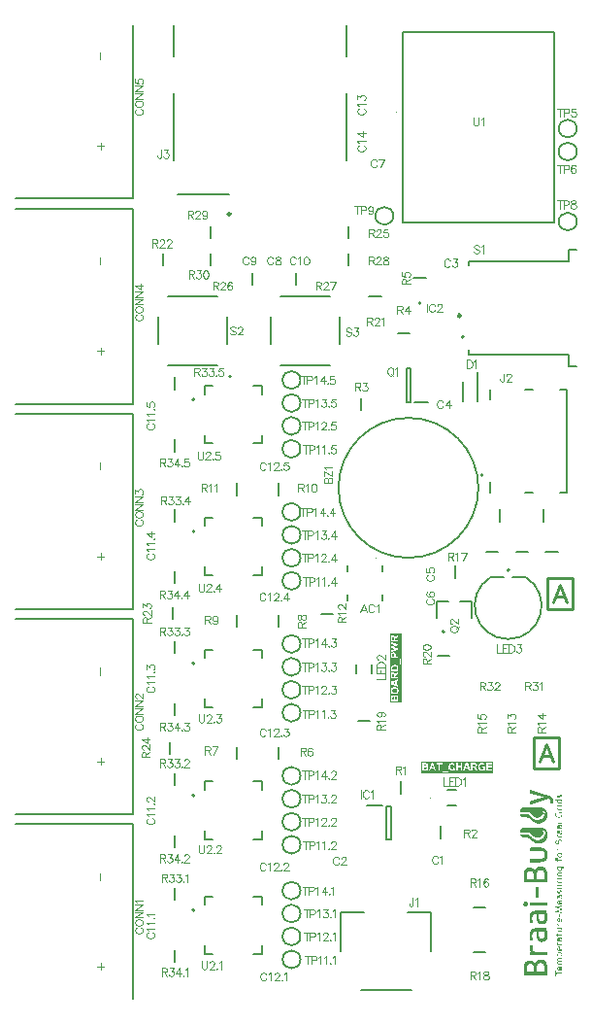
<source format=gto>
G04*
G04 #@! TF.GenerationSoftware,Altium Limited,Altium Designer,25.3.3 (18)*
G04*
G04 Layer_Color=65535*
%FSLAX44Y44*%
%MOMM*%
G71*
G04*
G04 #@! TF.SameCoordinates,E74E417C-EFC3-4B03-BFDF-08B39AB8E956*
G04*
G04*
G04 #@! TF.FilePolarity,Positive*
G04*
G01*
G75*
%ADD10C,0.1000*%
%ADD11C,0.1500*%
%ADD12C,0.1250*%
%ADD13C,0.2400*%
%ADD14C,0.2000*%
%ADD15C,0.1270*%
%ADD16C,0.2500*%
%ADD17C,0.2540*%
G36*
X482673Y57358D02*
X482865Y57201D01*
X482899Y57132D01*
X482969Y57062D01*
X483038Y56888D01*
X483073Y56645D01*
X483108Y56158D01*
X483143Y56054D01*
X483178Y55706D01*
X483143Y55080D01*
X483073Y54906D01*
X483021Y54680D01*
X482847Y54402D01*
X482760Y54280D01*
X482569Y54089D01*
X482395Y54019D01*
X482047Y53984D01*
X479665Y53967D01*
X479509Y53984D01*
X479405Y53950D01*
X478987Y53984D01*
X478866Y54106D01*
X478831Y54245D01*
X478866Y54454D01*
X478952Y54541D01*
X479231Y54610D01*
X479665Y54593D01*
X480344Y54610D01*
X480448Y54576D01*
X480900Y54610D01*
X482047Y54645D01*
X482291Y54784D01*
X482378Y54871D01*
X482447Y55045D01*
X482482Y55184D01*
Y55219D01*
X482517Y55358D01*
X482552Y55602D01*
X482517Y55949D01*
X482482Y56054D01*
X482447Y56193D01*
X482308Y56436D01*
X482117Y56523D01*
X481874Y56593D01*
X481735Y56627D01*
X481143Y56662D01*
X481039Y56627D01*
X480430Y56645D01*
X479735Y56610D01*
X479526Y56575D01*
X479387Y56540D01*
X479196Y56523D01*
X478970Y56680D01*
X478900Y56958D01*
X478935Y57201D01*
X479057Y57323D01*
X479231Y57392D01*
X479822Y57358D01*
X479926Y57392D01*
X482673Y57358D01*
D02*
G37*
G36*
X482847Y52837D02*
X482917Y52767D01*
X482986Y52733D01*
X483073Y52576D01*
X483108Y52437D01*
X483143Y51985D01*
X483108Y51429D01*
X483038Y51255D01*
X482899Y51011D01*
X482604Y50716D01*
X482430Y50646D01*
X480413D01*
X479822Y50611D01*
X479631Y50455D01*
X479561Y50177D01*
X479596Y50038D01*
X479561Y49899D01*
X479526Y49829D01*
X479474Y49777D01*
X479335Y49742D01*
X479092Y49777D01*
X479039Y49829D01*
X478970Y50072D01*
X478935Y50490D01*
X478779Y50681D01*
X478640Y50716D01*
X478101Y50768D01*
X477927Y50837D01*
X477857Y50872D01*
X477822Y50942D01*
X477753Y51116D01*
X477788Y51255D01*
X477874Y51342D01*
X478083Y51376D01*
X478187Y51342D01*
X478327Y51307D01*
X478709Y51342D01*
X478831Y51429D01*
X478866Y51498D01*
X478900Y51602D01*
X478866Y51950D01*
X478831Y52055D01*
X478866Y52333D01*
X478987Y52454D01*
X479126Y52489D01*
X479213Y52507D01*
X479352Y52472D01*
X479474Y52385D01*
X479526Y52228D01*
X479561Y52089D01*
X479526Y51985D01*
X479561Y51533D01*
X479613Y51446D01*
X479787Y51376D01*
X480135Y51342D01*
X482273Y51394D01*
X482465Y51515D01*
X482517Y51672D01*
X482552Y51915D01*
X482517Y52368D01*
X482482Y52472D01*
X482465Y52628D01*
X482500Y52767D01*
X482604Y52872D01*
X482847Y52837D01*
D02*
G37*
G36*
X482934Y48751D02*
X483073Y48438D01*
X483038Y48125D01*
X482969Y47951D01*
X483004Y47638D01*
X483108Y47395D01*
X483160Y47169D01*
X483178Y46665D01*
X483143Y46560D01*
X483091Y46299D01*
X482986Y46021D01*
X482934Y45969D01*
X482899Y45899D01*
X482795Y45795D01*
X482760Y45726D01*
X482569Y45534D01*
X482395Y45465D01*
X482256Y45430D01*
X482013Y45395D01*
X481665Y45430D01*
X481352Y45569D01*
X481335Y45586D01*
X481126Y45760D01*
X480987Y45899D01*
X480952Y45969D01*
X480813Y46108D01*
X480778Y46178D01*
X480604Y46421D01*
X480500Y46665D01*
X480535Y47360D01*
X480569Y47464D01*
X480535Y47812D01*
X480378Y47969D01*
X480135Y48003D01*
X479909Y47916D01*
X479857Y47864D01*
X479787Y47829D01*
X479596Y47638D01*
X479526Y47464D01*
X479457Y46977D01*
X479492Y46595D01*
X479665Y46317D01*
X479631Y46073D01*
X479544Y45986D01*
X479405Y45952D01*
X479161Y45986D01*
X478970Y46178D01*
X478900Y46351D01*
X478831Y46943D01*
X478866Y47708D01*
X479039Y48021D01*
X479283Y48334D01*
X479422Y48473D01*
X479457Y48542D01*
X479509Y48594D01*
X479683Y48664D01*
X479822Y48699D01*
X480083Y48751D01*
X480483Y48803D01*
X480587Y48768D01*
X481143Y48803D01*
X482760Y48821D01*
X482934Y48751D01*
D02*
G37*
G36*
X461530Y57253D02*
X468851Y57271D01*
X468972Y57184D01*
X469059Y57097D01*
X469094Y57027D01*
X469268Y56645D01*
X469459Y56106D01*
X469616Y55741D01*
X469755Y55254D01*
X469824Y54976D01*
X469876Y54784D01*
X469963Y54558D01*
X470015Y54367D01*
X470085Y54089D01*
X470120Y53915D01*
X470189Y53637D01*
X470224Y53463D01*
X470294Y52837D01*
X470328Y52489D01*
X470363Y51585D01*
X470381Y50455D01*
X470346Y50350D01*
X470311Y49516D01*
X470276Y49412D01*
X470224Y49116D01*
X470050Y48421D01*
X469998Y48229D01*
X469407Y47082D01*
X469077Y46647D01*
X468798Y46369D01*
X468729Y46334D01*
X468555Y46160D01*
X468485Y46125D01*
X468242Y45952D01*
X467859Y45778D01*
X467199Y45465D01*
X466782Y45360D01*
X466538Y45326D01*
X466399Y45291D01*
X465947Y45256D01*
X465599Y45221D01*
X464695Y45256D01*
X464591Y45291D01*
X464313Y45326D01*
X464208Y45360D01*
X463982Y45413D01*
X463843Y45447D01*
X463408Y45639D01*
X463234Y45708D01*
X463165Y45743D01*
X462852Y45986D01*
X462800Y46038D01*
X462765Y46108D01*
X462574Y46299D01*
X462504Y46334D01*
X462435Y46404D01*
X462365Y46438D01*
X462261Y46543D01*
X462191Y46578D01*
X462070Y46699D01*
X462035Y46769D01*
X461861Y46943D01*
X461826Y47012D01*
X461757Y47082D01*
X461652Y47325D01*
X461478Y47638D01*
X461339Y47951D01*
X461287Y48142D01*
X461165Y48542D01*
X461096Y48821D01*
X461009Y49429D01*
X460905Y49846D01*
X460870Y50020D01*
X460818Y50212D01*
X460783Y50663D01*
X460748Y51011D01*
X460713Y51881D01*
X460731Y53880D01*
X460696Y54019D01*
X460557Y54158D01*
X460313Y54193D01*
X460209Y54158D01*
X459583Y54124D01*
X459479Y54089D01*
X459079Y54037D01*
X458940Y54002D01*
X458714Y53915D01*
X458123Y53602D01*
X458053Y53532D01*
X457984Y53498D01*
X457584Y53098D01*
X457549Y53028D01*
X457445Y52924D01*
X457305Y52611D01*
X457132Y52055D01*
X457097Y51811D01*
X457062Y51463D01*
X457027Y51011D01*
X457010Y50368D01*
X457027Y50246D01*
X456992Y50142D01*
X457027Y49690D01*
X457079Y48942D01*
X457114Y48768D01*
X457149Y48629D01*
X457184Y48421D01*
X457219Y48247D01*
X457427Y47690D01*
X457462Y47551D01*
X457497Y47377D01*
X457601Y47099D01*
X457688Y46873D01*
X457653Y46699D01*
X457566Y46578D01*
X457392Y46508D01*
X456940Y46473D01*
X456436Y46421D01*
X456227Y46386D01*
X455723Y46369D01*
X455480Y46508D01*
X455393Y46595D01*
X455254Y46908D01*
X455219Y47047D01*
X455149Y47290D01*
X455080Y47569D01*
X454958Y48142D01*
X454923Y48351D01*
X454819Y48873D01*
X454784Y49081D01*
X454715Y49533D01*
X454680Y49881D01*
X454645Y50507D01*
X454628Y50733D01*
X454663Y50837D01*
X454697Y52194D01*
X454732Y52298D01*
X454767Y52750D01*
X454802Y52854D01*
X454854Y53080D01*
X454906Y53272D01*
X454958Y53498D01*
X454993Y53706D01*
X455062Y54054D01*
X455115Y54245D01*
X455132Y54263D01*
X455289Y54524D01*
X455410Y54854D01*
X455619Y55202D01*
X455706Y55289D01*
X455741Y55358D01*
X455810Y55428D01*
X455845Y55497D01*
X455914Y55567D01*
X455949Y55636D01*
X456071Y55758D01*
X456141Y55793D01*
X456245Y55897D01*
X456314Y55932D01*
X456384Y56001D01*
X456454Y56036D01*
X456766Y56280D01*
X456871Y56384D01*
X456940Y56419D01*
X457288Y56662D01*
X457462Y56732D01*
X457688Y56784D01*
X457827Y56819D01*
X458001Y56888D01*
X458053Y56940D01*
X458227Y57010D01*
X458557Y57062D01*
X458766Y57097D01*
X459079Y57132D01*
X459427Y57166D01*
X459844Y57201D01*
X461391Y57288D01*
X461530Y57253D01*
D02*
G37*
G36*
X479318Y44787D02*
X479387Y44613D01*
X479439Y44213D01*
X479509Y44039D01*
X479561Y43987D01*
X479700Y43743D01*
X479874Y43500D01*
X479961Y43413D01*
X480031Y43378D01*
X480309Y43204D01*
X480483Y43135D01*
X482673Y43170D01*
X482743Y43204D01*
X482934Y43117D01*
X483004Y42944D01*
X483021Y42718D01*
X482986Y42579D01*
X482882Y42474D01*
X482639Y42439D01*
X481769Y42405D01*
X481735D01*
X480813Y42422D01*
X479944Y42387D01*
X479822Y42370D01*
X479718Y42405D01*
X479161Y42370D01*
X478987Y42474D01*
X478935Y42526D01*
X478900Y42665D01*
X478935Y42874D01*
X479057Y42996D01*
X479196Y43031D01*
X479422Y43117D01*
X479457Y43222D01*
X479422Y43361D01*
X479074Y43709D01*
X479039Y43778D01*
X478935Y43882D01*
X478831Y44126D01*
X478796Y44369D01*
X478831Y44717D01*
X478952Y44874D01*
X479126Y44908D01*
X479318Y44787D01*
D02*
G37*
G36*
X480830Y41257D02*
X480969Y41222D01*
X481091Y41135D01*
X481161Y40961D01*
X481195Y40614D01*
X481161Y38736D01*
X481126Y38632D01*
X481161Y38388D01*
X481213Y38301D01*
X481352Y38266D01*
X481700Y38301D01*
X482047Y38440D01*
X482117Y38475D01*
X482308Y38632D01*
X482447Y38840D01*
X482500Y39066D01*
X482569Y39414D01*
X482587Y39710D01*
X482552Y39814D01*
X482517Y40266D01*
X482447Y40440D01*
X482413Y40579D01*
X482447Y40961D01*
X482500Y41014D01*
X482639Y41048D01*
X482812Y40944D01*
X482865Y40892D01*
X482986Y40561D01*
X483108Y40266D01*
X483143Y39814D01*
X483108Y38840D01*
X483038Y38666D01*
X482795Y38214D01*
X482500Y37780D01*
X482413Y37658D01*
X482291Y37536D01*
X481943Y37432D01*
X480865Y37397D01*
X480761Y37432D01*
X480430Y37484D01*
X480413Y37501D01*
X480152Y37554D01*
X479822Y37710D01*
X479631Y37866D01*
X479387Y38110D01*
X479352Y38180D01*
X479283Y38249D01*
X479248Y38319D01*
X479074Y38493D01*
X478970Y38736D01*
X478935Y38875D01*
X478866Y39118D01*
X478831Y39258D01*
X478866Y40023D01*
X479144Y40544D01*
X479248Y40648D01*
X479283Y40718D01*
X479352Y40788D01*
X479387Y40857D01*
X479613Y41083D01*
X479787Y41153D01*
X480065Y41222D01*
X480639Y41274D01*
X480726Y41292D01*
X480830Y41257D01*
D02*
G37*
G36*
X455584Y42579D02*
X455758Y42509D01*
X456036Y42439D01*
X456367Y42387D01*
X456540Y42352D01*
X456940Y42231D01*
X457079Y42196D01*
X457253Y42126D01*
X457375Y42005D01*
X457340Y41657D01*
X457271Y41483D01*
X457219Y41153D01*
X457184Y40944D01*
X457132Y40475D01*
X457097Y40335D01*
X457132Y39744D01*
X457166Y39640D01*
X457253Y39240D01*
X457323Y38962D01*
X457392Y38788D01*
X457775Y38023D01*
X458105Y37415D01*
X458192Y37327D01*
X458262Y37293D01*
X458436Y37119D01*
X458749Y36980D01*
X459027Y36910D01*
X459444Y36841D01*
X459688Y36806D01*
X460244Y36771D01*
X469702Y36736D01*
X469876Y36632D01*
X469963Y36545D01*
X469998Y36302D01*
Y36093D01*
Y36058D01*
X469963Y33937D01*
X469876Y33815D01*
X469702Y33746D01*
X455149Y33728D01*
X455028Y33815D01*
X454976Y33972D01*
X454941Y34111D01*
X454976Y34250D01*
X454958Y35241D01*
X455010Y35710D01*
X454976Y35989D01*
X455010Y36093D01*
X455045Y36302D01*
X455167Y36458D01*
X455393Y36545D01*
X455515Y36632D01*
X455567Y36788D01*
X455532Y36928D01*
X455462Y36997D01*
X455428Y37067D01*
X455219Y37519D01*
X455080Y37832D01*
X455028Y38058D01*
X454923Y38475D01*
X454802Y38771D01*
X454732Y39258D01*
X454697Y39605D01*
X454663Y40475D01*
X454697Y41726D01*
X454732Y41831D01*
X454784Y42022D01*
X454819Y42161D01*
X454976Y42457D01*
X455062Y42544D01*
X455236Y42613D01*
X455584Y42579D01*
D02*
G37*
G36*
X481891Y36337D02*
X482065Y36267D01*
X482343Y36093D01*
X482482Y35989D01*
X482517Y35919D01*
X482726Y35710D01*
X482760Y35641D01*
X482830Y35571D01*
X483073Y35050D01*
X483143Y34632D01*
X483178Y34389D01*
X483143Y33728D01*
X483178Y33624D01*
X483265Y33468D01*
X483299D01*
X483473Y33398D01*
X484134Y33363D01*
X484934Y33328D01*
X485090Y33207D01*
X485125Y33068D01*
X485142Y32981D01*
X485108Y32842D01*
X485003Y32703D01*
X484760Y32633D01*
X484412Y32668D01*
X482917Y32633D01*
X479161Y32668D01*
X479092Y32737D01*
X479039Y32755D01*
X479005Y32824D01*
X478935Y32998D01*
X478900Y33137D01*
X478866Y33381D01*
X478831Y34667D01*
X478866Y34772D01*
X478900Y35085D01*
X479144Y35537D01*
X479266Y35658D01*
X479335Y35693D01*
X479526Y35884D01*
X479544Y35937D01*
X479613Y35971D01*
X479752Y36110D01*
X480065Y36249D01*
X480309Y36319D01*
X480448Y36354D01*
X481508Y36371D01*
X481891Y36337D01*
D02*
G37*
G36*
X482865Y31016D02*
X482986Y30929D01*
X483073Y30703D01*
X483038Y30564D01*
X483004Y30494D01*
X482952Y30407D01*
X482882Y30373D01*
X482778Y30338D01*
X480500Y30320D01*
X480309Y30338D01*
X480204Y30303D01*
X479926Y30268D01*
X479857Y30199D01*
X479787Y30164D01*
X479735Y30112D01*
X479700Y30042D01*
X479526Y29660D01*
X479492Y29416D01*
X479526Y29208D01*
X479665Y28964D01*
X479891Y28669D01*
X480204Y28530D01*
X480344Y28495D01*
X482865Y28512D01*
X483038Y28443D01*
X483143Y28199D01*
X483108Y27956D01*
X482986Y27834D01*
X482847Y27799D01*
X482604Y27765D01*
X482482Y27782D01*
X480048Y27747D01*
X479874Y27712D01*
X479683Y27591D01*
X479631Y27538D01*
X479596Y27469D01*
X479492Y27225D01*
X479457Y27087D01*
X479492Y26495D01*
X479700Y26113D01*
X479752Y26061D01*
X479822Y26026D01*
X479996Y25956D01*
X482952Y25921D01*
X483038Y25835D01*
X483073Y25591D01*
X483038Y25209D01*
X482952Y25087D01*
X482812Y25052D01*
X482569D01*
X482552Y25069D01*
X479891Y25087D01*
X479822Y25052D01*
X479718Y25087D01*
X479370Y25052D01*
X479144Y25104D01*
X478952Y25226D01*
X478831Y25348D01*
X478796Y25556D01*
X478952Y25748D01*
X479109Y25904D01*
X479074Y26217D01*
X478866Y26669D01*
X478831Y27121D01*
X478866Y27712D01*
X479022Y27904D01*
X479266Y28043D01*
X479387Y28165D01*
X479352Y28477D01*
X479283Y28547D01*
X479248Y28616D01*
X479179Y28686D01*
X479144Y28756D01*
X478970Y29034D01*
X478935Y29173D01*
X478866Y29347D01*
X478831Y29486D01*
X478866Y30286D01*
X479039Y30599D01*
X479196Y30790D01*
X479266Y30825D01*
X479439Y30929D01*
X479683Y30999D01*
X481491Y31033D01*
X482726Y31051D01*
X482865Y31016D01*
D02*
G37*
G36*
X464556Y29921D02*
X465217Y29886D01*
X465321Y29851D01*
X465686Y29764D01*
X465964Y29694D01*
X466451Y29521D01*
X466625Y29451D01*
X466921Y29364D01*
X467112Y29312D01*
X467286Y29242D01*
X467338Y29190D01*
X467407Y29155D01*
X467720Y28982D01*
X468033Y28669D01*
X468103Y28634D01*
X468399Y28338D01*
X468433Y28269D01*
X468642Y28060D01*
X468677Y27991D01*
X468746Y27921D01*
X468851Y27747D01*
X468990Y27538D01*
X469111Y27208D01*
X469181Y27034D01*
X469268Y26843D01*
X469337Y26669D01*
X469424Y26443D01*
X469685Y25869D01*
X469755Y25626D01*
X469790Y25487D01*
X469929Y25000D01*
X469963Y24652D01*
X469998Y24513D01*
X470050Y24113D01*
X470085Y23731D01*
X470120Y23383D01*
X470155Y23001D01*
X470189Y22374D01*
X470207Y20201D01*
X470172Y20097D01*
X470137Y17767D01*
X470102Y17663D01*
X470068Y16689D01*
X470033Y16585D01*
X469981Y16393D01*
X469894Y16272D01*
X469842Y16219D01*
X469702Y16185D01*
X469042Y16150D01*
X453237Y16133D01*
X452698Y16150D01*
X452593Y16115D01*
X449985Y16150D01*
X449742Y16289D01*
X449655Y16515D01*
X449603Y17645D01*
X449568Y18897D01*
X449533Y20775D01*
X449516Y22809D01*
X449551Y22913D01*
X449603Y23418D01*
X449638Y23800D01*
X449673Y24113D01*
X449707Y24287D01*
X449742Y24426D01*
X449777Y24600D01*
X449846Y25017D01*
X449933Y25313D01*
X450020Y25678D01*
X450090Y25852D01*
X450246Y26147D01*
X450385Y26460D01*
X450594Y26913D01*
X450837Y27365D01*
X450907Y27434D01*
X450942Y27504D01*
X451133Y27695D01*
X451185Y27712D01*
X451203Y27730D01*
X451394Y27886D01*
X451655Y28043D01*
X451759Y28077D01*
X452246Y28425D01*
X452906Y28738D01*
X453098Y28790D01*
X453237Y28825D01*
X453428Y28912D01*
X453671Y28982D01*
X453915Y29016D01*
X454471Y29051D01*
X455202Y29086D01*
X455306Y29051D01*
X456019Y28999D01*
X456401Y28930D01*
X456575Y28860D01*
X456871Y28738D01*
X457114Y28599D01*
X457497Y28425D01*
X457740Y28286D01*
X457879Y28147D01*
X457949Y28112D01*
X458192Y27938D01*
X458262Y27904D01*
X458731Y27434D01*
X458766Y27365D01*
X458940Y27191D01*
X459044Y27017D01*
X459131Y26930D01*
X459270Y26895D01*
X459444Y26999D01*
X459496Y27052D01*
X459844Y27712D01*
X460174Y28147D01*
X460731Y28703D01*
X460800Y28738D01*
X461044Y28982D01*
X461113Y29016D01*
X461496Y29225D01*
X461809Y29364D01*
X462000Y29416D01*
X462487Y29590D01*
X462765Y29694D01*
X463182Y29799D01*
X463600Y29868D01*
X463913Y29903D01*
X464121Y29938D01*
X464452Y29955D01*
X464556Y29921D01*
D02*
G37*
G36*
X481265Y23887D02*
X481335Y23713D01*
X481300Y23261D01*
X481265Y23157D01*
X481213Y22201D01*
X481195Y21523D01*
X481335Y21279D01*
X481526Y21192D01*
X481804Y21227D01*
X482187Y21436D01*
X482308Y21557D01*
X482343Y21627D01*
X482413Y21801D01*
X482482Y22079D01*
X482517Y22322D01*
X482482Y23226D01*
X482378Y23470D01*
X482413Y23679D01*
X482500Y23765D01*
X482708Y23731D01*
X482865Y23574D01*
X482899Y23505D01*
X483108Y23053D01*
X483143Y22809D01*
X483108Y22183D01*
Y22148D01*
X483073Y21835D01*
X482934Y21488D01*
X482656Y20966D01*
X482500Y20775D01*
X482395Y20671D01*
X482326Y20636D01*
X482256Y20566D01*
X482082Y20497D01*
X481665Y20392D01*
X481074Y20288D01*
X480743Y20340D01*
X480535Y20375D01*
X480361Y20410D01*
X480031Y20531D01*
X479700Y20758D01*
X479648Y20810D01*
X479579Y20844D01*
X479526Y20897D01*
X479492Y20966D01*
X479422Y21036D01*
X479387Y21105D01*
X478970Y21696D01*
X478900Y22114D01*
X478935Y22670D01*
X478970Y22774D01*
X479057Y23001D01*
X479196Y23209D01*
X479283Y23331D01*
X479387Y23435D01*
X479422Y23505D01*
X479492Y23574D01*
X479526Y23644D01*
X479579Y23696D01*
X479648Y23731D01*
X479961Y23870D01*
X480100Y23905D01*
X481195Y23922D01*
X481265Y23887D01*
D02*
G37*
G36*
X477840Y20323D02*
X477927Y20236D01*
X477962Y20097D01*
X477996Y19853D01*
X478014Y19175D01*
X477996Y18567D01*
X478118Y18410D01*
X478396Y18341D01*
X482952Y18306D01*
X483038Y18219D01*
X483108Y18045D01*
X483073Y17697D01*
X482917Y17506D01*
X482778Y17471D01*
X481491Y17506D01*
X480691Y17471D01*
X480587Y17506D01*
X478257Y17471D01*
X478014Y17298D01*
X477962Y17106D01*
X477909Y15872D01*
X477840Y15698D01*
X477735Y15594D01*
X477596Y15559D01*
X477388Y15594D01*
X477301Y15646D01*
X477266Y15715D01*
X477196Y15889D01*
X477179Y16185D01*
X477196Y16306D01*
X477162Y16411D01*
X477144Y17715D01*
X477179Y18828D01*
X477214Y19766D01*
X477231Y20097D01*
Y20132D01*
X477388Y20358D01*
X477666Y20427D01*
X477840Y20323D01*
D02*
G37*
G36*
X482847Y94844D02*
X482934Y94757D01*
X482969Y94618D01*
X482934Y94410D01*
X482865Y94236D01*
X482899Y93958D01*
X483108Y93506D01*
X483178Y93088D01*
X483143Y92323D01*
X483004Y92080D01*
X482847Y91889D01*
X482656Y91697D01*
X482639Y91645D01*
X482569Y91610D01*
X482326Y91506D01*
X481769Y91471D01*
X481213Y91506D01*
X479196Y91541D01*
X479005Y91697D01*
X479039Y92010D01*
X479092Y92063D01*
X479370Y92132D01*
X480500Y92115D01*
X481995Y92149D01*
X482134Y92184D01*
X482326Y92306D01*
X482378Y92358D01*
X482447Y92532D01*
X482552Y92949D01*
X482587Y93193D01*
X482500Y93558D01*
X482430Y93732D01*
X482308Y93923D01*
X482187Y94045D01*
X481491Y94114D01*
X479213Y94097D01*
X479092Y94149D01*
X478970Y94271D01*
X478900Y94514D01*
X479039Y94757D01*
X479057Y94775D01*
X479074Y94792D01*
X479231Y94844D01*
X479370Y94879D01*
X482847Y94844D01*
D02*
G37*
G36*
X482291Y90185D02*
X482534Y90046D01*
X482656Y89924D01*
X482691Y89854D01*
X482760Y89785D01*
X482795Y89715D01*
X482934Y89507D01*
X483038Y89263D01*
X483108Y89020D01*
X483143Y88881D01*
X483178Y88637D01*
X483143Y87872D01*
X483108Y87768D01*
X483056Y87577D01*
X482917Y87368D01*
X482743Y87264D01*
X482604Y87229D01*
X482517Y87281D01*
X482482Y87420D01*
X482517Y87907D01*
X482552Y88011D01*
X482587Y88463D01*
X482552Y88881D01*
X482360Y89246D01*
X482291Y89281D01*
X482047Y89385D01*
X481943Y89350D01*
X481700Y89211D01*
X481578Y89089D01*
X481300Y88498D01*
X481230Y88324D01*
X481143Y88098D01*
X481056Y87907D01*
X481022Y87837D01*
X480865Y87611D01*
X480796Y87577D01*
X480726Y87507D01*
X480413Y87368D01*
X480135Y87298D01*
X479735Y87351D01*
X479561Y87420D01*
X479474Y87507D01*
X479422Y87524D01*
Y87559D01*
X479283Y87698D01*
X479248Y87768D01*
X479144Y87872D01*
X479005Y88185D01*
X478935Y88463D01*
X478831Y89089D01*
X478866Y89194D01*
X478900Y89507D01*
X478935Y89611D01*
X478970Y89750D01*
X479109Y89993D01*
X479196Y90080D01*
X479439Y90150D01*
X479579Y90115D01*
X479665Y90028D01*
X479700Y89889D01*
X479665Y89611D01*
X479631Y89507D01*
X479579Y89246D01*
X479544Y89107D01*
X479526Y88742D01*
X479561Y88637D01*
X479683Y88307D01*
X479857Y88133D01*
X480204Y88168D01*
X480361Y88289D01*
X480396Y88359D01*
X480743Y88915D01*
X480848Y89159D01*
X481056Y89611D01*
X481230Y89924D01*
X481317Y90046D01*
X481387Y90080D01*
X481630Y90185D01*
X481874Y90219D01*
X482291Y90185D01*
D02*
G37*
G36*
X483004Y85890D02*
X483038Y85821D01*
X483073Y85716D01*
X483038Y85473D01*
X482969Y85403D01*
X482934Y85334D01*
X482865Y85160D01*
X482899Y84951D01*
X483143Y84430D01*
X483178Y83977D01*
X483143Y83491D01*
X482899Y83039D01*
X482743Y82847D01*
X482639Y82743D01*
X482395Y82639D01*
X482256Y82604D01*
X481804Y82639D01*
X481769D01*
X481543Y82726D01*
X481265Y82899D01*
X480987Y83178D01*
X480952Y83247D01*
X480813Y83456D01*
X480674Y83908D01*
X480639Y84047D01*
X480691Y84621D01*
X480709Y84882D01*
X480674Y84986D01*
X480569Y85160D01*
X480483Y85247D01*
X480344Y85281D01*
X479926Y85247D01*
X479735Y85090D01*
X479665Y85021D01*
X479561Y84777D01*
X479509Y84551D01*
X479474Y84377D01*
X479457Y83977D01*
X479492Y83873D01*
X479526Y83421D01*
X479561Y83317D01*
X479526Y83073D01*
X479439Y82986D01*
X479196Y83021D01*
X479039Y83178D01*
X478970Y83351D01*
X478900Y83595D01*
X478831Y83873D01*
X478796Y84221D01*
X478831Y84951D01*
X478866Y85056D01*
X479039Y85368D01*
X479144Y85473D01*
X479179Y85542D01*
X479335Y85699D01*
X479405Y85733D01*
X479718Y85873D01*
X479961Y85907D01*
X480344Y85942D01*
X480448Y85907D01*
X482360Y85942D01*
X482604Y85977D01*
X482778Y86012D01*
X483004Y85890D01*
D02*
G37*
G36*
X461739Y93001D02*
X461843Y92967D01*
X462017Y92897D01*
X462087Y92862D01*
X462278Y92706D01*
X462383Y92462D01*
X462435Y91889D01*
X462469Y91437D01*
X462487Y89194D01*
X462452Y89089D01*
X462487Y88637D01*
X462452Y85264D01*
X462417Y84986D01*
X462452Y84882D01*
X462435Y84308D01*
X462452Y84082D01*
X462417Y83977D01*
X462383Y83699D01*
X462226Y83543D01*
X461878Y83508D01*
X460279Y83543D01*
X460122Y83665D01*
X460053Y83908D01*
Y86690D01*
Y86725D01*
X460087Y92671D01*
X460261Y92914D01*
X460418Y93001D01*
X460661Y93036D01*
X461739Y93001D01*
D02*
G37*
G36*
X481074Y81526D02*
X481230Y81404D01*
X481300Y81230D01*
X481265Y80465D01*
X481213Y79370D01*
X481195Y78970D01*
X481317Y78848D01*
X481474Y78831D01*
X481648Y78866D01*
X481839Y78987D01*
X482117Y79161D01*
X482187Y79196D01*
X482343Y79352D01*
X482378Y79422D01*
X482482Y79665D01*
X482552Y80152D01*
X482517Y80257D01*
X482482Y80674D01*
X482447Y80778D01*
X482378Y81195D01*
X482413Y81300D01*
X482517Y81474D01*
X482708Y81491D01*
X482778Y81421D01*
X482830Y81404D01*
X482865Y81335D01*
X483038Y80952D01*
X483108Y80465D01*
X483073Y79492D01*
X483038Y79387D01*
X482760Y78796D01*
X482691Y78622D01*
X482656Y78553D01*
X482500Y78361D01*
X482291Y78153D01*
X482117Y78083D01*
X481891Y78031D01*
X481595Y77944D01*
X481352Y77909D01*
X481109Y77944D01*
X480761Y77979D01*
X480517Y78014D01*
X480239Y78083D01*
X479961Y78187D01*
X479526Y78483D01*
X479422Y78587D01*
X479387Y78657D01*
X479318Y78727D01*
X479283Y78796D01*
X479144Y78935D01*
X479109Y79005D01*
X478970Y79318D01*
X478900Y79596D01*
X478866Y80222D01*
X478900Y80291D01*
Y80326D01*
X478935Y80535D01*
X479144Y80917D01*
X479231Y81039D01*
X479300Y81074D01*
X479648Y81421D01*
X479822Y81491D01*
X479961Y81526D01*
X480309Y81561D01*
X481074Y81526D01*
D02*
G37*
G36*
X465843Y79752D02*
X465947Y79718D01*
X469668Y79683D01*
X469911Y79544D01*
X469963Y79492D01*
X469998Y79352D01*
X470033Y79040D01*
X469998Y78935D01*
X469963Y77127D01*
X469824Y76884D01*
X469772Y76831D01*
X469598Y76762D01*
X468103Y76727D01*
X463860D01*
X461513Y76710D01*
X460070Y76727D01*
X459966Y76692D01*
X458488Y76710D01*
X455567Y76675D01*
X455271Y76657D01*
X455167Y76692D01*
X455097Y76727D01*
X455010Y76779D01*
X454976Y76849D01*
X454941Y76953D01*
X454923Y77144D01*
X454941Y78970D01*
X454906Y79074D01*
X454958Y79474D01*
X455080Y79665D01*
X455306Y79752D01*
X457323Y79787D01*
X465843Y79752D01*
D02*
G37*
G36*
X451446Y80274D02*
X451550Y80239D01*
X451689Y80204D01*
X451915Y80118D01*
X452037Y80065D01*
X452263Y79909D01*
X452281Y79891D01*
X452350Y79822D01*
X452420Y79787D01*
X452559Y79648D01*
X452628Y79613D01*
X452924Y79318D01*
X452959Y79248D01*
X453098Y78935D01*
X453133Y78796D01*
X453167Y78553D01*
X453133Y77753D01*
X452854Y77231D01*
X452715Y77092D01*
X452681Y77023D01*
X452524Y76866D01*
X452454Y76831D01*
X452385Y76762D01*
X452315Y76727D01*
X452246Y76657D01*
X452176Y76623D01*
X451863Y76483D01*
X451411Y76449D01*
X450472Y76483D01*
X450159Y76657D01*
X450090Y76727D01*
X450020Y76762D01*
X449916Y76866D01*
X449846Y76901D01*
X449759Y76988D01*
X449725Y77057D01*
X449551Y77301D01*
X449516Y77370D01*
X449412Y77544D01*
X449342Y77788D01*
X449307Y77927D01*
X449273Y78379D01*
X449307Y79005D01*
X449342Y79109D01*
X449516Y79422D01*
X449881Y79787D01*
X449951Y79822D01*
X450298Y80065D01*
X450820Y80274D01*
X450959Y80309D01*
X451446Y80274D01*
D02*
G37*
G36*
X465043Y72554D02*
X468277Y72519D01*
X468381Y72484D01*
X469111Y72450D01*
X469268Y72293D01*
X469372Y71946D01*
X469424Y71754D01*
X469581Y71250D01*
X469633Y71024D01*
X469668Y70850D01*
X469702Y70711D01*
X469737Y70502D01*
X469807Y70224D01*
X469929Y69929D01*
X469998Y69685D01*
X470033Y69442D01*
X470068Y69303D01*
X470120Y68938D01*
X470155Y68729D01*
X470189Y68555D01*
X470224Y68416D01*
X470259Y68207D01*
X470311Y67738D01*
X470346Y67077D01*
X470311Y65199D01*
X470276Y65095D01*
X470189Y64695D01*
X470120Y64347D01*
X470085Y64208D01*
X469998Y63913D01*
X469876Y63582D01*
X469720Y63321D01*
X469685Y63182D01*
X469546Y62939D01*
X469337Y62556D01*
X469181Y62365D01*
X469094Y62243D01*
X468990Y62139D01*
X468955Y62070D01*
X468851Y61965D01*
X468816Y61896D01*
X468729Y61809D01*
X468659Y61774D01*
X468346Y61461D01*
X468103Y61357D01*
X468033Y61322D01*
X467790Y61183D01*
X467129Y60870D01*
X466886Y60800D01*
X466312Y60713D01*
X465999Y60679D01*
X465982Y60661D01*
X465251Y60626D01*
X465147Y60661D01*
X464504Y60713D01*
X464156Y60748D01*
X464017Y60783D01*
X463826Y60835D01*
X463287Y61026D01*
X463165Y61079D01*
X462730Y61409D01*
X462608Y61530D01*
X462539Y61565D01*
X462365Y61739D01*
X462296Y61774D01*
X462139Y61930D01*
X462104Y62000D01*
X461757Y62348D01*
X461722Y62417D01*
X461652Y62487D01*
X461618Y62556D01*
X461444Y62939D01*
X461357Y63165D01*
X461252Y63443D01*
X461165Y63669D01*
X461096Y63947D01*
X461044Y64347D01*
X461009Y64521D01*
X460974Y64730D01*
X460939Y64904D01*
X460835Y65321D01*
X460800Y65495D01*
X460765Y66051D01*
X460731Y66399D01*
X460696Y66816D01*
X460661Y69424D01*
X460557Y69598D01*
X460383Y69668D01*
X459861Y69633D01*
X459757Y69598D01*
X459357Y69546D01*
X459009Y69476D01*
X458870Y69442D01*
X458592Y69337D01*
X458175Y69059D01*
X457931Y68816D01*
X457897Y68746D01*
X457688Y68538D01*
X457653Y68468D01*
X457549Y68364D01*
X457514Y68294D01*
X457445Y68225D01*
X457340Y67981D01*
X457166Y67529D01*
X457097Y67286D01*
X457027Y66590D01*
X456992Y66347D01*
X457027Y66242D01*
X457010Y65495D01*
X457045Y65078D01*
X457079Y64591D01*
X457149Y64139D01*
X457219Y63860D01*
X457305Y63634D01*
X457410Y63252D01*
X457479Y62974D01*
X457549Y62800D01*
X457618Y62522D01*
X457584Y62209D01*
X457532Y62157D01*
X457462Y62122D01*
X457358Y62087D01*
X457219Y62052D01*
X456888Y62000D01*
X456610Y61930D01*
X456419Y61878D01*
X456175Y61844D01*
X456036Y61809D01*
X455688Y61844D01*
X455445Y62017D01*
X455358Y62104D01*
X455271Y62330D01*
X455149Y62730D01*
X455115Y62869D01*
X455045Y63287D01*
X455010Y63426D01*
X454941Y63669D01*
X454906Y63808D01*
X454819Y64208D01*
X454767Y64678D01*
X454732Y64817D01*
X454680Y65321D01*
X454663Y67390D01*
X454697Y67494D01*
X454732Y67981D01*
X454767Y68085D01*
X454802Y68225D01*
X454854Y68485D01*
X454889Y68625D01*
X454941Y68816D01*
X455045Y69233D01*
X455080Y69511D01*
X455323Y70033D01*
X455393Y70207D01*
X455567Y70520D01*
X455636Y70589D01*
X455671Y70659D01*
X455845Y70972D01*
X456001Y71128D01*
X456071Y71163D01*
X456280Y71372D01*
X456349Y71406D01*
X456593Y71546D01*
X456662Y71615D01*
X456732Y71650D01*
X457323Y71963D01*
X457497Y72032D01*
X457740Y72102D01*
X457879Y72137D01*
X458105Y72224D01*
X458401Y72311D01*
X458540Y72345D01*
X458870Y72397D01*
X459079Y72432D01*
X459392Y72467D01*
X460400Y72537D01*
X462730Y72571D01*
X463652Y72554D01*
X463756Y72589D01*
X465043Y72554D01*
D02*
G37*
G36*
X483021Y76692D02*
X483108Y76501D01*
X483073Y76118D01*
X482952Y75997D01*
X482778Y75927D01*
X482013Y75892D01*
X481874Y75858D01*
X481143Y75823D01*
X481039Y75788D01*
X480552Y75718D01*
X480204Y75684D01*
X479874Y75632D01*
X479752Y75579D01*
X479700Y75423D01*
X479735Y75353D01*
X479787Y75266D01*
X479857Y75232D01*
X480309Y75023D01*
X480483Y74953D01*
X481022Y74762D01*
X481213Y74675D01*
X481456Y74571D01*
X482013Y74397D01*
X482291Y74293D01*
X482500Y74154D01*
X482673Y74084D01*
X482899Y73997D01*
X482952Y73945D01*
X483021Y73910D01*
X483108Y73719D01*
X483073Y73441D01*
X482917Y73250D01*
X482604Y73110D01*
X482065Y72919D01*
X481926Y72884D01*
X481839Y72867D01*
X481804D01*
X481665Y72832D01*
X481474Y72780D01*
X481300Y72710D01*
X480796Y72450D01*
X480569Y72363D01*
X480378Y72276D01*
X480204Y72206D01*
X479822Y72102D01*
X479526Y71946D01*
X479561Y71772D01*
X479787Y71650D01*
X479926Y71615D01*
X480396Y71563D01*
X480778Y71528D01*
X481561Y71441D01*
X482221Y71406D01*
X482326Y71372D01*
X482847Y71337D01*
X483021Y71233D01*
X483108Y71146D01*
X483143Y71007D01*
X483108Y70694D01*
X483056Y70641D01*
X482986Y70607D01*
X482812Y70537D01*
X481926Y70589D01*
X481648Y70624D01*
X480448Y70781D01*
X480309Y70815D01*
X480013Y70868D01*
X479839Y70902D01*
X479648Y70954D01*
X479509Y70989D01*
X479266Y71024D01*
X478501Y71163D01*
X477944Y71302D01*
X477701Y71337D01*
X477422Y71406D01*
X477231Y71563D01*
X477266Y71737D01*
X477318Y71789D01*
X477388Y71824D01*
X477596Y71963D01*
X477909Y72102D01*
X478779Y72519D01*
X479231Y72693D01*
X479405Y72763D01*
X479544Y72797D01*
X479891Y72937D01*
X480309Y73041D01*
X480552Y73110D01*
X480778Y73163D01*
X481161Y73337D01*
X481439Y73510D01*
X481508Y73545D01*
X481578Y73719D01*
X481474Y73893D01*
X481422Y73945D01*
X481352Y73980D01*
X480900Y74188D01*
X480587Y74328D01*
X480413Y74397D01*
X480135Y74467D01*
X479804Y74588D01*
X479457Y74727D01*
X479161Y74814D01*
X478987Y74884D01*
X478761Y74971D01*
X478379Y75145D01*
X478031Y75353D01*
X477666Y75510D01*
X477475Y75562D01*
X477266Y75736D01*
X477196Y75910D01*
X477231Y75979D01*
X477318Y76066D01*
X477562Y76171D01*
X477840Y76240D01*
X478257Y76310D01*
X478605Y76344D01*
X479161Y76379D01*
X479405Y76414D01*
X480291Y76466D01*
X480604Y76501D01*
X480987Y76536D01*
X481126Y76571D01*
X481300Y76605D01*
X481508Y76640D01*
X481978Y76692D01*
X482482Y76744D01*
X482691Y76779D01*
X482847Y76796D01*
X483021Y76692D01*
D02*
G37*
G36*
X481109Y69181D02*
X481161Y69129D01*
X481230Y68885D01*
X481195Y67216D01*
X481143Y67129D01*
X480969Y67060D01*
X480691Y67094D01*
X480674Y67112D01*
X480604Y67181D01*
X480535Y67425D01*
X480569Y67773D01*
X480604Y68990D01*
X480709Y69163D01*
X480796Y69250D01*
X480935Y69285D01*
X481109Y69181D01*
D02*
G37*
G36*
X480969Y65808D02*
X481161Y65651D01*
X481230Y65582D01*
X481300Y65304D01*
X481282Y64173D01*
X481300Y63913D01*
X481265Y63808D01*
X481230Y63148D01*
X481265Y63043D01*
X481300Y62974D01*
X481387Y62887D01*
X481630Y62852D01*
X481700D01*
X481943Y62991D01*
X482308Y63356D01*
X482343Y63426D01*
X482447Y63669D01*
X482482Y64226D01*
X482465Y65391D01*
X482552Y65512D01*
X482673Y65564D01*
X482917Y65391D01*
X483004Y65304D01*
X483073Y65060D01*
X483108Y64504D01*
X483073Y63669D01*
X483038Y63565D01*
X482986Y63374D01*
X482865Y63113D01*
X482517Y62591D01*
X482395Y62469D01*
X482326Y62435D01*
X482082Y62330D01*
X481804Y62261D01*
X481456Y62226D01*
X480344Y62261D01*
X480239Y62296D01*
X480013Y62348D01*
X479735Y62452D01*
X479648Y62539D01*
X479579Y62574D01*
X479526Y62626D01*
X479492Y62695D01*
X479318Y62869D01*
X479283Y62939D01*
X479144Y63148D01*
X478935Y63600D01*
X478900Y63739D01*
X478935Y64538D01*
X478970Y64643D01*
X479022Y64834D01*
X479231Y65182D01*
X479352Y65304D01*
X479387Y65373D01*
X479579Y65564D01*
X479648Y65599D01*
X479718Y65669D01*
X479787Y65704D01*
X480031Y65808D01*
X480378Y65843D01*
X480969Y65808D01*
D02*
G37*
G36*
X479318Y61304D02*
X479387Y61235D01*
X479544Y60800D01*
X479700Y60435D01*
X479787Y60209D01*
X480048Y59740D01*
X480170Y59618D01*
X480413Y59583D01*
X481769D01*
X482882Y59548D01*
X483038Y59427D01*
X483073Y59288D01*
X483038Y59009D01*
X482917Y58888D01*
X481787Y58905D01*
X479196Y58888D01*
X478952Y59027D01*
X478866Y59114D01*
X478900Y59427D01*
X478952Y59479D01*
X479092Y59514D01*
X479318Y59601D01*
X479387Y59670D01*
X479422Y59809D01*
X479387Y60087D01*
X479196Y60348D01*
X479126Y60383D01*
X479022Y60487D01*
X478952Y60522D01*
X478866Y60679D01*
X478831Y60818D01*
X478866Y61165D01*
X478952Y61287D01*
X479126Y61357D01*
X479318Y61304D01*
D02*
G37*
G36*
X482465Y173296D02*
X482656Y173139D01*
X482760Y173035D01*
X482795Y172965D01*
X482865Y172896D01*
X482899Y172826D01*
X482969Y172757D01*
X483021Y172565D01*
X483091Y172148D01*
X483108Y171748D01*
X483073Y171644D01*
X483021Y171313D01*
X482986Y171174D01*
X482882Y170896D01*
X482778Y170722D01*
X482708Y170688D01*
X482604Y170653D01*
X482500Y170688D01*
X482447Y170740D01*
X482413Y170879D01*
X482447Y171296D01*
X482482Y171400D01*
X482517Y171644D01*
X482552Y171783D01*
X482517Y172235D01*
X482482Y172339D01*
X482343Y172583D01*
X482291Y172635D01*
X482117Y172704D01*
X481630Y172670D01*
X481439Y172478D01*
X481335Y172235D01*
X481248Y172009D01*
X481178Y171835D01*
X481056Y171574D01*
X481039Y171557D01*
X480917Y171366D01*
X480639Y171087D01*
X480622Y171035D01*
X480552Y171000D01*
X480274Y170827D01*
X480100Y170757D01*
X479718Y170792D01*
X479474Y170966D01*
X479248Y171192D01*
X479213Y171261D01*
X479109Y171435D01*
X478970Y171748D01*
X478918Y171939D01*
X478883Y172218D01*
X478866Y172304D01*
X478900Y172409D01*
X478935Y172896D01*
X478970Y173000D01*
X479005Y173070D01*
X479126Y173191D01*
X479266Y173226D01*
X479474Y173191D01*
X479561Y173104D01*
X479596Y172965D01*
X479492Y172583D01*
X479457Y172444D01*
X479422Y172200D01*
X479457Y172061D01*
X479492Y171818D01*
X479648Y171592D01*
X479718Y171557D01*
X479891Y171487D01*
X480239Y171522D01*
X480430Y171679D01*
X480500Y171748D01*
X480743Y172270D01*
X480778Y172409D01*
X480882Y172687D01*
X481056Y172930D01*
X481195Y173174D01*
X481248Y173226D01*
X481561Y173365D01*
X481839Y173435D01*
X482152Y173470D01*
X482465Y173296D01*
D02*
G37*
G36*
X482639Y169262D02*
X482812Y169157D01*
X482899Y169070D01*
X482934Y168931D01*
X482986Y168531D01*
X483021Y168323D01*
X483056Y168184D01*
X483091Y167975D01*
X483108Y167158D01*
X483073Y167054D01*
X483021Y166828D01*
X482986Y166688D01*
X482534Y166063D01*
X482465Y166028D01*
X482256Y165889D01*
X482013Y165784D01*
X481787Y165732D01*
X481648Y165697D01*
X481439Y165663D01*
X480309Y165645D01*
X480204Y165680D01*
X479996Y165715D01*
X479665Y165941D01*
X479544Y166028D01*
X479457Y166115D01*
X479422Y166184D01*
X479179Y166497D01*
X479039Y166706D01*
X478900Y167019D01*
X478866Y167158D01*
X478900Y168097D01*
X479005Y168340D01*
X478970Y168479D01*
X478883Y168566D01*
X478640Y168601D01*
X477040Y168636D01*
X476936Y168671D01*
X476918Y168688D01*
X476814Y168757D01*
X476779Y168897D01*
X476814Y169105D01*
X476901Y169192D01*
X477040Y169227D01*
X479891Y169262D01*
X481595Y169296D01*
X482639Y169262D01*
D02*
G37*
G36*
X455480Y177782D02*
X455932Y177642D01*
X456071Y177608D01*
X456419Y177573D01*
X456558Y177538D01*
X456766Y177503D01*
X456975Y177364D01*
X457045Y177329D01*
X457219Y177260D01*
X457410Y177208D01*
X457792Y177069D01*
X458540Y176738D01*
X458714Y176669D01*
X459270Y176530D01*
X459705Y176373D01*
X459931Y176286D01*
X460348Y176217D01*
X460626Y176147D01*
X460852Y176060D01*
X461252Y175938D01*
X461478Y175886D01*
X461652Y175851D01*
X461930Y175747D01*
X462156Y175660D01*
X462296Y175625D01*
X462626Y175504D01*
X463061Y175312D01*
X464243Y174930D01*
X464486Y174860D01*
X464765Y174791D01*
X465095Y174669D01*
X465234Y174634D01*
X465408Y174600D01*
X465790Y174530D01*
X465929Y174495D01*
X466103Y174426D01*
X466295Y174339D01*
X466538Y174269D01*
X467668Y173869D01*
X467964Y173748D01*
X468103Y173713D01*
X468555Y173574D01*
X468694Y173539D01*
X469216Y173296D01*
X469790Y173209D01*
X470172Y173139D01*
X470311Y173104D01*
X470502Y173017D01*
X470746Y172948D01*
X470885Y172913D01*
X471424Y172791D01*
X471998Y172530D01*
X472432Y172304D01*
X472450Y172287D01*
X472641Y172235D01*
X472815Y172165D01*
X472937Y172078D01*
X473145Y171939D01*
X473389Y171800D01*
X473563Y171626D01*
X473632Y171592D01*
X473823Y171435D01*
X473876Y171383D01*
X473945Y171348D01*
X474188Y171174D01*
X474258Y171140D01*
X474345Y171053D01*
X474380Y170983D01*
X474623Y170740D01*
X474745Y170409D01*
X475006Y169905D01*
X475040Y169766D01*
X475232Y169227D01*
X475266Y169088D01*
X475319Y168618D01*
X475284Y167158D01*
X475249Y167054D01*
X475197Y166793D01*
X475075Y166393D01*
X475023Y166132D01*
X474988Y165993D01*
X474919Y165819D01*
X474866Y165767D01*
X474849Y165715D01*
X474780Y165680D01*
X474606Y165610D01*
X473893Y165663D01*
X473754Y165697D01*
X473580Y165767D01*
X473128Y165941D01*
X472954Y166010D01*
X472850Y166115D01*
X472884Y166462D01*
X473023Y166775D01*
X473058Y166915D01*
X473093Y167158D01*
X473128Y167575D01*
X473163Y167680D01*
X473197Y168027D01*
X473145Y168601D01*
X473110Y168740D01*
X473041Y168914D01*
X472902Y169123D01*
X472658Y169366D01*
X472589Y169401D01*
X472450Y169540D01*
X471928Y169818D01*
X471685Y169923D01*
X471441Y169957D01*
X471093Y169992D01*
X470363Y169957D01*
X470259Y169923D01*
X469946Y169853D01*
X469563Y169679D01*
X469285Y169610D01*
X469059Y169522D01*
X469007Y169470D01*
X468764Y169366D01*
X468520Y169296D01*
X468086Y169140D01*
X467807Y169036D01*
X467425Y168897D01*
X467234Y168810D01*
X466990Y168705D01*
X466851Y168671D01*
X466434Y168601D01*
X466295Y168566D01*
X466103Y168514D01*
X465634Y168323D01*
X465304Y168271D01*
X465130Y168236D01*
X464747Y168062D01*
X464521Y167975D01*
X464191Y167853D01*
X464017Y167784D01*
X463826Y167697D01*
X463478Y167593D01*
X463304Y167523D01*
X462852Y167314D01*
X462522Y167193D01*
X462348Y167123D01*
X462052Y167036D01*
X461913Y167001D01*
X461513Y166915D01*
X461374Y166880D01*
X461200Y166810D01*
X460835Y166654D01*
X460505Y166602D01*
X460331Y166567D01*
X460105Y166480D01*
X459861Y166341D01*
X459322Y166149D01*
X459027Y166028D01*
X458749Y165958D01*
X458418Y165837D01*
X458123Y165680D01*
X457879Y165610D01*
X457479Y165523D01*
X457305Y165454D01*
X457079Y165367D01*
X456940Y165332D01*
X456714Y165280D01*
X456419Y165158D01*
X456175Y165054D01*
X455827Y164950D01*
X455688Y164915D01*
X455445Y164845D01*
X455306Y164811D01*
X455132Y164915D01*
X455045Y165141D01*
X455028Y166967D01*
X455045Y167054D01*
X455010Y167158D01*
X455045Y167680D01*
X455219Y167923D01*
X455654Y168149D01*
X455897Y168218D01*
X456436Y168305D01*
X456575Y168340D01*
X457079Y168497D01*
X457219Y168531D01*
X457549Y168584D01*
X457827Y168653D01*
X458105Y168757D01*
X458279Y168827D01*
X458470Y168879D01*
X458610Y168914D01*
X458870Y168966D01*
X459340Y169157D01*
X459740Y169244D01*
X459913Y169314D01*
X460209Y169470D01*
X460452Y169540D01*
X460592Y169575D01*
X460818Y169627D01*
X461322Y169853D01*
X461461Y169888D01*
X461809Y169923D01*
X461948Y169957D01*
X462156Y169992D01*
X462330Y170062D01*
X462782Y170201D01*
X462921Y170235D01*
X463113Y170288D01*
X463252Y170322D01*
X463617Y170479D01*
X463756Y170514D01*
X464156Y170601D01*
X464434Y170705D01*
X464660Y170792D01*
X465251Y170896D01*
X465391Y170931D01*
X465582Y170983D01*
X465773Y171070D01*
X465947Y171140D01*
X466225Y171209D01*
X466503Y171244D01*
X466660Y171331D01*
X466625Y171505D01*
X466538Y171592D01*
X466312Y171644D01*
X466138Y171679D01*
X465999Y171713D01*
X465651Y171852D01*
X465460Y171905D01*
X465217Y171939D01*
X465078Y171974D01*
X464834Y172044D01*
X464643Y172096D01*
X464365Y172200D01*
X464208Y172252D01*
X463965Y172322D01*
X463704Y172374D01*
X462991Y172600D01*
X462852Y172635D01*
X462661Y172687D01*
X462383Y172791D01*
X462191Y172878D01*
X461965Y172930D01*
X461513Y173000D01*
X461339Y173035D01*
X460957Y173174D01*
X460679Y173243D01*
X460261Y173313D01*
X460087Y173348D01*
X459948Y173382D01*
X459479Y173574D01*
X459253Y173626D01*
X459079Y173661D01*
X458940Y173696D01*
X458766Y173730D01*
X458488Y173835D01*
X458314Y173904D01*
X457897Y174009D01*
X457723Y174078D01*
X457497Y174165D01*
X457253Y174235D01*
X456975Y174304D01*
X456784Y174356D01*
X456349Y174548D01*
X455758Y174652D01*
X455532Y174704D01*
X455393Y174739D01*
X455202Y174860D01*
X455115Y174947D01*
X455045Y175226D01*
X455080Y177625D01*
X455202Y177782D01*
X455341Y177816D01*
X455480Y177782D01*
D02*
G37*
G36*
X479579Y164046D02*
X481109D01*
X482830Y164063D01*
X482952Y163976D01*
X483004Y163924D01*
X482969Y163680D01*
X482917Y163628D01*
X482778Y163594D01*
X481908Y163559D01*
X481022Y163541D01*
X480239Y163559D01*
X480135Y163524D01*
X479631Y163541D01*
X479422Y163507D01*
X479126Y163489D01*
X479005Y163611D01*
X479039Y163889D01*
X479161Y164011D01*
X479439Y164080D01*
X479579Y164046D01*
D02*
G37*
G36*
X477979D02*
X478014Y164011D01*
X478048D01*
X478170Y163889D01*
X478135Y163646D01*
X478083Y163594D01*
X477909Y163524D01*
X477666Y163559D01*
X477544Y163646D01*
X477509Y163785D01*
X477544Y163959D01*
X477631Y164046D01*
X477770Y164080D01*
X477979Y164046D01*
D02*
G37*
G36*
X479492Y162081D02*
X479509Y162063D01*
X479526Y162046D01*
X479631Y161803D01*
X479665Y160933D01*
X479700Y160829D01*
X479735Y160759D01*
X479822Y160638D01*
X479996Y160568D01*
X480239Y160533D01*
X482952Y160499D01*
X483004Y160446D01*
X483038Y160307D01*
X482986Y160116D01*
X482917Y160047D01*
X482743Y159977D01*
X481682Y159960D01*
X481456Y159977D01*
X481352Y159942D01*
X480813Y159960D01*
X480344Y159942D01*
X480239Y159977D01*
X479231Y160012D01*
X479144Y160099D01*
X479074Y160377D01*
X479109Y160725D01*
X479074Y161211D01*
X478970Y161455D01*
X478900Y161629D01*
X478935Y161977D01*
X479057Y162098D01*
X479300Y162133D01*
X479492Y162081D01*
D02*
G37*
G36*
X482604Y158447D02*
X482726Y158325D01*
X482830Y158082D01*
X482934Y157734D01*
X483038Y157317D01*
X483073Y157073D01*
X483108Y156204D01*
X483073Y155856D01*
X483038Y155752D01*
X482934Y155335D01*
X482552Y154604D01*
X482447Y154500D01*
X482413Y154431D01*
X482221Y154239D01*
X481978Y154100D01*
X481700Y153926D01*
X481248Y153718D01*
X481004Y153648D01*
X480657Y153613D01*
X479405Y153648D01*
X479300Y153683D01*
X479074Y153735D01*
X478813Y153857D01*
X478431Y154065D01*
X478292Y154204D01*
X478222Y154239D01*
X477927Y154535D01*
X477892Y154604D01*
X477788Y154709D01*
X477753Y154778D01*
X477509Y155161D01*
X477457Y155352D01*
X477318Y155908D01*
X477283Y156187D01*
X477266Y156552D01*
X477301Y156656D01*
X477336Y157282D01*
X477370Y157386D01*
X477422Y157612D01*
X477492Y157786D01*
X477596Y157891D01*
X477770Y157960D01*
X477874Y157995D01*
X478101Y157873D01*
X478135Y157734D01*
X478101Y157595D01*
X477962Y157282D01*
X477927Y156934D01*
X477962Y155926D01*
X477996Y155821D01*
X478031Y155613D01*
X478379Y154952D01*
X478501Y154830D01*
X478570Y154796D01*
X478744Y154622D01*
X478813Y154587D01*
X478987Y154517D01*
X479318Y154396D01*
X479613Y154309D01*
X479857Y154274D01*
X480309Y154239D01*
X480761Y154274D01*
X481039Y154309D01*
X481387Y154448D01*
X481769Y154656D01*
X481908Y154796D01*
X481978Y154830D01*
X482030Y154882D01*
X482065Y154952D01*
X482378Y155474D01*
X482447Y155717D01*
X482569Y156291D01*
X482587Y157038D01*
X482552Y157143D01*
X482517Y157386D01*
X482343Y157630D01*
X482291Y157682D01*
X482047Y157751D01*
X481300Y157699D01*
X481161Y157664D01*
X480882Y157491D01*
X480796Y157438D01*
X480778Y157421D01*
X480622Y157369D01*
X480465Y157456D01*
X480396Y157630D01*
X480361Y157769D01*
X480326Y158012D01*
X480396Y158290D01*
X480517Y158447D01*
X480761Y158482D01*
X480900Y158447D01*
X481561Y158482D01*
X482604Y158447D01*
D02*
G37*
G36*
X463304Y162794D02*
X464173Y162759D01*
X464278Y162724D01*
X464573Y162672D01*
X464747Y162637D01*
X464956Y162602D01*
X465130Y162568D01*
X465547Y162498D01*
X465773Y162411D01*
X466156Y162237D01*
X466694Y162046D01*
X466990Y161924D01*
X467129Y161890D01*
X467373Y161751D01*
X467425Y161698D01*
X467460Y161629D01*
X467668Y161490D01*
X467790Y161403D01*
X467877Y161281D01*
X467929Y161229D01*
X467999Y161194D01*
X468068Y161124D01*
X468138Y161090D01*
X468312Y160916D01*
X468381Y160881D01*
X468607Y160725D01*
X468642Y160655D01*
X468781Y160516D01*
X468816Y160446D01*
X468920Y160342D01*
X468955Y160273D01*
X469094Y160029D01*
X469233Y159890D01*
X469268Y159820D01*
X469511Y159368D01*
X469581Y159299D01*
X469650Y159125D01*
X469790Y158882D01*
X469929Y158569D01*
X469963Y158429D01*
X469998Y157943D01*
X470033Y157838D01*
X470068Y157699D01*
X470102Y157456D01*
X470137Y157317D01*
X470172Y156969D01*
X470207Y156830D01*
X470242Y156065D01*
X470207Y155474D01*
X470172Y155369D01*
X470085Y154830D01*
X470050Y154691D01*
X469981Y154517D01*
X469946Y154344D01*
X469911Y154135D01*
X469876Y153996D01*
X469685Y153596D01*
X469581Y153352D01*
X469372Y152970D01*
X469303Y152900D01*
X469268Y152831D01*
X469129Y152483D01*
X468781Y151857D01*
X468712Y151788D01*
X468677Y151718D01*
X468468Y151335D01*
X468225Y151092D01*
X468190Y151023D01*
X468068Y150901D01*
X467999Y150866D01*
X467807Y150710D01*
X467564Y150397D01*
X467286Y150118D01*
X467268Y150066D01*
X467199Y150031D01*
X466886Y149858D01*
X466677Y149719D01*
X466486Y149666D01*
X466312Y149597D01*
X466225Y149510D01*
X466156Y149475D01*
X465982Y149301D01*
X465808Y149232D01*
X465738Y149197D01*
X465495Y149023D01*
X465321Y148954D01*
X464869Y148814D01*
X464730Y148780D01*
X464417Y148710D01*
X464173Y148606D01*
X463600Y148484D01*
X463426Y148449D01*
X462835Y148414D01*
X462487Y148380D01*
X462365Y148362D01*
X462261Y148397D01*
X461409Y148449D01*
X461061Y148519D01*
X460765Y148606D01*
X460522Y148640D01*
X460331Y148693D01*
X460279Y148745D01*
X459896Y148919D01*
X459583Y149093D01*
X459375Y149232D01*
X459201Y149301D01*
X458957Y149440D01*
X458835Y149527D01*
X458801Y149597D01*
X458314Y149840D01*
X458105Y149979D01*
X457984Y150066D01*
X457740Y150310D01*
X457566Y150379D01*
X457323Y150553D01*
X457236Y150640D01*
X457097Y150884D01*
X457045Y150936D01*
X456871Y151040D01*
X456784Y151127D01*
X456749Y151196D01*
X456593Y151353D01*
X456454Y151388D01*
X456280Y151561D01*
X456210Y151596D01*
X456141Y151666D01*
X455967Y151770D01*
X455845Y151892D01*
X455810Y151961D01*
X455758Y152014D01*
X455688Y152048D01*
X455445Y152222D01*
X455358Y152344D01*
X455202Y152535D01*
X454749Y152848D01*
X454558Y152900D01*
X454419Y152935D01*
X454228Y153022D01*
X454002Y153109D01*
X453793Y153248D01*
X453741Y153300D01*
X453498Y153370D01*
X453359Y153405D01*
X453011Y153544D01*
X452767Y153613D01*
X452489Y153683D01*
X451359Y153700D01*
X449116Y153683D01*
X449012Y153718D01*
X448873Y153752D01*
X448647Y153805D01*
X448368Y153909D01*
X448038Y154100D01*
X447795Y154239D01*
X447603Y154396D01*
X447447Y154587D01*
X447273Y154656D01*
X447203Y154691D01*
X447047Y154848D01*
X447012Y154917D01*
X446786Y155248D01*
X446612Y155526D01*
X446525Y155682D01*
X446491Y155821D01*
X446456Y156273D01*
X446421Y156378D01*
X446456Y156587D01*
X446595Y156621D01*
X446734Y156587D01*
X446925Y156534D01*
X448195Y156482D01*
X452020Y156447D01*
X452159Y156413D01*
X452489Y156395D01*
X452593Y156430D01*
X453046Y156395D01*
X453150Y156360D01*
X453428Y156326D01*
X453532Y156360D01*
X453759Y156308D01*
X454054Y156152D01*
X454193Y156117D01*
X454524Y155995D01*
X454645Y155908D01*
X454749Y155804D01*
X454819Y155769D01*
X454889Y155700D01*
X455132Y155561D01*
X455219Y155474D01*
X455254Y155404D01*
X455410Y155213D01*
X455515Y155109D01*
X455584Y155074D01*
X455949Y154709D01*
X455984Y154639D01*
X456106Y154517D01*
X456175Y154483D01*
X456367Y154326D01*
X456436Y154257D01*
X456575Y154013D01*
X456662Y153926D01*
X456732Y153891D01*
X456784Y153839D01*
X456819Y153770D01*
X457532Y153057D01*
X457601Y153022D01*
X457931Y152796D01*
X458053Y152709D01*
X458157Y152605D01*
X458227Y152570D01*
X458540Y152431D01*
X458766Y152379D01*
X458940Y152274D01*
X458975Y152205D01*
X459027Y152153D01*
X459218Y152101D01*
X459392Y152031D01*
X459444Y151979D01*
X459688Y151875D01*
X460035Y151770D01*
X460174Y151735D01*
X460783Y151649D01*
X460957Y151614D01*
X461704Y151596D01*
X461809Y151631D01*
X462156Y151666D01*
X462608Y151701D01*
X462748Y151735D01*
X463148Y151822D01*
X463321Y151857D01*
X463461Y151892D01*
X463739Y151996D01*
X464313Y152257D01*
X464765Y152466D01*
X464956Y152518D01*
X465008Y152570D01*
X465078Y152605D01*
X465460Y152779D01*
X465634Y152883D01*
X465756Y153005D01*
X465790Y153074D01*
X466173Y153457D01*
X466208Y153526D01*
X466434Y153857D01*
X466608Y154031D01*
X466677Y154065D01*
X466834Y154222D01*
X466938Y154396D01*
X467147Y154604D01*
X467460Y155265D01*
X467494Y155404D01*
X467547Y155630D01*
X467581Y155769D01*
X467772Y156204D01*
X467825Y156534D01*
X467859Y156882D01*
X467929Y157160D01*
X468016Y157352D01*
X468051Y157491D01*
X468120Y157734D01*
X468086Y158743D01*
X467912Y158986D01*
X467842Y159056D01*
X467807Y159125D01*
X467720Y159212D01*
X467651Y159247D01*
X467477Y159316D01*
X467060Y159386D01*
X466677Y159351D01*
X466503Y159282D01*
X466260Y159142D01*
X466208Y158986D01*
X466242Y158743D01*
X466399Y158551D01*
X466555Y158395D01*
X466625Y158221D01*
X466660Y157977D01*
X466694Y157838D01*
X466625Y157525D01*
X466451Y157282D01*
X466347Y157038D01*
X466173Y156726D01*
X466034Y156517D01*
X465964Y156343D01*
X465808Y156152D01*
X465547Y155717D01*
X465408Y155578D01*
X465373Y155508D01*
X465217Y155317D01*
X464695Y154796D01*
X464626Y154761D01*
X464521Y154656D01*
X464452Y154622D01*
X464382Y154552D01*
X464313Y154517D01*
X464208Y154413D01*
X464139Y154378D01*
X463826Y154239D01*
X463234Y153961D01*
X463008Y153874D01*
X462608Y153718D01*
X462469Y153683D01*
X461983Y153613D01*
X461113Y153579D01*
X461009Y153613D01*
X460661Y153648D01*
X460418Y153683D01*
X460244Y153718D01*
X459375Y154170D01*
X458992Y154344D01*
X458923Y154378D01*
X458714Y154517D01*
X458644Y154552D01*
X458331Y154796D01*
X458105Y155022D01*
X458070Y155091D01*
X458001Y155161D01*
X457966Y155230D01*
X457601Y155595D01*
X457532Y155630D01*
X457253Y155908D01*
X457184Y155943D01*
X457027Y156100D01*
X456992Y156169D01*
X456906Y156256D01*
X456836Y156291D01*
X456784Y156343D01*
X456749Y156413D01*
X456593Y156604D01*
X456210Y156986D01*
X456141Y157021D01*
X455932Y157230D01*
X455619Y157404D01*
X455376Y157577D01*
X455062Y157751D01*
X454958Y157856D01*
X454610Y157995D01*
X454158Y158203D01*
X453932Y158256D01*
X453724Y158290D01*
X453446Y158325D01*
X453098Y158360D01*
X452906Y158377D01*
X452802Y158343D01*
X452698Y158377D01*
X451985Y158395D01*
X451759Y158377D01*
X451655Y158412D01*
X448247Y158377D01*
X448142Y158343D01*
X447499Y158325D01*
X446856Y158343D01*
X446751Y158308D01*
X446473Y158343D01*
X446352Y158464D01*
X446317Y158708D01*
X446352Y159612D01*
X446386Y159716D01*
X446438Y159977D01*
X446577Y160359D01*
X446630Y160481D01*
X446804Y160794D01*
X446977Y161038D01*
X447117Y161281D01*
X447221Y161385D01*
X447256Y161455D01*
X447325Y161524D01*
X447360Y161594D01*
X447586Y161890D01*
X447655Y161924D01*
X447795Y162063D01*
X447864Y162098D01*
X448108Y162202D01*
X448334Y162290D01*
X448612Y162394D01*
X448838Y162481D01*
X449081Y162516D01*
X449220Y162550D01*
X449881Y162585D01*
X451794Y162620D01*
X453984D01*
X457914Y162655D01*
X458018Y162689D01*
X458783Y162724D01*
X461113Y162759D01*
X461218Y162794D01*
X463200Y162829D01*
X463304Y162794D01*
D02*
G37*
G36*
X482447Y149145D02*
X482760Y149110D01*
X482882Y149058D01*
X482934Y149006D01*
X482969Y148867D01*
X482934Y148484D01*
X482882Y148432D01*
X482743Y148397D01*
X482534D01*
X482430Y148432D01*
X479283Y148414D01*
X479161Y148501D01*
X479109Y148693D01*
X479144Y149006D01*
X479231Y149127D01*
X479509Y149197D01*
X480135Y149162D01*
X480239Y149197D01*
X482447Y149145D01*
D02*
G37*
G36*
X477979Y149197D02*
X478101Y149075D01*
X478170Y148867D01*
X478101Y148693D01*
X478066Y148623D01*
X478031Y148588D01*
X478014Y148571D01*
X477944Y148501D01*
X477805Y148467D01*
X477666Y148501D01*
X477509Y148658D01*
X477475Y148797D01*
X477440Y148901D01*
X477475Y149006D01*
X477509Y149075D01*
X477631Y149197D01*
X477770Y149232D01*
X477979Y149197D01*
D02*
G37*
G36*
X482812Y147006D02*
X482899Y146954D01*
X482934Y146815D01*
X482969Y146258D01*
X483038Y146085D01*
X483108Y145841D01*
X483143Y145702D01*
X483178Y145459D01*
X483143Y145007D01*
X483073Y144833D01*
X482952Y144502D01*
X482865Y144381D01*
X482795Y144311D01*
X482760Y144242D01*
X482691Y144172D01*
X482656Y144102D01*
X482500Y143946D01*
X482430Y143911D01*
X482395D01*
X482152Y143807D01*
X481804Y143772D01*
X481456Y143807D01*
X481143Y143981D01*
X480813Y144311D01*
X480639Y144694D01*
X480604Y144937D01*
X480639Y145181D01*
X480691Y145580D01*
X480709Y146015D01*
X480674Y146119D01*
X480569Y146293D01*
X480483Y146380D01*
X480413Y146415D01*
X480239Y146484D01*
X479891Y146450D01*
X479822Y146380D01*
X479752Y146345D01*
X479700Y146293D01*
X479665Y146224D01*
X479492Y145946D01*
X479439Y145754D01*
X479405Y145476D01*
X479387Y144972D01*
X479422Y144867D01*
X479474Y144676D01*
X479579Y144259D01*
X479596Y144137D01*
X479474Y143981D01*
X479231Y144016D01*
X479109Y144137D01*
X478900Y144589D01*
X478866Y144728D01*
X478796Y145215D01*
X478831Y145876D01*
X478866Y145980D01*
X478987Y146311D01*
X479109Y146502D01*
X479196Y146589D01*
X479266Y146624D01*
X479335Y146693D01*
X479405Y146728D01*
X479509Y146832D01*
X479752Y146937D01*
X479996Y147006D01*
X480987Y146989D01*
X481456Y147041D01*
X482812Y147006D01*
D02*
G37*
G36*
X482917Y142485D02*
X482969Y142433D01*
X483038Y142259D01*
X483004Y141599D01*
X483073Y141425D01*
X483143Y141112D01*
Y141077D01*
X483108Y140243D01*
X483038Y140069D01*
X482952Y139843D01*
X482865Y139721D01*
X482708Y139530D01*
X482587Y139408D01*
X482569Y139356D01*
X482326Y139251D01*
X481978Y139217D01*
X481561Y139251D01*
X481456Y139286D01*
X481213Y139425D01*
X481143Y139495D01*
X481074Y139530D01*
X480882Y139686D01*
X480813Y139756D01*
X480604Y140243D01*
X480535Y140521D01*
X480569Y141042D01*
X480604Y141147D01*
X480639Y141286D01*
X480604Y141599D01*
X480448Y141790D01*
X480274Y141860D01*
X480031Y141894D01*
X479822Y141860D01*
X479492Y141633D01*
X479422Y141460D01*
X479387Y141112D01*
X479370Y140469D01*
X479405Y140260D01*
X479422Y139825D01*
X479300Y139704D01*
X479161Y139669D01*
X478970Y139825D01*
X478831Y140138D01*
X478796Y140382D01*
X478761Y140521D01*
X478796Y140973D01*
X478831Y141529D01*
X479057Y141860D01*
X479231Y142138D01*
X479300Y142172D01*
X479370Y142242D01*
X479439Y142277D01*
X479752Y142416D01*
X479996Y142451D01*
X480239Y142416D01*
X480378Y142381D01*
X480726Y142416D01*
X480900Y142485D01*
X481039Y142520D01*
X482917Y142485D01*
D02*
G37*
G36*
X479300Y138556D02*
X479457Y138434D01*
X479492Y138260D01*
X479422Y138052D01*
Y138017D01*
X479457Y137669D01*
X479665Y137287D01*
X479822Y137095D01*
X479891Y136991D01*
X479961Y136956D01*
X480274Y136817D01*
X480413Y136782D01*
X481648Y136800D01*
X482360Y136782D01*
X482465Y136817D01*
X482812Y136782D01*
X482934Y136695D01*
X482969Y136556D01*
X482934Y136209D01*
X482812Y136087D01*
X482673Y136052D01*
X480448Y136017D01*
X479213Y136000D01*
X479039Y136070D01*
X478935Y136139D01*
X478866Y136313D01*
X479022Y136504D01*
X479161Y136539D01*
X479405Y136678D01*
X479457Y136869D01*
X479422Y136974D01*
X479318Y137148D01*
X479039Y137426D01*
X479005Y137495D01*
X478866Y137739D01*
X478831Y137878D01*
X478813Y138243D01*
X478848Y138452D01*
X478900Y138504D01*
X478918Y138556D01*
X479057Y138591D01*
X479300Y138556D01*
D02*
G37*
G36*
X463721Y145093D02*
X464730Y145059D01*
X464834Y145024D01*
X465234Y144972D01*
X465443Y144937D01*
X465895Y144867D01*
X466069Y144833D01*
X466208Y144798D01*
X466486Y144694D01*
X466886Y144502D01*
X467112Y144415D01*
X467164Y144363D01*
X467234Y144328D01*
X467668Y143998D01*
X467720Y143946D01*
X467790Y143911D01*
X467859Y143842D01*
X467929Y143807D01*
X468120Y143650D01*
X468503Y143407D01*
X468555Y143355D01*
X468624Y143320D01*
X468990Y142955D01*
X469024Y142885D01*
X469372Y142399D01*
X469407Y142329D01*
X469563Y142138D01*
X469859Y141599D01*
X469963Y141355D01*
X469998Y141216D01*
X470050Y141025D01*
X470120Y140851D01*
X470172Y140660D01*
X470207Y140521D01*
X470242Y140173D01*
X470276Y140069D01*
X470242Y137148D01*
X470172Y136974D01*
X470068Y136626D01*
X469998Y136348D01*
X469946Y136157D01*
X469911Y136017D01*
X469842Y135843D01*
X469581Y135339D01*
X469372Y134957D01*
X469233Y134748D01*
X469198Y134609D01*
X469129Y134539D01*
X469094Y134470D01*
X468868Y134140D01*
X468781Y134018D01*
X468607Y133844D01*
X468433Y133531D01*
X468381Y133479D01*
X468312Y133444D01*
X468259Y133392D01*
X468225Y133322D01*
X468120Y133218D01*
X468086Y133148D01*
X467964Y133062D01*
X467842Y132940D01*
X467807Y132870D01*
X467651Y132679D01*
X467338Y132436D01*
X467234Y132331D01*
X466921Y132192D01*
X466851Y132157D01*
X466782Y132088D01*
X466712Y132053D01*
X466642Y131984D01*
X466399Y131844D01*
X466329Y131775D01*
X466260Y131740D01*
X466016Y131636D01*
X465790Y131549D01*
X465738Y131497D01*
X465669Y131462D01*
X465599Y131392D01*
X465425Y131323D01*
X465025Y131271D01*
X464573Y131236D01*
X464121Y131166D01*
X463982Y131132D01*
X463773Y131097D01*
X463113Y131062D01*
X462504Y131045D01*
X462435Y131079D01*
X462330Y131045D01*
X461826Y131097D01*
X461374Y131132D01*
X461165Y131166D01*
X461026Y131201D01*
X460557Y131253D01*
X460366Y131306D01*
X460209Y131358D01*
X460070Y131392D01*
X459844Y131479D01*
X459792Y131531D01*
X458992Y131949D01*
X458923Y132018D01*
X458610Y132192D01*
X458540Y132262D01*
X458470Y132296D01*
X457984Y132644D01*
X457914Y132679D01*
X457358Y133096D01*
X457166Y133253D01*
X457027Y133392D01*
X456992Y133462D01*
X456749Y133705D01*
X456714Y133774D01*
X456593Y133931D01*
X456280Y134105D01*
X456210Y134174D01*
X456141Y134209D01*
X455810Y134435D01*
X455775Y134505D01*
X455706Y134574D01*
X455671Y134644D01*
X455202Y135113D01*
X455132Y135148D01*
X454889Y135391D01*
X454819Y135426D01*
X454506Y135635D01*
X454367Y135670D01*
X454176Y135722D01*
X453880Y135878D01*
X453532Y135983D01*
X452767Y136226D01*
X452524Y136261D01*
X451133Y136296D01*
X450994Y136261D01*
X448942Y136296D01*
X448838Y136330D01*
X448612Y136417D01*
X448403Y136452D01*
X448282Y136504D01*
X448177Y136608D01*
X448038Y136643D01*
X447812Y136730D01*
X447673Y136869D01*
X447638Y136939D01*
X447482Y137095D01*
X447308Y137200D01*
X447186Y137321D01*
X447151Y137391D01*
X446943Y137600D01*
X446908Y137669D01*
X446821Y137756D01*
X446804Y137774D01*
X446769Y137843D01*
X446665Y138087D01*
X446612Y138278D01*
X446560Y138330D01*
X446525Y138399D01*
X446456Y138573D01*
X446438Y138869D01*
X446525Y138991D01*
X446751Y139008D01*
X446856Y138973D01*
X446995Y138938D01*
X447760Y138973D01*
X447864Y138938D01*
X450298Y138904D01*
X450403Y138869D01*
X451568Y138886D01*
X451741Y138851D01*
X451933Y138834D01*
X452037Y138869D01*
X452350Y138834D01*
X452559Y138730D01*
X452733Y138799D01*
X452872Y138834D01*
X453063Y138782D01*
X453654Y138747D01*
X454002Y138608D01*
X454054Y138556D01*
X454228Y138486D01*
X454524Y138434D01*
X454715Y138313D01*
X454941Y138087D01*
X454976Y138017D01*
X455323Y137669D01*
X455358Y137600D01*
X455602Y137356D01*
X455636Y137287D01*
X455688Y137234D01*
X455758Y137200D01*
X455827Y137130D01*
X456001Y137026D01*
X456175Y136852D01*
X456245Y136817D01*
X456575Y136487D01*
X456610Y136417D01*
X456853Y136104D01*
X457010Y135913D01*
X457097Y135791D01*
X457497Y135565D01*
X457566Y135496D01*
X457636Y135461D01*
X458018Y135252D01*
X458192Y135078D01*
X458262Y135044D01*
X458331Y134974D01*
X458401Y134939D01*
X458644Y134766D01*
X458714Y134731D01*
X459027Y134592D01*
X459166Y134557D01*
X459340Y134487D01*
X459792Y134348D01*
X460018Y134261D01*
X460174Y134105D01*
X460400Y134157D01*
X460557Y134174D01*
X460800Y134070D01*
X460957Y134053D01*
X461131Y134087D01*
X461391Y134105D01*
X461496Y134070D01*
X462574Y134105D01*
X462835Y134157D01*
X463061Y134174D01*
X463130Y134140D01*
X463408Y134313D01*
X463548Y134348D01*
X463773Y134400D01*
X463913Y134435D01*
X464086Y134505D01*
X464139Y134557D01*
X464278Y134592D01*
X464799Y134870D01*
X464869Y134939D01*
X464938Y134974D01*
X465008Y135044D01*
X465251Y135148D01*
X465321Y135183D01*
X465495Y135357D01*
X465564Y135391D01*
X465843Y135565D01*
X465912Y135600D01*
X466173Y135791D01*
X466208Y135861D01*
X466590Y136243D01*
X466694Y136417D01*
X466816Y136574D01*
X466886Y136608D01*
X466973Y136695D01*
X467007Y136765D01*
X467164Y136956D01*
X467355Y137148D01*
X467390Y137217D01*
X467460Y137391D01*
X467547Y137617D01*
X467738Y138052D01*
X467842Y138469D01*
X467894Y138660D01*
X468086Y139025D01*
X468120Y139164D01*
X468155Y139408D01*
X468242Y139773D01*
X468329Y139964D01*
X468364Y140103D01*
X468399Y140868D01*
X468155Y141251D01*
X467981Y141564D01*
X467859Y141651D01*
X467651Y141860D01*
X467407Y141929D01*
X467268Y141964D01*
X466816Y141999D01*
X466677Y141964D01*
X466451Y141912D01*
X466277Y141807D01*
X466208Y141633D01*
X466242Y141390D01*
X466312Y141320D01*
X466347Y141251D01*
X466521Y141077D01*
X466555Y141007D01*
X466660Y140764D01*
X466729Y140590D01*
X466764Y140347D01*
X466729Y139999D01*
X466694Y139895D01*
X466660Y139756D01*
X466608Y139530D01*
X466434Y139251D01*
X466173Y138782D01*
X466103Y138712D01*
X466069Y138643D01*
X465999Y138573D01*
X465964Y138504D01*
X465790Y138260D01*
X465582Y137878D01*
X465477Y137774D01*
X465443Y137704D01*
X465338Y137600D01*
X465304Y137530D01*
X465182Y137443D01*
X465008Y137269D01*
X464938Y137234D01*
X464730Y137095D01*
X464660Y137061D01*
X464330Y136835D01*
X464208Y136713D01*
X464139Y136678D01*
X463478Y136365D01*
X462991Y136226D01*
X462643Y136122D01*
X462226Y136017D01*
X461774Y135983D01*
X461426Y135948D01*
X461078Y135983D01*
X460696Y136017D01*
X460522Y136087D01*
X460296Y136139D01*
X460157Y136174D01*
X459879Y136278D01*
X459757Y136330D01*
X459514Y136504D01*
X459375Y136539D01*
X459044Y136765D01*
X458540Y137026D01*
X458436Y137130D01*
X458366Y137165D01*
X458297Y137234D01*
X458227Y137269D01*
X458036Y137460D01*
X458001Y137530D01*
X457532Y137999D01*
X457462Y138034D01*
X457375Y138156D01*
X457062Y138469D01*
X457027Y138539D01*
X456036Y139530D01*
X455967Y139564D01*
X455897Y139634D01*
X455827Y139669D01*
X455584Y139912D01*
X455515Y139947D01*
X455271Y140190D01*
X455028Y140295D01*
X454802Y140382D01*
X454297Y140538D01*
X454054Y140573D01*
X453393Y140608D01*
X453150Y140642D01*
X451881Y140660D01*
X451759Y140642D01*
X451655Y140677D01*
X448577Y140660D01*
X448316Y140677D01*
X448212Y140642D01*
X446508Y140677D01*
X446438Y140747D01*
X446386Y140764D01*
X446317Y140938D01*
X446282Y141077D01*
X446334Y141651D01*
X446369Y141929D01*
X446404Y142103D01*
X446438Y142242D01*
X446543Y142520D01*
X446630Y142711D01*
X446699Y142885D01*
X446734Y143024D01*
X446908Y143268D01*
X447012Y143372D01*
X447047Y143442D01*
X447290Y143685D01*
X447325Y143755D01*
X447395Y143824D01*
X447430Y143894D01*
X447725Y144189D01*
X447795Y144224D01*
X447864Y144294D01*
X447934Y144328D01*
X448038Y144433D01*
X448108Y144468D01*
X448873Y144815D01*
X449116Y144850D01*
X449255Y144885D01*
X449707Y144920D01*
X450681Y144954D01*
X452593Y144989D01*
X458331Y145024D01*
X458436Y145059D01*
X461270Y145111D01*
X463617Y145128D01*
X463721Y145093D01*
D02*
G37*
G36*
X481804Y134626D02*
X481908Y134592D01*
X482047Y134557D01*
X482273Y134470D01*
X482413Y134331D01*
X482447Y134261D01*
X482656Y134053D01*
X482691Y133983D01*
X482934Y133635D01*
X482969Y133288D01*
X483004Y133148D01*
X483073Y132557D01*
X483108Y132105D01*
X483073Y131236D01*
X483038Y130958D01*
X482952Y130836D01*
X482708Y130766D01*
X482604Y130801D01*
X480483D01*
X479248Y130784D01*
X478744Y130801D01*
X478640Y130766D01*
X477874Y130801D01*
X477683Y130784D01*
X477475Y130819D01*
X477353Y130871D01*
X477231Y130992D01*
X477196Y131236D01*
X477249Y131914D01*
X477283Y132401D01*
X477388Y133062D01*
X477527Y133444D01*
X477701Y133722D01*
X477840Y133861D01*
X477909Y133896D01*
X477979Y133966D01*
X478048Y134001D01*
X478222Y134105D01*
X478466Y134174D01*
X478813Y134209D01*
X479231Y134174D01*
X479422Y134018D01*
X479665Y133705D01*
X479718Y133653D01*
X479874Y133635D01*
X479996Y133722D01*
X480048Y133774D01*
X480222Y134087D01*
X480344Y134174D01*
X480483Y134313D01*
X480552Y134348D01*
X480622Y134418D01*
X480935Y134557D01*
X481109Y134626D01*
X481352Y134661D01*
X481804Y134626D01*
D02*
G37*
G36*
X479370Y126524D02*
X479457Y126437D01*
X479492Y126298D01*
X479526Y125742D01*
X479596Y125568D01*
X479665Y125324D01*
X479752Y125098D01*
X479839Y124977D01*
X479891Y124924D01*
X480135Y124855D01*
X480587Y124820D01*
X480691Y124855D01*
X481978Y124820D01*
X482882Y124785D01*
X483004Y124698D01*
X483038Y124559D01*
X483004Y124281D01*
X482917Y124194D01*
X482778Y124159D01*
X482013Y124194D01*
X481908Y124159D01*
X481456Y124194D01*
X481352Y124159D01*
X479196Y124194D01*
X479039Y124316D01*
X478970Y124490D01*
Y124524D01*
X479074Y124698D01*
X479126Y124750D01*
X479196Y124785D01*
X479318Y124907D01*
X479283Y125185D01*
X479144Y125324D01*
X479109Y125394D01*
X479039Y125463D01*
X478900Y125776D01*
X478831Y126054D01*
X478866Y126437D01*
X478952Y126524D01*
X479092Y126559D01*
X479370Y126524D01*
D02*
G37*
G36*
X481630Y122873D02*
X481735Y122838D01*
X482013Y122768D01*
X482187Y122699D01*
X482378Y122542D01*
X482587Y122334D01*
X482621Y122264D01*
X482795Y122021D01*
X482830Y121951D01*
X483004Y121708D01*
X483143Y121360D01*
X483178Y121117D01*
X483143Y120456D01*
X483108Y120351D01*
X482986Y120021D01*
X482882Y119847D01*
X482865Y119830D01*
X482795Y119760D01*
X482760Y119691D01*
X482534Y119360D01*
X482430Y119256D01*
X482360Y119221D01*
X481908Y119013D01*
X481665Y118943D01*
X481317Y118908D01*
X480344Y118943D01*
X479996Y119082D01*
X479613Y119291D01*
X479457Y119447D01*
X479422Y119517D01*
X479283Y119656D01*
X479248Y119726D01*
X479144Y119830D01*
X479109Y119899D01*
X479005Y120004D01*
X478970Y120073D01*
X478866Y120317D01*
X478848Y121203D01*
X478883Y121412D01*
X478952Y121586D01*
X479005Y121638D01*
X479179Y121951D01*
X479596Y122507D01*
X479787Y122699D01*
X480031Y122803D01*
X480274Y122838D01*
X480622Y122873D01*
X480865Y122907D01*
X481630Y122873D01*
D02*
G37*
G36*
X465321Y127463D02*
X465425Y127428D01*
X465808Y127393D01*
X465912Y127359D01*
X466277Y127306D01*
X466677Y127185D01*
X466921Y127115D01*
X467094Y127046D01*
X467164Y127011D01*
X467442Y126837D01*
X467512Y126802D01*
X467703Y126646D01*
X467755Y126594D01*
X467825Y126559D01*
X468068Y126454D01*
X468242Y126385D01*
X468433Y126228D01*
X468624Y126107D01*
X468677Y126054D01*
X468712Y125985D01*
X468868Y125794D01*
X469129Y125359D01*
X469164Y125289D01*
X469303Y125081D01*
X469511Y124698D01*
X469650Y124490D01*
X469720Y124316D01*
X469824Y124072D01*
X469894Y123829D01*
X469929Y123690D01*
X469981Y123499D01*
X470015Y123359D01*
X470068Y123168D01*
X470137Y122890D01*
X470207Y122647D01*
X470276Y122368D01*
X470311Y121812D01*
X470328Y120751D01*
X470311Y120560D01*
X470346Y120456D01*
X470294Y119847D01*
X470259Y119569D01*
X470224Y119395D01*
X470189Y119256D01*
X470137Y119065D01*
X470102Y118613D01*
X469963Y118300D01*
X469790Y117917D01*
X469685Y117674D01*
X469650Y117604D01*
X469303Y117083D01*
X469146Y116891D01*
X468990Y116735D01*
X468955Y116665D01*
X468624Y116231D01*
X468520Y116126D01*
X468451Y116092D01*
X468242Y115883D01*
X467999Y115744D01*
X467755Y115570D01*
X467686Y115535D01*
X467094Y115257D01*
X466816Y115188D01*
X466573Y115118D01*
X466382Y115066D01*
X465982Y114944D01*
X465738Y114909D01*
X465599Y114874D01*
X465373Y114822D01*
X465060Y114788D01*
X464643Y114753D01*
X464365Y114718D01*
X463339Y114666D01*
X461739Y114631D01*
X456784Y114614D01*
X456106Y114631D01*
X456001Y114596D01*
X455132Y114631D01*
X454976Y114788D01*
X454941Y114927D01*
X454906Y115170D01*
X454941Y115518D01*
X454976Y117396D01*
X455132Y117587D01*
X455236Y117622D01*
X455376Y117656D01*
X455949Y117674D01*
X458192Y117656D01*
X458297Y117691D01*
X464486Y117726D01*
X464591Y117761D01*
X465112Y117796D01*
X465217Y117830D01*
X465443Y117882D01*
X465721Y117987D01*
X465912Y118074D01*
X466086Y118143D01*
X466416Y118265D01*
X466677Y118421D01*
X466747Y118456D01*
X467060Y118700D01*
X467164Y118804D01*
X467234Y118839D01*
X467286Y118891D01*
X467321Y118961D01*
X467494Y119343D01*
X467564Y119517D01*
X467703Y119969D01*
X467738Y120108D01*
X467772Y120456D01*
X467790Y121273D01*
X467720Y122142D01*
X467686Y122490D01*
X467651Y122664D01*
X467581Y122838D01*
X467529Y122890D01*
X467321Y123307D01*
Y123342D01*
X466990Y123777D01*
X466503Y124124D01*
X466329Y124194D01*
X466103Y124281D01*
X465929Y124351D01*
X465877Y124403D01*
X465530Y124507D01*
X465182Y124542D01*
X455132Y124577D01*
X455045Y124629D01*
X455010Y124698D01*
X454941Y124872D01*
X454976Y126889D01*
X455010Y126993D01*
X455062Y127219D01*
X455149Y127341D01*
X455202Y127393D01*
X455480Y127463D01*
X461461Y127498D01*
X465321Y127463D01*
D02*
G37*
G36*
X477336Y118369D02*
X477440Y118300D01*
X477475Y118161D01*
X477457Y117413D01*
X477492Y117239D01*
X477614Y117048D01*
X477666Y116996D01*
X477909Y116891D01*
X478257Y116857D01*
X478570Y116822D01*
X478674Y116857D01*
X478848Y116961D01*
X478900Y117013D01*
X478935Y117257D01*
X478900Y117361D01*
X478883Y117935D01*
X478935Y118056D01*
X479022Y118143D01*
X479161Y118178D01*
X479352Y118126D01*
X479457Y118022D01*
X479526Y117848D01*
X479561Y117709D01*
X479613Y117100D01*
X479735Y116909D01*
X479961Y116822D01*
X480309D01*
X480326Y116839D01*
X480726Y116857D01*
X480830Y116822D01*
X482082Y116857D01*
X482152Y116822D01*
X482256Y116857D01*
X482952Y116822D01*
X483038Y116735D01*
X483073Y116596D01*
X483038Y116283D01*
X482917Y116126D01*
X482778Y116092D01*
X479787Y116057D01*
X479700Y115970D01*
X479631Y115726D01*
X479596Y115518D01*
X479439Y115361D01*
X479057Y115396D01*
X478970Y115483D01*
X478935Y115726D01*
X478900Y115935D01*
X478848Y116022D01*
X478674Y116092D01*
X477822Y116179D01*
X477614Y116213D01*
X477440Y116283D01*
X477231Y116422D01*
X477023Y116631D01*
X476988Y116700D01*
X476918Y116770D01*
X476884Y116839D01*
X476744Y117152D01*
X476710Y117396D01*
X476744Y118126D01*
X476901Y118352D01*
X477144Y118421D01*
X477336Y118369D01*
D02*
G37*
G36*
X483960Y110876D02*
X484273Y110702D01*
X484395Y110580D01*
X484430Y110510D01*
X484638Y110302D01*
X484673Y110232D01*
X484847Y109850D01*
X484916Y109606D01*
X484986Y109119D01*
X484951Y108250D01*
X484916Y108146D01*
X484882Y108007D01*
X484795Y107781D01*
X484673Y107589D01*
X484621Y107537D01*
X484412Y107572D01*
X484360Y107728D01*
X484395Y108702D01*
X484360Y109154D01*
X484325Y109258D01*
X484290Y109397D01*
X484203Y109624D01*
X484047Y109919D01*
X483890Y110110D01*
X483577Y110250D01*
X483334Y110319D01*
X483160Y110354D01*
X482934Y110232D01*
X482899Y110093D01*
X482934Y109815D01*
X483073Y109502D01*
X483108Y109258D01*
X483073Y108702D01*
X483004Y108528D01*
X482934Y108285D01*
X482847Y108059D01*
X482778Y107885D01*
X482726Y107833D01*
X482587Y107589D01*
X482430Y107433D01*
X482360Y107398D01*
X482291Y107329D01*
X482065Y107241D01*
X481648Y107137D01*
X481178Y107085D01*
X480448Y107120D01*
X480344Y107155D01*
X480065Y107189D01*
X479822Y107294D01*
X479752Y107329D01*
X479439Y107572D01*
X479352Y107659D01*
X479318Y107728D01*
X479144Y107972D01*
X479039Y108181D01*
X479022Y108198D01*
X478900Y108598D01*
X478831Y109015D01*
X478848Y110284D01*
X478831Y110580D01*
X478935Y110754D01*
X478987Y110806D01*
X479231Y110841D01*
X479579Y110876D01*
X482065Y110893D01*
X482326Y110876D01*
X482430Y110910D01*
X483282Y110928D01*
X483960Y110876D01*
D02*
G37*
G36*
X465321Y110910D02*
X465669Y110876D01*
X465773Y110841D01*
X466138Y110788D01*
X466312Y110754D01*
X466451Y110719D01*
X466625Y110649D01*
X466764Y110615D01*
X466955Y110562D01*
X467286Y110441D01*
X467494Y110302D01*
X467547Y110250D01*
X467616Y110215D01*
X468033Y109797D01*
X468103Y109763D01*
X468399Y109467D01*
X468433Y109397D01*
X468607Y109224D01*
X468642Y109154D01*
X468712Y109085D01*
X468746Y109015D01*
X468816Y108946D01*
X468851Y108876D01*
X468920Y108806D01*
X468955Y108737D01*
X469094Y108389D01*
X469407Y107728D01*
X469494Y107502D01*
X469581Y107346D01*
X469685Y107102D01*
X469737Y106876D01*
X469807Y106529D01*
X469859Y106337D01*
X469963Y105990D01*
X469998Y105746D01*
X470033Y105607D01*
X470085Y104860D01*
X470120Y104477D01*
X470172Y103451D01*
X470137Y99730D01*
X470102Y99626D01*
X470050Y97348D01*
X469946Y97174D01*
X469772Y97105D01*
X469529Y97070D01*
X468920Y97087D01*
X468485Y97070D01*
X468381Y97105D01*
X456749Y97087D01*
X450316Y97122D01*
X449864Y97157D01*
X449742Y97244D01*
X449690Y97296D01*
X449620Y97540D01*
X449585Y99661D01*
X449551Y100530D01*
X449516Y103069D01*
X449551Y104286D01*
X449585Y104390D01*
X449620Y104981D01*
X449655Y105085D01*
X449690Y105433D01*
X449725Y105572D01*
X449759Y105920D01*
X449794Y106024D01*
X449881Y106250D01*
X449933Y106442D01*
X450003Y106616D01*
X450055Y106842D01*
X450159Y107120D01*
X450211Y107172D01*
X450420Y107624D01*
X450872Y108493D01*
X450942Y108563D01*
X450976Y108632D01*
X451168Y108824D01*
X451237Y108859D01*
X451585Y109102D01*
X451968Y109311D01*
X452141Y109485D01*
X452368Y109571D01*
X452628Y109728D01*
X452802Y109797D01*
X452993Y109850D01*
X453133Y109884D01*
X453411Y109989D01*
X453706Y110076D01*
X453845Y110110D01*
X454402Y110145D01*
X455793Y110110D01*
X455897Y110076D01*
X456036Y110041D01*
X456210Y109971D01*
X456454Y109902D01*
X456593Y109867D01*
X456819Y109780D01*
X457097Y109606D01*
X457445Y109397D01*
X457566Y109311D01*
X457775Y109171D01*
X457949Y109067D01*
X458140Y108911D01*
X458262Y108824D01*
X458331Y108754D01*
X458383Y108737D01*
X458418Y108667D01*
X458627Y108459D01*
X458662Y108389D01*
X458870Y108181D01*
X458905Y108111D01*
X459079Y107867D01*
X459166Y107781D01*
X459305Y107746D01*
X459392Y107763D01*
X459409Y107781D01*
X459531Y107902D01*
X459670Y108215D01*
X459740Y108389D01*
X459913Y108702D01*
X460087Y108980D01*
X460122Y109050D01*
X460209Y109137D01*
X460279Y109171D01*
X460400Y109293D01*
X460435Y109363D01*
X460661Y109589D01*
X460731Y109624D01*
X461322Y110215D01*
X461391Y110250D01*
X461635Y110423D01*
X461774Y110458D01*
X461948Y110528D01*
X462608Y110736D01*
X462748Y110771D01*
X463165Y110841D01*
X463304Y110876D01*
X463704Y110928D01*
X465217Y110945D01*
X465321Y110910D01*
D02*
G37*
G36*
X483073Y105642D02*
X483143Y105399D01*
X483108Y105294D01*
X483073Y105120D01*
X482986Y104999D01*
X482847Y104964D01*
X482760Y104946D01*
X482743Y104964D01*
X480100Y104929D01*
X479996Y104894D01*
X479770Y104807D01*
X479631Y104668D01*
X479596Y104599D01*
X479422Y104216D01*
X479457Y103660D01*
X479631Y103347D01*
X479787Y103155D01*
X479891Y103051D01*
X480135Y102982D01*
X480274Y102947D01*
X480726Y102912D01*
X482917Y102877D01*
X483038Y102790D01*
X483108Y102547D01*
X482986Y102321D01*
X482812Y102251D01*
X482465Y102286D01*
X481804Y102251D01*
X479909Y102234D01*
X479544Y102251D01*
X479439Y102217D01*
X479092Y102251D01*
X479005Y102338D01*
X479039Y102617D01*
X479213Y102790D01*
X479248Y102929D01*
X479213Y103069D01*
X479057Y103225D01*
X478987Y103260D01*
X478935Y103312D01*
X478866Y103486D01*
X478813Y103816D01*
X478796Y104077D01*
X478831Y104181D01*
X478866Y104425D01*
X478900Y104564D01*
X478935Y104773D01*
X479039Y105016D01*
X479213Y105329D01*
X479579Y105694D01*
X479857Y105764D01*
X482656Y105746D01*
X482847Y105764D01*
X483073Y105642D01*
D02*
G37*
G36*
X483038Y100461D02*
X483073Y100321D01*
X483038Y100043D01*
X482986Y99956D01*
X482812Y99887D01*
X482152Y99922D01*
X481700Y99887D01*
X479266Y99852D01*
X479161Y99817D01*
X478918Y99852D01*
X478831Y99939D01*
X478796Y100078D01*
X478831Y100391D01*
X478918Y100513D01*
X479092Y100582D01*
X479231Y100617D01*
X479961Y100582D01*
X479996D01*
X480100Y100617D01*
X482552Y100600D01*
X482847Y100617D01*
X483038Y100461D01*
D02*
G37*
G36*
X477927Y100530D02*
X477979Y100478D01*
X478048Y100443D01*
X478101Y100391D01*
X478135Y100321D01*
X478205Y100148D01*
X478170Y99939D01*
X478014Y99782D01*
X477770Y99713D01*
X477562Y99748D01*
X477370Y99869D01*
X477301Y100008D01*
Y100043D01*
X477336Y100287D01*
X477492Y100478D01*
X477735Y100582D01*
X477927Y100530D01*
D02*
G37*
G36*
X479474Y98635D02*
X479561Y98548D01*
X479596Y98409D01*
X479631Y97609D01*
X479700Y97435D01*
X479804Y97261D01*
X479891Y97174D01*
X480135Y97140D01*
X480239Y97174D01*
X480378Y97140D01*
X482760Y97157D01*
X482882Y97105D01*
X482969Y97018D01*
X483038Y96774D01*
X482986Y96583D01*
X482882Y96479D01*
X482743Y96444D01*
X482447Y96461D01*
X480639Y96427D01*
X480413Y96409D01*
X480309Y96444D01*
X479318Y96427D01*
X479144Y96461D01*
X479022Y96548D01*
X478970Y96601D01*
X478935Y96740D01*
X479109Y97122D01*
X479144Y97366D01*
X479109Y97470D01*
X478866Y97992D01*
X478831Y98131D01*
X478866Y98339D01*
X478918Y98426D01*
X478935Y98444D01*
X479057Y98600D01*
X479231Y98670D01*
X479474Y98635D01*
D02*
G37*
G36*
X343000Y254000D02*
X332716D01*
Y313896D01*
X343000D01*
Y254000D01*
D02*
G37*
G36*
X422975Y192000D02*
X360000D01*
Y202284D01*
X422975D01*
Y192000D01*
D02*
G37*
%LPC*%
G36*
X481735Y48038D02*
X481456Y48003D01*
X481387Y47934D01*
X481335Y47916D01*
X481300Y47847D01*
X481230Y47673D01*
X481195Y47534D01*
X481161Y46769D01*
X481213Y46578D01*
X481300Y46456D01*
X481387Y46369D01*
X481561Y46299D01*
X481700Y46265D01*
X481995Y46317D01*
X482134Y46351D01*
X482308Y46421D01*
X482413Y46525D01*
X482482Y46699D01*
X482552Y46977D01*
X482517Y47360D01*
X482500Y47377D01*
X482378Y47708D01*
X482256Y47864D01*
X482187Y47899D01*
X482013Y47969D01*
X481735Y48038D01*
D02*
G37*
G36*
X465512Y54211D02*
X463043Y54176D01*
X462869Y54106D01*
X462800Y54037D01*
X462765Y53898D01*
X462730Y53654D01*
X462765Y51116D01*
X462800Y51011D01*
X462835Y50663D01*
X462869Y50559D01*
X462921Y50229D01*
X462956Y50055D01*
X463026Y49777D01*
X463130Y49499D01*
X463304Y49220D01*
X463391Y49099D01*
X463461Y49029D01*
X463495Y48960D01*
X463791Y48664D01*
X463860Y48629D01*
X463999Y48490D01*
X464069Y48455D01*
X464278Y48316D01*
X464591Y48177D01*
X465078Y48108D01*
X465843Y48142D01*
X465947Y48177D01*
X466173Y48229D01*
X466451Y48334D01*
X466799Y48473D01*
X467007Y48612D01*
X467129Y48699D01*
X467234Y48803D01*
X467286Y48821D01*
X467321Y48890D01*
X467425Y48994D01*
X467460Y49064D01*
X467634Y49307D01*
X467703Y49481D01*
X467877Y49933D01*
X467912Y50072D01*
X467946Y50316D01*
X467981Y50663D01*
X467946Y52194D01*
X467912Y52298D01*
X467877Y52785D01*
X467842Y52889D01*
X467790Y53185D01*
X467738Y53654D01*
X467686Y53880D01*
X467564Y54071D01*
X467477Y54124D01*
X467442D01*
X467338Y54158D01*
X467199Y54193D01*
X465512Y54211D01*
D02*
G37*
G36*
X480170Y40492D02*
X479944Y40440D01*
X479700Y40266D01*
X479665Y40196D01*
X479526Y39883D01*
X479492Y39744D01*
X479457Y39362D01*
X479492Y39258D01*
X479526Y38944D01*
X479700Y38701D01*
X479926Y38475D01*
X480100Y38405D01*
X480448Y38371D01*
X480569Y38458D01*
X480604Y38597D01*
X480569Y39049D01*
X480535Y39779D01*
X480569Y39883D01*
X480535Y40266D01*
X480413Y40422D01*
X480344Y40457D01*
X480309D01*
X480170Y40492D01*
D02*
G37*
G36*
X481143Y35624D02*
X480587Y35589D01*
X480448Y35554D01*
X480048Y35467D01*
X479874Y35398D01*
X479770Y35328D01*
X479735Y35259D01*
X479561Y34876D01*
X479526Y34737D01*
X479492Y34285D01*
Y34250D01*
X479544Y33815D01*
X479613Y33641D01*
X479787Y33468D01*
X479961Y33398D01*
X480413Y33363D01*
X480552Y33398D01*
X481387Y33363D01*
X481491Y33398D01*
X482291Y33433D01*
X482447Y33589D01*
X482500Y33781D01*
X482534Y33989D01*
X482552Y34528D01*
X482517Y34632D01*
X482465Y34859D01*
X482395Y35032D01*
X482343Y35085D01*
X482308Y35154D01*
X482082Y35380D01*
X481908Y35450D01*
X481769Y35484D01*
X481526Y35554D01*
X481387Y35589D01*
X481143Y35624D01*
D02*
G37*
G36*
X455167Y26026D02*
X454576Y25991D01*
X454471Y25956D01*
X454124Y25921D01*
X453671Y25678D01*
X453428Y25504D01*
X453219Y25296D01*
X453150Y25261D01*
X452750Y24861D01*
X452611Y24618D01*
X452472Y24478D01*
X452437Y24409D01*
X452333Y24165D01*
X452281Y23939D01*
X452246Y23765D01*
X452141Y23348D01*
X452107Y23174D01*
X452072Y22722D01*
X452037Y21923D01*
X452020Y19679D01*
X452054Y19575D01*
X452089Y19367D01*
X452246Y19175D01*
X452385Y19140D01*
X453393Y19106D01*
X453498Y19140D01*
X457792Y19123D01*
X457966Y19158D01*
X458088Y19245D01*
X458140Y19297D01*
X458210Y19471D01*
X458244Y20027D01*
X458192Y22166D01*
X458157Y23070D01*
X458123Y23418D01*
X458053Y24044D01*
X458018Y24252D01*
X457949Y24426D01*
X457862Y24548D01*
X457757Y24652D01*
Y24687D01*
X457740Y24704D01*
X457653Y24791D01*
X457549Y24965D01*
X457479Y25035D01*
X457445Y25104D01*
X457219Y25330D01*
X457149Y25365D01*
X456975Y25539D01*
X456906Y25574D01*
X456766Y25713D01*
X456697Y25748D01*
X456314Y25921D01*
X455827Y25991D01*
X455167Y26026D01*
D02*
G37*
G36*
X464347Y26860D02*
X463721Y26826D01*
X463617Y26791D01*
X463287Y26739D01*
X463148Y26704D01*
X462504Y26374D01*
X462052Y26130D01*
X461618Y25800D01*
X461513Y25696D01*
X461061Y24757D01*
X461026Y24618D01*
X460905Y24287D01*
X460870Y24148D01*
X460818Y23957D01*
X460679Y23192D01*
X460644Y23053D01*
X460592Y21957D01*
X460557Y21505D01*
X460540Y19679D01*
X460574Y19575D01*
X460609Y19332D01*
X460731Y19175D01*
X461009Y19106D01*
X462626Y19123D01*
X462678Y19106D01*
X462782Y19140D01*
X462904Y19123D01*
X465495Y19140D01*
X465599Y19106D01*
X465704Y19140D01*
X467234Y19175D01*
X467338Y19210D01*
X467512Y19280D01*
X467634Y19401D01*
X467703Y19645D01*
X467720Y20810D01*
X467686Y22374D01*
X467651Y23244D01*
X467512Y24148D01*
X467477Y24287D01*
X467460Y24304D01*
X467407Y24530D01*
X467251Y24965D01*
X467077Y25243D01*
X466938Y25487D01*
X466868Y25556D01*
X466834Y25626D01*
X466590Y25939D01*
X466538Y25991D01*
X466469Y26026D01*
X466277Y26182D01*
X466225Y26235D01*
X466156Y26269D01*
X465773Y26478D01*
X465564Y26617D01*
X465217Y26721D01*
X464991Y26774D01*
X464817Y26808D01*
X464347Y26860D01*
D02*
G37*
G36*
X480239Y23279D02*
X480031Y23244D01*
X479787Y23070D01*
X479631Y22948D01*
X479596Y22879D01*
X479526Y22705D01*
X479457Y22427D01*
X479422Y22183D01*
Y22148D01*
X479457Y22009D01*
X479492Y21835D01*
X479665Y21592D01*
X479891Y21366D01*
X480204Y21227D01*
X480448Y21123D01*
X480622Y21227D01*
X480674Y21383D01*
X480622Y21888D01*
X480587Y22861D01*
X480552Y23001D01*
X480413Y23209D01*
X480239Y23279D01*
D02*
G37*
G36*
X481682Y85264D02*
X481508Y85229D01*
X481335Y85090D01*
X481300Y84742D01*
X481282Y83890D01*
X481317Y83751D01*
X481387Y83577D01*
X481595Y83369D01*
X481839Y83334D01*
X481995Y83317D01*
X482169Y83351D01*
X482308Y83421D01*
X482326Y83438D01*
X482413Y83525D01*
X482517Y83769D01*
X482552Y84012D01*
X482569Y84099D01*
X482534Y84377D01*
X482465Y84656D01*
X482430Y84829D01*
X482395Y84969D01*
X482273Y85160D01*
X482047Y85247D01*
X481682Y85264D01*
D02*
G37*
G36*
X480152Y80883D02*
X479978Y80848D01*
X479787Y80726D01*
X479665Y80604D01*
X479596Y80430D01*
X479526Y80187D01*
X479492Y79839D01*
Y79805D01*
X479526Y79561D01*
X479561Y79352D01*
X479718Y79161D01*
X479926Y78952D01*
X480100Y78883D01*
X480448Y78779D01*
X480622Y78813D01*
X480674Y78866D01*
X480709Y79005D01*
X480674Y79978D01*
X480691Y80448D01*
X480657Y80622D01*
X480569Y80743D01*
X480483Y80830D01*
X480344Y80865D01*
X480152Y80883D01*
D02*
G37*
G36*
X466747Y69668D02*
X462991Y69633D01*
X462748Y69459D01*
X462661Y69233D01*
Y68190D01*
X462696Y68051D01*
X462730Y66868D01*
X462765Y66764D01*
X462817Y66156D01*
X462887Y65808D01*
X462921Y65599D01*
X462991Y65321D01*
X463095Y65043D01*
X463165Y64869D01*
X463339Y64591D01*
X463617Y64243D01*
X463687Y64173D01*
X463756Y64139D01*
X464069Y63895D01*
X464452Y63721D01*
X464591Y63687D01*
X465008Y63617D01*
X465564Y63582D01*
X466034Y63634D01*
X466382Y63704D01*
X466521Y63739D01*
X466799Y63843D01*
X467077Y64017D01*
X467129Y64069D01*
X467199Y64104D01*
X467355Y64260D01*
X467390Y64330D01*
X467564Y64573D01*
X467668Y64817D01*
X467738Y65095D01*
X467807Y65269D01*
X467912Y65616D01*
X467946Y65860D01*
X467981Y65999D01*
X468016Y66555D01*
X467964Y67303D01*
X467929Y67651D01*
X467894Y67860D01*
X467859Y68033D01*
X467825Y68172D01*
X467790Y68381D01*
X467720Y68833D01*
X467686Y69111D01*
X467651Y69250D01*
X467599Y69372D01*
X467442Y69529D01*
X467199Y69633D01*
X466747Y69668D01*
D02*
G37*
G36*
X480344Y65147D02*
X480031Y65112D01*
X479961Y65043D01*
X479891Y65008D01*
X479804Y64886D01*
X479700Y64782D01*
X479665Y64712D01*
X479596Y64538D01*
X479561Y64399D01*
X479492Y64156D01*
X479457Y63878D01*
X479492Y63773D01*
X479526Y63634D01*
X479579Y63547D01*
X479596Y63530D01*
X479631Y63460D01*
X479735Y63356D01*
X479770Y63287D01*
X479926Y63130D01*
X480065Y63095D01*
X480378Y63130D01*
X480535Y63287D01*
X480604Y63530D01*
X480639Y63669D01*
X480622Y64278D01*
X480639Y64886D01*
X480483Y65112D01*
X480344Y65147D01*
D02*
G37*
G36*
X480552Y168705D02*
X480448Y168671D01*
X479857Y168636D01*
X479665Y168514D01*
X479631Y168444D01*
X479492Y168236D01*
X479422Y167992D01*
X479457Y167297D01*
X479735Y166775D01*
X479891Y166619D01*
X480239Y166515D01*
X480430Y166462D01*
X480604Y166428D01*
X481317Y166410D01*
X481422Y166445D01*
X481717Y166497D01*
X481995Y166567D01*
X482169Y166636D01*
X482221Y166688D01*
X482291Y166723D01*
X482343Y166775D01*
X482378Y166845D01*
X482447Y166915D01*
X482552Y167262D01*
X482587Y167401D01*
X482552Y167923D01*
X482517Y168027D01*
X482430Y168253D01*
X482256Y168497D01*
X482187Y168531D01*
X482013Y168601D01*
X481874Y168636D01*
X481317Y168671D01*
X480865D01*
X480552Y168705D01*
D02*
G37*
G36*
X481526Y146519D02*
X481282Y146380D01*
X481195Y146293D01*
X481126Y146050D01*
X481091Y145911D01*
X481056Y145459D01*
X481091Y145041D01*
X481248Y144850D01*
X481526Y144572D01*
X481769Y144537D01*
X482187Y144572D01*
X482447Y144763D01*
X482482Y144833D01*
X482587Y144937D01*
X482691Y145181D01*
X482726Y145319D01*
X482691Y145772D01*
X482447Y146224D01*
X482273Y146397D01*
X482256Y146415D01*
X482013Y146484D01*
X481526Y146519D01*
D02*
G37*
G36*
X481595Y141860D02*
X481422Y141755D01*
X481265Y141599D01*
X481230Y141529D01*
X481195Y141425D01*
X481161Y141286D01*
X481143Y140434D01*
X481178Y140295D01*
X481300Y140103D01*
X481456Y139912D01*
X481700Y139808D01*
X482013Y139843D01*
X482256Y139982D01*
X482413Y140138D01*
X482447Y140208D01*
X482552Y140451D01*
X482587Y140590D01*
X482621Y140834D01*
X482569Y141199D01*
X482517Y141390D01*
Y141425D01*
X482291Y141755D01*
X482117Y141825D01*
X481595Y141860D01*
D02*
G37*
G36*
X478952Y133583D02*
X478605Y133548D01*
X478274Y133322D01*
X478240Y133253D01*
X478170Y133183D01*
X478135Y133114D01*
X478066Y132940D01*
X478031Y132592D01*
X477996Y131827D01*
X478031Y131618D01*
X478153Y131462D01*
X478292Y131427D01*
X479370Y131462D01*
X479544Y131566D01*
X479631Y131653D01*
X479665Y132001D01*
X479631Y132349D01*
X479665Y132801D01*
Y132905D01*
X479613Y133096D01*
X479405Y133444D01*
X479335Y133514D01*
X479196Y133548D01*
X478952Y133583D01*
D02*
G37*
G36*
X481387Y133966D02*
X481178Y133931D01*
X480935Y133757D01*
X480674Y133496D01*
X480535Y133253D01*
X480396Y132940D01*
X480361Y132801D01*
X480291Y132210D01*
X480326Y131723D01*
X480465Y131479D01*
X480517Y131427D01*
X480604Y131410D01*
X480622Y131392D01*
X482291Y131427D01*
X482447Y131549D01*
X482517Y131723D01*
X482552Y132175D01*
X482500Y132888D01*
X482465Y133062D01*
X482430Y133201D01*
X482360Y133375D01*
X482221Y133583D01*
X482134Y133670D01*
X482100Y133740D01*
X482047Y133792D01*
X481978Y133827D01*
X481735Y133931D01*
X481387Y133966D01*
D02*
G37*
G36*
X480796Y122247D02*
X480691Y122212D01*
X480465Y122160D01*
X479787Y121795D01*
X479700Y121708D01*
X479665Y121638D01*
X479492Y121395D01*
X479439Y121169D01*
X479422Y121082D01*
Y121047D01*
X479457Y120456D01*
X479631Y120212D01*
X479926Y119917D01*
X480100Y119847D01*
X480344Y119778D01*
X480743Y119691D01*
X480882Y119656D01*
X481056Y119621D01*
X481213Y119604D01*
X481317Y119639D01*
X481543Y119691D01*
X481960Y119795D01*
X482187Y119882D01*
X482378Y120038D01*
X482413Y120108D01*
X482517Y120351D01*
X482587Y120595D01*
X482621Y120943D01*
X482569Y121238D01*
X482465Y121516D01*
X482326Y121725D01*
X482256Y121795D01*
X482187Y121829D01*
X482117Y121899D01*
X481891Y121986D01*
X481491Y122177D01*
X481248Y122212D01*
X480796Y122247D01*
D02*
G37*
G36*
X481908Y110250D02*
X480065D01*
X479857Y110215D01*
X479700Y110093D01*
X479596Y109850D01*
X479526Y109432D01*
X479492Y109293D01*
X479526Y108946D01*
X479561Y108841D01*
X479718Y108406D01*
X479891Y108198D01*
X480083Y108041D01*
X480204Y107920D01*
X480378Y107850D01*
X480622Y107815D01*
X480761Y107781D01*
X481004Y107746D01*
X481143Y107781D01*
X481456Y107815D01*
X481561Y107850D01*
X482013Y108094D01*
X482134Y108215D01*
X482169Y108285D01*
X482308Y108493D01*
X482413Y108841D01*
X482447Y108980D01*
X482413Y109711D01*
X482343Y109884D01*
X482239Y110058D01*
X482152Y110145D01*
X482082Y110180D01*
X481908Y110250D01*
D02*
G37*
G36*
X455376Y107085D02*
X454680Y107050D01*
X454576Y107015D01*
X454141Y106929D01*
X453759Y106790D01*
X453567Y106668D01*
X453376Y106511D01*
X453115Y106250D01*
X453046Y106216D01*
X452750Y105920D01*
X452715Y105851D01*
X452646Y105781D01*
X452611Y105711D01*
X452437Y105433D01*
X452368Y105190D01*
X452333Y105051D01*
X452281Y104790D01*
X452211Y104512D01*
X452124Y104216D01*
X452089Y103973D01*
X452054Y103521D01*
X452020Y101504D01*
X452054Y100356D01*
X452211Y100165D01*
X452454Y100130D01*
X457653Y100148D01*
X457810Y100130D01*
X457914Y100165D01*
X458088Y100200D01*
X458210Y100321D01*
X458279Y100600D01*
X458244Y101991D01*
X458192Y103712D01*
X458140Y104181D01*
X458105Y104773D01*
X458070Y104877D01*
X458036Y105190D01*
X457966Y105364D01*
X457723Y105816D01*
X457653Y105885D01*
X457618Y105955D01*
X457532Y106042D01*
X457479Y106059D01*
X457462Y106077D01*
X457253Y106285D01*
X457184Y106320D01*
X456836Y106668D01*
X456766Y106702D01*
X456662Y106807D01*
X456488Y106876D01*
X456245Y106946D01*
X456019Y106998D01*
X455845Y107033D01*
X455376Y107085D01*
D02*
G37*
G36*
X464226Y107867D02*
X463808Y107833D01*
X463356Y107763D01*
X463078Y107659D01*
X462383Y107311D01*
X462191Y107224D01*
X462122Y107189D01*
X461809Y106946D01*
X461478Y106616D01*
X461444Y106546D01*
X461270Y106233D01*
X461061Y105781D01*
X460992Y105503D01*
X460818Y104946D01*
X460765Y104616D01*
X460696Y104338D01*
X460661Y103886D01*
X460626Y103295D01*
X460592Y101973D01*
X460626Y100478D01*
X460713Y100252D01*
X460800Y100165D01*
X460939Y100130D01*
X461843Y100095D01*
X461948Y100130D01*
X462087Y100095D01*
X464278D01*
X465408Y100113D01*
X466295Y100095D01*
X466399Y100130D01*
X467373Y100165D01*
X467564Y100287D01*
X467634Y100461D01*
X467668Y100808D01*
X467651Y101069D01*
X467668Y103312D01*
X467634Y103416D01*
X467599Y104390D01*
X467564Y104494D01*
X467512Y104825D01*
X467477Y105103D01*
X467373Y105729D01*
X467268Y106007D01*
X467129Y106216D01*
X466973Y106511D01*
X466903Y106581D01*
X466868Y106650D01*
X466625Y106963D01*
X466469Y107120D01*
X466399Y107155D01*
X466329Y107224D01*
X466260Y107259D01*
X466051Y107398D01*
X465460Y107676D01*
X465217Y107746D01*
X464938Y107815D01*
X464591Y107850D01*
X464226Y107867D01*
D02*
G37*
G36*
X340234Y312896D02*
X333836D01*
Y307145D01*
X340234D01*
Y308440D01*
X337562D01*
Y308856D01*
X337571Y308985D01*
X337581Y309096D01*
X337599Y309188D01*
X337608Y309262D01*
X337627Y309309D01*
X337636Y309336D01*
Y309346D01*
X337673Y309420D01*
X337710Y309494D01*
X337756Y309558D01*
X337793Y309623D01*
X337840Y309669D01*
X337876Y309706D01*
X337895Y309725D01*
X337904Y309734D01*
X337950Y309771D01*
X337997Y309817D01*
X338135Y309919D01*
X338283Y310030D01*
X338450Y310150D01*
X338598Y310252D01*
X338672Y310298D01*
X338727Y310335D01*
X338773Y310372D01*
X338810Y310400D01*
X338838Y310409D01*
X338847Y310418D01*
X340234Y311343D01*
Y312896D01*
X338986Y312110D01*
X338857Y312027D01*
X338727Y311944D01*
X338616Y311870D01*
X338514Y311796D01*
X338422Y311731D01*
X338330Y311675D01*
X338191Y311565D01*
X338080Y311481D01*
X338006Y311426D01*
X337960Y311380D01*
X337950Y311370D01*
X337840Y311269D01*
X337738Y311148D01*
X337654Y311038D01*
X337571Y310927D01*
X337507Y310834D01*
X337460Y310760D01*
X337423Y310705D01*
X337414Y310695D01*
Y310686D01*
X337386Y310843D01*
X337349Y310982D01*
X337313Y311112D01*
X337266Y311241D01*
X337220Y311352D01*
X337174Y311454D01*
X337127Y311555D01*
X337072Y311639D01*
X337026Y311712D01*
X336980Y311777D01*
X336933Y311833D01*
X336896Y311870D01*
X336869Y311907D01*
X336841Y311934D01*
X336832Y311944D01*
X336822Y311953D01*
X336730Y312027D01*
X336637Y312092D01*
X336434Y312202D01*
X336240Y312276D01*
X336046Y312323D01*
X335879Y312360D01*
X335815Y312369D01*
X335750D01*
X335704Y312378D01*
X335658D01*
X335639D01*
X335630D01*
X335426Y312369D01*
X335232Y312332D01*
X335066Y312286D01*
X334918Y312239D01*
X334798Y312184D01*
X334705Y312138D01*
X334678Y312119D01*
X334650Y312101D01*
X334641Y312092D01*
X334631D01*
X334474Y311981D01*
X334345Y311860D01*
X334243Y311740D01*
X334151Y311620D01*
X334095Y311509D01*
X334049Y311426D01*
X334021Y311370D01*
X334012Y311361D01*
Y311352D01*
X333984Y311259D01*
X333956Y311158D01*
X333910Y310927D01*
X333882Y310677D01*
X333855Y310437D01*
Y310316D01*
X333845Y310215D01*
Y310113D01*
X333836Y310030D01*
Y312896D01*
X340234D01*
D02*
G37*
G36*
Y306470D02*
Y304926D01*
X333836Y306470D01*
Y305167D01*
X338311Y304187D01*
X333836Y303077D01*
Y298075D01*
X340234Y299592D01*
Y300997D01*
X335454Y302273D01*
X340234Y303530D01*
Y306470D01*
D02*
G37*
G36*
X335907Y297641D02*
X333836D01*
Y292740D01*
X340234D01*
Y294035D01*
X337821D01*
Y295181D01*
X337812Y295320D01*
Y295450D01*
X337803Y295570D01*
X337793Y295681D01*
X337784Y295782D01*
X337775Y295865D01*
Y295949D01*
X337766Y296014D01*
X337756Y296078D01*
X337747Y296124D01*
Y296161D01*
X337738Y296189D01*
Y296208D01*
X337701Y296337D01*
X337654Y296457D01*
X337608Y296568D01*
X337553Y296670D01*
X337507Y296753D01*
X337470Y296818D01*
X337442Y296855D01*
X337433Y296873D01*
X337340Y296994D01*
X337239Y297095D01*
X337127Y297197D01*
X337035Y297271D01*
X336943Y297336D01*
X336869Y297382D01*
X336822Y297409D01*
X336804Y297419D01*
X336647Y297493D01*
X336480Y297548D01*
X336305Y297585D01*
X336147Y297613D01*
X336018Y297631D01*
X335953D01*
X335907Y297641D01*
D02*
G37*
G36*
X342000Y292130D02*
X340234D01*
Y287027D01*
D01*
Y292130D01*
X341205D01*
Y287027D01*
X342000D01*
Y292130D01*
D02*
G37*
G36*
X337229Y286666D02*
X337100D01*
X336776Y286657D01*
X336490Y286629D01*
X336351Y286620D01*
X336231Y286601D01*
X336110Y286583D01*
X336009Y286565D01*
X335916Y286537D01*
X335833Y286518D01*
X335759Y286500D01*
X335704Y286490D01*
X335658Y286472D01*
X335620Y286463D01*
X335602Y286453D01*
X335593D01*
X335371Y286370D01*
X335168Y286269D01*
X334992Y286167D01*
X334844Y286065D01*
X334724Y285982D01*
X334631Y285908D01*
X334576Y285862D01*
X334557Y285853D01*
Y285843D01*
X334409Y285686D01*
X334289Y285529D01*
X334187Y285362D01*
X334104Y285215D01*
X334039Y285085D01*
X333993Y284974D01*
X333984Y284937D01*
X333975Y284909D01*
X333965Y284891D01*
Y284882D01*
X333919Y284706D01*
X333892Y284512D01*
X333864Y284308D01*
X333855Y284114D01*
X333845Y283939D01*
X333836Y283865D01*
Y281313D01*
X340234D01*
Y283735D01*
X340225Y283985D01*
X340216Y284216D01*
X340197Y284410D01*
X340169Y284567D01*
X340142Y284697D01*
X340123Y284799D01*
X340114Y284826D01*
Y284854D01*
X340105Y284863D01*
Y284872D01*
X340031Y285076D01*
X339948Y285261D01*
X339864Y285409D01*
X339781Y285538D01*
X339707Y285640D01*
X339652Y285714D01*
X339615Y285760D01*
X339596Y285779D01*
X339421Y285936D01*
X339235Y286074D01*
X339041Y286195D01*
X338866Y286287D01*
X338699Y286361D01*
X338635Y286398D01*
X338579Y286416D01*
X338524Y286435D01*
X338487Y286453D01*
X338468Y286463D01*
X338459D01*
X338237Y286528D01*
X338006Y286583D01*
X337784Y286620D01*
X337571Y286638D01*
X337470Y286648D01*
X337377Y286657D01*
X337303D01*
X337229Y286666D01*
D02*
G37*
G36*
X340234Y280610D02*
X333836D01*
Y274860D01*
X340234D01*
Y276154D01*
X337562D01*
Y276570D01*
X337571Y276699D01*
X337581Y276810D01*
X337599Y276903D01*
X337608Y276977D01*
X337627Y277023D01*
X337636Y277051D01*
Y277060D01*
X337673Y277134D01*
X337710Y277208D01*
X337756Y277273D01*
X337793Y277337D01*
X337840Y277384D01*
X337876Y277421D01*
X337895Y277439D01*
X337904Y277448D01*
X337950Y277485D01*
X337997Y277532D01*
X338135Y277633D01*
X338283Y277744D01*
X338450Y277864D01*
X338598Y277966D01*
X338672Y278012D01*
X338727Y278049D01*
X338773Y278086D01*
X338810Y278114D01*
X338838Y278123D01*
X338847Y278132D01*
X340234Y279057D01*
Y280610D01*
X338986Y279824D01*
X338857Y279741D01*
X338727Y279658D01*
X338616Y279584D01*
X338514Y279510D01*
X338422Y279445D01*
X338330Y279390D01*
X338191Y279279D01*
X338080Y279196D01*
X338006Y279140D01*
X337960Y279094D01*
X337950Y279085D01*
X337840Y278983D01*
X337738Y278863D01*
X337654Y278752D01*
X337571Y278641D01*
X337507Y278549D01*
X337460Y278475D01*
X337423Y278419D01*
X337414Y278410D01*
Y278401D01*
X337386Y278558D01*
X337349Y278696D01*
X337313Y278826D01*
X337266Y278955D01*
X337220Y279066D01*
X337174Y279168D01*
X337127Y279270D01*
X337072Y279353D01*
X337026Y279427D01*
X336980Y279492D01*
X336933Y279547D01*
X336896Y279584D01*
X336869Y279621D01*
X336841Y279649D01*
X336832Y279658D01*
X336822Y279667D01*
X336730Y279741D01*
X336637Y279806D01*
X336434Y279917D01*
X336240Y279991D01*
X336046Y280037D01*
X335879Y280074D01*
X335815Y280083D01*
X335750D01*
X335704Y280093D01*
X335658D01*
X335639D01*
X335630D01*
X335426Y280083D01*
X335232Y280046D01*
X335066Y280000D01*
X334918Y279954D01*
X334798Y279898D01*
X334705Y279852D01*
X334678Y279834D01*
X334650Y279815D01*
X334641Y279806D01*
X334631D01*
X334474Y279695D01*
X334345Y279575D01*
X334243Y279455D01*
X334151Y279334D01*
X334095Y279223D01*
X334049Y279140D01*
X334021Y279085D01*
X334012Y279076D01*
Y279066D01*
X333984Y278974D01*
X333956Y278872D01*
X333910Y278641D01*
X333882Y278391D01*
X333855Y278151D01*
Y278031D01*
X333845Y277929D01*
Y277827D01*
X333836Y277744D01*
Y280610D01*
X340234D01*
D02*
G37*
G36*
Y274166D02*
X333836D01*
Y267750D01*
D01*
Y270228D01*
X340234Y267750D01*
Y269118D01*
X338783Y269645D01*
Y272215D01*
X340234Y272770D01*
Y274166D01*
X333836Y271596D01*
Y274166D01*
X340234D01*
D02*
G37*
G36*
X340354Y267389D02*
X337044D01*
X336758Y267380D01*
X336490Y267352D01*
X336240Y267315D01*
X336000Y267260D01*
X335787Y267195D01*
X335583Y267121D01*
X335399Y267047D01*
X335241Y266964D01*
X335093Y266881D01*
X334964Y266807D01*
X334853Y266733D01*
X334761Y266668D01*
X334696Y266622D01*
X334641Y266576D01*
X334613Y266548D01*
X334604Y266539D01*
X334446Y266372D01*
X334308Y266196D01*
X334187Y266012D01*
X334086Y265827D01*
X334002Y265632D01*
X333929Y265448D01*
X333873Y265263D01*
X333827Y265087D01*
X333790Y264921D01*
X333762Y264763D01*
X333744Y264625D01*
X333725Y264504D01*
Y264412D01*
X333716Y264338D01*
Y267389D01*
Y261185D01*
D01*
Y264273D01*
X333725Y263996D01*
X333753Y263728D01*
X333799Y263497D01*
X333845Y263293D01*
X333873Y263210D01*
X333892Y263127D01*
X333910Y263062D01*
X333938Y263007D01*
X333947Y262960D01*
X333965Y262924D01*
X333975Y262905D01*
Y262896D01*
X334049Y262729D01*
X334141Y262572D01*
X334243Y262433D01*
X334335Y262313D01*
X334419Y262211D01*
X334492Y262128D01*
X334539Y262082D01*
X334548Y262073D01*
X334557Y262064D01*
X334705Y261934D01*
X334862Y261814D01*
X335001Y261712D01*
X335140Y261629D01*
X335260Y261564D01*
X335352Y261509D01*
X335389Y261500D01*
X335417Y261481D01*
X335426Y261472D01*
X335436D01*
X335695Y261379D01*
X335972Y261306D01*
X336249Y261259D01*
X336508Y261222D01*
X336628Y261213D01*
X336739Y261204D01*
X336832Y261194D01*
X336915D01*
X336989Y261185D01*
X340354D01*
X337081D01*
X337359Y261194D01*
X337627Y261222D01*
X337876Y261259D01*
X338108Y261315D01*
X338320Y261379D01*
X338514Y261453D01*
X338699Y261527D01*
X338857Y261611D01*
X339004Y261684D01*
X339125Y261758D01*
X339235Y261833D01*
X339328Y261897D01*
X339393Y261953D01*
X339448Y261990D01*
X339476Y262017D01*
X339485Y262027D01*
X339642Y262193D01*
X339772Y262369D01*
X339892Y262544D01*
X339984Y262738D01*
X340068Y262924D01*
X340142Y263118D01*
X340197Y263293D01*
X340243Y263478D01*
X340280Y263645D01*
X340308Y263802D01*
X340326Y263941D01*
X340336Y264061D01*
X340345Y264153D01*
X340354Y264227D01*
Y264292D01*
X340345Y264551D01*
X340317Y264791D01*
X340271Y265022D01*
X340216Y265235D01*
X340151Y265438D01*
X340077Y265623D01*
X340003Y265790D01*
X339920Y265947D01*
X339837Y266076D01*
X339762Y266196D01*
X339689Y266298D01*
X339624Y266381D01*
X339568Y266455D01*
X339522Y266502D01*
X339494Y266529D01*
X339485Y266539D01*
X339310Y266686D01*
X339125Y266816D01*
X338930Y266936D01*
X338736Y267029D01*
X338533Y267112D01*
X338330Y267186D01*
X338126Y267241D01*
X337932Y267287D01*
X337756Y267315D01*
X337581Y267343D01*
X337433Y267361D01*
X337303Y267380D01*
X337192D01*
X337109Y267389D01*
X340354D01*
D02*
G37*
G36*
Y264412D02*
Y264292D01*
D01*
Y264412D01*
D02*
G37*
G36*
X340234Y260353D02*
X338385D01*
X338181Y260344D01*
X337997Y260307D01*
X337840Y260252D01*
X337691Y260196D01*
X337581Y260140D01*
X337497Y260085D01*
X337442Y260048D01*
X337423Y260039D01*
X337276Y259909D01*
X337155Y259771D01*
X337054Y259613D01*
X336980Y259475D01*
X336915Y259345D01*
X336869Y259235D01*
X336859Y259198D01*
X336850Y259170D01*
X336841Y259151D01*
Y259142D01*
X336758Y259290D01*
X336674Y259419D01*
X336573Y259530D01*
X336490Y259623D01*
X336406Y259688D01*
X336342Y259743D01*
X336295Y259780D01*
X336277Y259789D01*
X336129Y259872D01*
X335990Y259937D01*
X335852Y259974D01*
X335722Y260011D01*
X335611Y260030D01*
X335528Y260039D01*
X335473D01*
X335463D01*
X335454D01*
X335306Y260030D01*
X335158Y260011D01*
X335038Y259974D01*
X334927Y259937D01*
X334835Y259900D01*
X334761Y259863D01*
X334724Y259845D01*
X334705Y259835D01*
X334585Y259762D01*
X334483Y259678D01*
X334391Y259595D01*
X334308Y259521D01*
X334252Y259447D01*
X334206Y259392D01*
X334178Y259355D01*
X334169Y259345D01*
X334095Y259235D01*
X334039Y259114D01*
X333993Y259003D01*
X333956Y258902D01*
X333929Y258809D01*
X333910Y258744D01*
X333901Y258698D01*
Y258680D01*
X333882Y258522D01*
X333864Y258347D01*
X333855Y258162D01*
X333845Y257977D01*
X333836Y257811D01*
Y260353D01*
D01*
Y255000D01*
X340234D01*
Y257774D01*
X340225Y257931D01*
Y258208D01*
X340216Y258319D01*
Y258495D01*
X340206Y258559D01*
Y258652D01*
X340197Y258689D01*
Y258726D01*
X340169Y258911D01*
X340123Y259077D01*
X340077Y259225D01*
X340021Y259355D01*
X339975Y259456D01*
X339929Y259530D01*
X339901Y259576D01*
X339892Y259595D01*
X339790Y259725D01*
X339679Y259826D01*
X339578Y259928D01*
X339467Y260002D01*
X339374Y260067D01*
X339300Y260113D01*
X339254Y260140D01*
X339235Y260150D01*
X339078Y260215D01*
X338930Y260270D01*
X338783Y260307D01*
X338653Y260325D01*
X338542Y260344D01*
X338459Y260353D01*
X340234D01*
D02*
G37*
%LPD*%
G36*
X335824Y311038D02*
X335916Y311028D01*
X336000Y311001D01*
X336073Y310982D01*
X336129Y310954D01*
X336166Y310927D01*
X336194Y310917D01*
X336203Y310908D01*
X336268Y310853D01*
X336323Y310797D01*
X336406Y310677D01*
X336434Y310631D01*
X336453Y310585D01*
X336471Y310557D01*
Y310548D01*
X336480Y310501D01*
X336499Y310427D01*
X336508Y310353D01*
X336517Y310270D01*
X336527Y310076D01*
X336536Y309882D01*
X336545Y309697D01*
Y308440D01*
X334918D01*
Y309919D01*
X334927Y310002D01*
Y310205D01*
X334936Y310289D01*
Y310344D01*
X334946Y310372D01*
Y310381D01*
X334973Y310492D01*
X335010Y310594D01*
X335047Y310677D01*
X335093Y310742D01*
X335140Y310797D01*
X335168Y310843D01*
X335195Y310862D01*
X335205Y310871D01*
X335278Y310927D01*
X335371Y310973D01*
X335454Y311001D01*
X335537Y311028D01*
X335611Y311038D01*
X335667Y311047D01*
X335704D01*
X335722D01*
X335824Y311038D01*
D02*
G37*
G36*
X338237Y300359D02*
X333836Y299397D01*
Y301524D01*
X338237Y300359D01*
D02*
G37*
G36*
X335537Y297622D02*
X335288Y297585D01*
X335084Y297521D01*
X334899Y297456D01*
X334825Y297419D01*
X334761Y297382D01*
X334705Y297354D01*
X334650Y297317D01*
X334613Y297299D01*
X334585Y297280D01*
X334576Y297262D01*
X334566D01*
X334400Y297114D01*
X334261Y296966D01*
X334151Y296809D01*
X334067Y296670D01*
X334012Y296541D01*
X333965Y296439D01*
X333956Y296402D01*
X333947Y296374D01*
X333938Y296355D01*
Y296346D01*
X333919Y296272D01*
X333901Y296180D01*
X333892Y296069D01*
X333882Y295958D01*
X333864Y295699D01*
X333845Y295440D01*
Y295200D01*
X333836Y295098D01*
Y297641D01*
X335805D01*
X335537Y297622D01*
D02*
G37*
G36*
X335935Y296300D02*
X336027Y296291D01*
X336110Y296263D01*
X336185Y296235D01*
X336249Y296208D01*
X336295Y296189D01*
X336323Y296171D01*
X336332Y296161D01*
X336406Y296106D01*
X336471Y296032D01*
X336527Y295967D01*
X336573Y295903D01*
X336600Y295847D01*
X336628Y295801D01*
X336637Y295764D01*
X336647Y295755D01*
X336665Y295699D01*
X336674Y295634D01*
X336702Y295487D01*
X336721Y295320D01*
X336730Y295154D01*
Y294987D01*
X336739Y294923D01*
Y294035D01*
X334918D01*
Y294996D01*
X334927Y295089D01*
Y295172D01*
X334936Y295255D01*
Y295375D01*
X334946Y295468D01*
X334955Y295533D01*
X334964Y295570D01*
Y295579D01*
X334992Y295690D01*
X335029Y295792D01*
X335075Y295884D01*
X335131Y295958D01*
X335177Y296014D01*
X335214Y296060D01*
X335241Y296087D01*
X335251Y296097D01*
X335343Y296171D01*
X335436Y296217D01*
X335537Y296254D01*
X335630Y296282D01*
X335713Y296300D01*
X335778Y296309D01*
X335815D01*
X335833D01*
X335935Y296300D01*
D02*
G37*
G36*
X337303Y285326D02*
X337544Y285316D01*
X337738Y285289D01*
X337904Y285270D01*
X338043Y285242D01*
X338098Y285233D01*
X338135Y285215D01*
X338172Y285205D01*
X338200D01*
X338209Y285196D01*
X338218D01*
X338367Y285141D01*
X338496Y285094D01*
X338598Y285030D01*
X338681Y284984D01*
X338745Y284937D01*
X338792Y284900D01*
X338820Y284872D01*
X338829Y284863D01*
X338894Y284780D01*
X338949Y284697D01*
X338995Y284614D01*
X339032Y284530D01*
X339060Y284457D01*
X339078Y284401D01*
X339097Y284364D01*
Y284345D01*
X339115Y284244D01*
X339125Y284124D01*
X339143Y283994D01*
Y283865D01*
X339152Y283745D01*
Y282607D01*
X334918D01*
Y283449D01*
X334927Y283569D01*
Y283680D01*
X334936Y283772D01*
Y283855D01*
X334946Y283939D01*
Y284003D01*
X334964Y284105D01*
X334973Y284179D01*
X334983Y284225D01*
Y284235D01*
X335019Y284364D01*
X335066Y284475D01*
X335112Y284577D01*
X335168Y284669D01*
X335214Y284734D01*
X335251Y284789D01*
X335278Y284817D01*
X335288Y284826D01*
X335380Y284909D01*
X335482Y284984D01*
X335583Y285048D01*
X335676Y285104D01*
X335768Y285141D01*
X335842Y285168D01*
X335889Y285187D01*
X335898Y285196D01*
X335907D01*
X336073Y285242D01*
X336249Y285279D01*
X336443Y285298D01*
X336628Y285316D01*
X336786Y285326D01*
X336859Y285335D01*
X336924D01*
X336970D01*
X337007D01*
X337035D01*
X337044D01*
X337303Y285326D01*
D02*
G37*
G36*
X335824Y278752D02*
X335916Y278743D01*
X336000Y278715D01*
X336073Y278696D01*
X336129Y278669D01*
X336166Y278641D01*
X336194Y278632D01*
X336203Y278622D01*
X336268Y278567D01*
X336323Y278512D01*
X336406Y278391D01*
X336434Y278345D01*
X336453Y278299D01*
X336471Y278271D01*
Y278262D01*
X336480Y278216D01*
X336499Y278142D01*
X336508Y278068D01*
X336517Y277985D01*
X336527Y277790D01*
X336536Y277596D01*
X336545Y277411D01*
Y276154D01*
X334918D01*
Y277633D01*
X334927Y277716D01*
Y277920D01*
X334936Y278003D01*
Y278058D01*
X334946Y278086D01*
Y278095D01*
X334973Y278206D01*
X335010Y278308D01*
X335047Y278391D01*
X335093Y278456D01*
X335140Y278512D01*
X335168Y278558D01*
X335195Y278576D01*
X335205Y278585D01*
X335278Y278641D01*
X335371Y278687D01*
X335454Y278715D01*
X335537Y278743D01*
X335611Y278752D01*
X335667Y278761D01*
X335704D01*
X335722D01*
X335824Y278752D01*
D02*
G37*
G36*
X337701Y270033D02*
X335325Y270902D01*
X337701Y271799D01*
Y270033D01*
D02*
G37*
G36*
X337220Y266049D02*
X337414Y266039D01*
X337590Y266012D01*
X337747Y265984D01*
X337904Y265947D01*
X338043Y265900D01*
X338163Y265854D01*
X338274Y265808D01*
X338376Y265762D01*
X338459Y265716D01*
X338533Y265679D01*
X338598Y265632D01*
X338644Y265605D01*
X338672Y265577D01*
X338690Y265568D01*
X338699Y265558D01*
X338801Y265466D01*
X338884Y265364D01*
X338958Y265253D01*
X339023Y265152D01*
X339069Y265041D01*
X339115Y264939D01*
X339180Y264736D01*
X339226Y264560D01*
X339235Y264486D01*
X339245Y264421D01*
X339254Y264366D01*
Y264292D01*
X339245Y264153D01*
X339226Y264014D01*
X339199Y263885D01*
X339162Y263765D01*
X339078Y263543D01*
X338967Y263367D01*
X338921Y263284D01*
X338866Y263219D01*
X338820Y263155D01*
X338773Y263108D01*
X338745Y263071D01*
X338718Y263044D01*
X338699Y263025D01*
X338690Y263016D01*
X338579Y262933D01*
X338459Y262850D01*
X338330Y262785D01*
X338191Y262729D01*
X337923Y262637D01*
X337654Y262581D01*
X337525Y262563D01*
X337414Y262544D01*
X337303Y262535D01*
X337211Y262526D01*
X337137Y262517D01*
X337081D01*
X337044D01*
X337035D01*
X336832Y262526D01*
X336647Y262535D01*
X336471Y262563D01*
X336305Y262591D01*
X336157Y262628D01*
X336018Y262665D01*
X335898Y262711D01*
X335787Y262757D01*
X335685Y262803D01*
X335602Y262850D01*
X335537Y262887D01*
X335473Y262924D01*
X335426Y262951D01*
X335399Y262979D01*
X335380Y262988D01*
X335371Y262997D01*
X335269Y263090D01*
X335186Y263192D01*
X335112Y263302D01*
X335047Y263404D01*
X334992Y263515D01*
X334955Y263626D01*
X334881Y263829D01*
X334844Y264014D01*
X334835Y264088D01*
X334825Y264162D01*
X334816Y264218D01*
Y264292D01*
X334825Y264440D01*
X334844Y264578D01*
X334862Y264708D01*
X334899Y264828D01*
X334992Y265041D01*
X335038Y265142D01*
X335084Y265226D01*
X335140Y265309D01*
X335186Y265373D01*
X335232Y265429D01*
X335278Y265485D01*
X335315Y265522D01*
X335334Y265549D01*
X335352Y265558D01*
X335362Y265568D01*
X335473Y265651D01*
X335593Y265734D01*
X335713Y265799D01*
X335852Y265854D01*
X336129Y265938D01*
X336397Y265993D01*
X336517Y266021D01*
X336637Y266030D01*
X336739Y266039D01*
X336832Y266049D01*
X336915Y266058D01*
X336970D01*
X337007D01*
X337017D01*
X337220Y266049D01*
D02*
G37*
G36*
X338440Y259013D02*
X338551Y258994D01*
X338644Y258966D01*
X338718Y258929D01*
X338783Y258892D01*
X338829Y258865D01*
X338857Y258846D01*
X338866Y258837D01*
X338930Y258763D01*
X338986Y258689D01*
X339032Y258606D01*
X339069Y258532D01*
X339088Y258467D01*
X339106Y258412D01*
X339115Y258375D01*
Y258365D01*
X339125Y258328D01*
Y258273D01*
X339134Y258153D01*
X339143Y258005D01*
Y257857D01*
X339152Y257718D01*
Y256294D01*
X337442D01*
Y257635D01*
X337451Y257764D01*
X337460Y257875D01*
Y257986D01*
X337470Y258079D01*
X337479Y258162D01*
X337488Y258227D01*
X337497Y258291D01*
X337507Y258338D01*
X337516Y258412D01*
X337534Y258458D01*
Y258467D01*
X337571Y258559D01*
X337618Y258643D01*
X337664Y258717D01*
X337719Y258772D01*
X337756Y258818D01*
X337793Y258846D01*
X337821Y258865D01*
X337830Y258874D01*
X337913Y258920D01*
X337997Y258957D01*
X338071Y258985D01*
X338154Y259003D01*
X338218Y259013D01*
X338274Y259022D01*
X338311D01*
X338320D01*
X338440Y259013D01*
D02*
G37*
G36*
X335741Y258772D02*
X335842Y258754D01*
X335926Y258717D01*
X336000Y258689D01*
X336064Y258652D01*
X336101Y258615D01*
X336129Y258596D01*
X336138Y258587D01*
X336203Y258513D01*
X336249Y258430D01*
X336286Y258347D01*
X336314Y258264D01*
X336342Y258181D01*
X336351Y258125D01*
X336360Y258088D01*
Y258032D01*
X336369Y257977D01*
Y257690D01*
X336379Y257533D01*
Y256294D01*
X334899D01*
Y257579D01*
X334909Y257681D01*
Y257922D01*
X334918Y257977D01*
Y258079D01*
X334927Y258116D01*
Y258125D01*
X334946Y258236D01*
X334973Y258338D01*
X335010Y258421D01*
X335047Y258495D01*
X335084Y258541D01*
X335121Y258587D01*
X335140Y258606D01*
X335149Y258615D01*
X335223Y258671D01*
X335306Y258708D01*
X335380Y258744D01*
X335454Y258763D01*
X335528Y258772D01*
X335583Y258781D01*
X335620D01*
X335630D01*
X335741Y258772D01*
D02*
G37*
%LPC*%
G36*
X389680Y201284D02*
X384114D01*
D01*
X387100D01*
X386860Y201275D01*
X386619Y201247D01*
X386407Y201201D01*
X386194Y201145D01*
X386009Y201081D01*
X385824Y201007D01*
X385667Y200924D01*
X385519Y200840D01*
X385381Y200757D01*
X385270Y200674D01*
X385168Y200600D01*
X385085Y200535D01*
X385020Y200480D01*
X384974Y200434D01*
X384946Y200406D01*
X384937Y200396D01*
X384789Y200221D01*
X384669Y200036D01*
X384558Y199842D01*
X384465Y199638D01*
X384382Y199426D01*
X384317Y199222D01*
X384262Y199019D01*
X384216Y198825D01*
X384179Y198631D01*
X384160Y198464D01*
X384142Y198307D01*
X384123Y198178D01*
Y198067D01*
X384114Y197983D01*
Y194655D01*
Y197909D01*
X384123Y197632D01*
X384151Y197373D01*
X384188Y197124D01*
X384243Y196902D01*
X384299Y196689D01*
X384373Y196486D01*
X384447Y196310D01*
X384521Y196153D01*
X384595Y196005D01*
X384669Y195875D01*
X384743Y195774D01*
X384798Y195681D01*
X384854Y195616D01*
X384891Y195561D01*
X384918Y195533D01*
X384928Y195524D01*
X385085Y195367D01*
X385251Y195237D01*
X385427Y195117D01*
X385602Y195025D01*
X385778Y194942D01*
X385954Y194868D01*
X386120Y194812D01*
X386278Y194766D01*
X386435Y194729D01*
X386573Y194701D01*
X386703Y194683D01*
X386805Y194673D01*
X386897Y194664D01*
X386962Y194655D01*
X387017D01*
X387211Y194664D01*
X387387Y194673D01*
X387563Y194701D01*
X387720Y194738D01*
X387868Y194775D01*
X388006Y194812D01*
X388136Y194858D01*
X388256Y194914D01*
X388358Y194960D01*
X388450Y195006D01*
X388533Y195043D01*
X388598Y195080D01*
X388654Y195117D01*
X388691Y195145D01*
X388709Y195154D01*
X388718Y195163D01*
X388839Y195265D01*
X388949Y195376D01*
X389153Y195626D01*
X389319Y195885D01*
X389449Y196134D01*
X389504Y196254D01*
X389550Y196365D01*
X389587Y196467D01*
X389624Y196550D01*
X389652Y196624D01*
X389671Y196680D01*
X389680Y196717D01*
Y194655D01*
D01*
Y196726D01*
X388422Y197114D01*
X388349Y196865D01*
X388265Y196652D01*
X388182Y196476D01*
X388090Y196328D01*
X388016Y196217D01*
X387951Y196143D01*
X387905Y196097D01*
X387886Y196079D01*
X387738Y195968D01*
X387590Y195894D01*
X387442Y195838D01*
X387313Y195792D01*
X387193Y195774D01*
X387091Y195764D01*
X387054Y195755D01*
X387008D01*
X386878Y195764D01*
X386758Y195774D01*
X386536Y195838D01*
X386342Y195912D01*
X386185Y196014D01*
X386056Y196106D01*
X385963Y196180D01*
X385926Y196217D01*
X385898Y196245D01*
X385889Y196254D01*
X385880Y196264D01*
X385806Y196365D01*
X385741Y196486D01*
X385676Y196615D01*
X385630Y196754D01*
X385556Y197040D01*
X385501Y197327D01*
X385482Y197466D01*
X385473Y197586D01*
X385455Y197706D01*
Y197808D01*
X385445Y197882D01*
Y197946D01*
Y197993D01*
Y198002D01*
X385455Y198214D01*
X385464Y198409D01*
X385482Y198584D01*
X385510Y198751D01*
X385547Y198899D01*
X385584Y199037D01*
X385621Y199158D01*
X385667Y199268D01*
X385704Y199361D01*
X385741Y199444D01*
X385778Y199509D01*
X385815Y199564D01*
X385843Y199611D01*
X385861Y199638D01*
X385880Y199657D01*
Y199666D01*
X385963Y199758D01*
X386056Y199842D01*
X386148Y199907D01*
X386250Y199962D01*
X386444Y200054D01*
X386629Y200119D01*
X386786Y200156D01*
X386860Y200165D01*
X386915Y200175D01*
X386971Y200184D01*
X387036D01*
X387220Y200175D01*
X387387Y200138D01*
X387535Y200091D01*
X387664Y200036D01*
X387766Y199980D01*
X387840Y199934D01*
X387886Y199897D01*
X387905Y199888D01*
X388025Y199777D01*
X388136Y199648D01*
X388219Y199518D01*
X388284Y199389D01*
X388330Y199278D01*
X388358Y199195D01*
X388376Y199158D01*
Y199130D01*
X388386Y199121D01*
Y199111D01*
X389661Y199416D01*
X389569Y199685D01*
X389467Y199916D01*
X389356Y200119D01*
X389254Y200285D01*
X389153Y200415D01*
X389116Y200470D01*
X389079Y200517D01*
X389051Y200544D01*
X389023Y200572D01*
X389014Y200591D01*
X389005D01*
X388866Y200711D01*
X388709Y200822D01*
X388561Y200914D01*
X388404Y200988D01*
X388237Y201062D01*
X388080Y201118D01*
X387923Y201164D01*
X387775Y201201D01*
X387637Y201229D01*
X387507Y201247D01*
X387396Y201266D01*
X387295Y201275D01*
X387211Y201284D01*
X389680D01*
D01*
D02*
G37*
G36*
X395911Y201164D02*
X394617D01*
Y198649D01*
X392093D01*
Y201164D01*
X393355D01*
X390799D01*
Y194766D01*
X392093D01*
Y197567D01*
X394617D01*
Y194766D01*
X393355D01*
X395911D01*
Y201164D01*
D02*
G37*
G36*
X421855D02*
X417112D01*
Y194766D01*
X421975D01*
Y195848D01*
X418406D01*
Y197586D01*
X421614D01*
Y198668D01*
X418406D01*
Y200082D01*
X421855D01*
Y201164D01*
D02*
G37*
G36*
X406590D02*
X403705D01*
Y194766D01*
X409456D01*
X408670Y196014D01*
X408587Y196143D01*
X408504Y196273D01*
X408430Y196384D01*
X408356Y196486D01*
X408291Y196578D01*
X408236Y196670D01*
X408125Y196809D01*
X408042Y196920D01*
X407986Y196994D01*
X407940Y197040D01*
X407931Y197050D01*
X407829Y197160D01*
X407709Y197262D01*
X407598Y197345D01*
X407487Y197429D01*
X407394Y197493D01*
X407320Y197540D01*
X407265Y197577D01*
X407256Y197586D01*
X407247D01*
X407404Y197614D01*
X407542Y197651D01*
X407672Y197687D01*
X407801Y197734D01*
X407912Y197780D01*
X408014Y197826D01*
X408116Y197872D01*
X408199Y197928D01*
X408273Y197974D01*
X408338Y198020D01*
X408393Y198067D01*
X408430Y198104D01*
X408467Y198131D01*
X408495Y198159D01*
X408504Y198168D01*
X408513Y198178D01*
X408587Y198270D01*
X408652Y198362D01*
X408763Y198566D01*
X408837Y198760D01*
X408883Y198954D01*
X408920Y199121D01*
X408929Y199185D01*
Y199250D01*
X408938Y199296D01*
Y199342D01*
Y199361D01*
Y199370D01*
X408929Y199574D01*
X408892Y199768D01*
X408846Y199934D01*
X408800Y200082D01*
X408744Y200202D01*
X408698Y200295D01*
X408680Y200322D01*
X408661Y200350D01*
X408652Y200359D01*
Y200369D01*
X408541Y200526D01*
X408421Y200655D01*
X408301Y200757D01*
X408180Y200849D01*
X408069Y200905D01*
X407986Y200951D01*
X407931Y200979D01*
X407921Y200988D01*
X407912D01*
X407820Y201016D01*
X407718Y201044D01*
X407487Y201090D01*
X407237Y201118D01*
X406997Y201145D01*
X406877D01*
X406775Y201155D01*
X406673D01*
X406590Y201164D01*
D02*
G37*
G36*
X400442D02*
X396595D01*
X399073D01*
X396595Y194766D01*
X403012D01*
D01*
X400442Y201164D01*
D02*
G37*
G36*
X378530D02*
X373454D01*
Y194766D01*
Y200082D01*
X375349D01*
Y194766D01*
X373454D01*
X378530D01*
X376643D01*
Y200082D01*
X378530D01*
Y201164D01*
D02*
G37*
G36*
X373213D02*
X366797D01*
X369275D01*
X366797Y194766D01*
X369469D01*
X368165D01*
X368692Y196217D01*
X371263D01*
X371817Y194766D01*
X373213D01*
X370643Y201164D01*
X373213D01*
D02*
G37*
G36*
X415910Y201284D02*
X409928D01*
D01*
X413099D01*
X412766Y201275D01*
X412470Y201238D01*
X412341Y201210D01*
X412211Y201182D01*
X412091Y201155D01*
X411990Y201127D01*
X411897Y201090D01*
X411805Y201062D01*
X411740Y201034D01*
X411675Y201016D01*
X411629Y200988D01*
X411592Y200979D01*
X411573Y200961D01*
X411564D01*
X411278Y200794D01*
X411157Y200692D01*
X411037Y200600D01*
X410926Y200498D01*
X410825Y200396D01*
X410732Y200295D01*
X410649Y200202D01*
X410584Y200110D01*
X410519Y200027D01*
X410464Y199953D01*
X410418Y199888D01*
X410390Y199832D01*
X410362Y199795D01*
X410353Y199768D01*
X410344Y199758D01*
X410270Y199611D01*
X410205Y199463D01*
X410103Y199158D01*
X410029Y198853D01*
X409983Y198584D01*
X409965Y198455D01*
X409946Y198344D01*
X409937Y198242D01*
Y198150D01*
X409928Y198085D01*
Y197983D01*
X409946Y197641D01*
X409983Y197327D01*
X410048Y197040D01*
X410076Y196902D01*
X410113Y196781D01*
X410150Y196670D01*
X410177Y196569D01*
X410214Y196486D01*
X410242Y196412D01*
X410261Y196356D01*
X410279Y196310D01*
X410298Y196282D01*
Y196273D01*
X410455Y195996D01*
X410630Y195755D01*
X410815Y195543D01*
X411000Y195376D01*
X411083Y195302D01*
X411167Y195237D01*
X411231Y195182D01*
X411296Y195145D01*
X411342Y195108D01*
X411389Y195080D01*
X411407Y195071D01*
X411416Y195062D01*
X411564Y194988D01*
X411703Y194923D01*
X412008Y194821D01*
X412304Y194747D01*
X412572Y194701D01*
X412701Y194683D01*
X412812Y194664D01*
X412914Y194655D01*
X413007D01*
X413071Y194646D01*
X413173D01*
X413469Y194655D01*
X413746Y194692D01*
X414014Y194738D01*
X414245Y194794D01*
X414347Y194821D01*
X414440Y194849D01*
X414523Y194877D01*
X414597Y194895D01*
X414652Y194914D01*
X414689Y194932D01*
X414717Y194942D01*
X414726D01*
X415004Y195053D01*
X415235Y195173D01*
X415438Y195293D01*
X415614Y195395D01*
X415743Y195487D01*
X415789Y195524D01*
X415836Y195561D01*
X415863Y195589D01*
X415891Y195607D01*
X415910Y195626D01*
Y194766D01*
Y201284D01*
D02*
G37*
G36*
X366353Y201164D02*
X361000D01*
Y194766D01*
X363774D01*
X363931Y194775D01*
X364208D01*
X364319Y194784D01*
X364495D01*
X364560Y194794D01*
X364652D01*
X364689Y194803D01*
X364726D01*
X364911Y194831D01*
X365077Y194877D01*
X365225Y194923D01*
X365355Y194979D01*
X365456Y195025D01*
X365530Y195071D01*
X365577Y195099D01*
X365595Y195108D01*
X365724Y195210D01*
X365826Y195321D01*
X365928Y195422D01*
X366002Y195533D01*
X366067Y195626D01*
X366113Y195700D01*
X366141Y195746D01*
X366150Y195764D01*
X366214Y195922D01*
X366270Y196070D01*
X366307Y196217D01*
X366325Y196347D01*
X366344Y196458D01*
X366353Y196541D01*
Y196615D01*
X366344Y196818D01*
X366307Y197003D01*
X366251Y197160D01*
X366196Y197308D01*
X366141Y197419D01*
X366085Y197503D01*
X366048Y197558D01*
X366039Y197577D01*
X365909Y197724D01*
X365771Y197845D01*
X365614Y197946D01*
X365475Y198020D01*
X365345Y198085D01*
X365234Y198131D01*
X365197Y198141D01*
X365170Y198150D01*
X365151Y198159D01*
X365142D01*
X365290Y198242D01*
X365419Y198326D01*
X365530Y198427D01*
X365623Y198510D01*
X365687Y198594D01*
X365743Y198658D01*
X365780Y198704D01*
X365789Y198723D01*
X365872Y198871D01*
X365937Y199010D01*
X365974Y199148D01*
X366011Y199278D01*
X366030Y199389D01*
X366039Y199472D01*
Y199527D01*
Y199537D01*
Y199546D01*
X366030Y199694D01*
X366011Y199842D01*
X365974Y199962D01*
X365937Y200073D01*
X365900Y200165D01*
X365863Y200239D01*
X365845Y200276D01*
X365835Y200295D01*
X365761Y200415D01*
X365678Y200517D01*
X365595Y200609D01*
X365521Y200692D01*
X365447Y200748D01*
X365392Y200794D01*
X365355Y200822D01*
X365345Y200831D01*
X365234Y200905D01*
X365114Y200961D01*
X365003Y201007D01*
X364902Y201044D01*
X364809Y201071D01*
X364744Y201090D01*
X364698Y201099D01*
X364680D01*
X364523Y201118D01*
X364347Y201136D01*
X364162Y201145D01*
X363977Y201155D01*
X363811Y201164D01*
X366353D01*
D02*
G37*
G36*
X383735Y194766D02*
X378631D01*
Y193000D01*
X383735D01*
Y194766D01*
D02*
G37*
%LPD*%
G36*
X406562Y200073D02*
X406766D01*
X406849Y200064D01*
X406904D01*
X406932Y200054D01*
X406941D01*
X407052Y200027D01*
X407154Y199990D01*
X407237Y199953D01*
X407302Y199907D01*
X407357Y199860D01*
X407404Y199832D01*
X407422Y199805D01*
X407431Y199795D01*
X407487Y199722D01*
X407533Y199629D01*
X407561Y199546D01*
X407589Y199463D01*
X407598Y199389D01*
X407607Y199333D01*
Y199296D01*
Y199278D01*
X407598Y199176D01*
X407589Y199084D01*
X407561Y199000D01*
X407542Y198926D01*
X407515Y198871D01*
X407487Y198834D01*
X407478Y198806D01*
X407468Y198797D01*
X407413Y198732D01*
X407357Y198677D01*
X407237Y198594D01*
X407191Y198566D01*
X407145Y198547D01*
X407117Y198529D01*
X407108D01*
X407062Y198520D01*
X406988Y198501D01*
X406914Y198492D01*
X406830Y198483D01*
X406636Y198473D01*
X406442Y198464D01*
X406257Y198455D01*
X405000D01*
Y200082D01*
X406479D01*
X406562Y200073D01*
D02*
G37*
G36*
X405545Y197429D02*
X405656Y197419D01*
X405749Y197401D01*
X405823Y197392D01*
X405869Y197373D01*
X405897Y197364D01*
X405906D01*
X405980Y197327D01*
X406054Y197290D01*
X406119Y197244D01*
X406183Y197207D01*
X406230Y197160D01*
X406266Y197124D01*
X406285Y197105D01*
X406294Y197096D01*
X406331Y197050D01*
X406377Y197003D01*
X406479Y196865D01*
X406590Y196717D01*
X406710Y196550D01*
X406812Y196402D01*
X406858Y196328D01*
X406895Y196273D01*
X406932Y196227D01*
X406960Y196190D01*
X406969Y196162D01*
X406978Y196153D01*
X407903Y194766D01*
X405000D01*
Y197438D01*
X405416D01*
X405545Y197429D01*
D02*
G37*
G36*
X400645Y197299D02*
X398879D01*
X399748Y199675D01*
X400645Y197299D01*
D02*
G37*
G36*
X401616Y194766D02*
X397964D01*
X398491Y196217D01*
X401061D01*
X401616Y194766D01*
D02*
G37*
G36*
X370847Y197299D02*
X369081D01*
X369950Y199675D01*
X370847Y197299D01*
D02*
G37*
G36*
X415910Y198196D02*
X413127D01*
Y197114D01*
X414606D01*
Y196291D01*
X414495Y196208D01*
X414375Y196134D01*
X414255Y196070D01*
X414144Y196014D01*
X414051Y195968D01*
X413968Y195931D01*
X413922Y195912D01*
X413913Y195903D01*
X413903D01*
X413755Y195848D01*
X413607Y195811D01*
X413469Y195783D01*
X413349Y195764D01*
X413238Y195755D01*
X413164Y195746D01*
X413090D01*
X412942Y195755D01*
X412794Y195774D01*
X412664Y195801D01*
X412535Y195838D01*
X412304Y195931D01*
X412211Y195977D01*
X412119Y196033D01*
X412036Y196088D01*
X411962Y196134D01*
X411906Y196190D01*
X411851Y196227D01*
X411814Y196264D01*
X411786Y196291D01*
X411768Y196310D01*
X411758Y196319D01*
X411675Y196430D01*
X411592Y196560D01*
X411527Y196689D01*
X411472Y196828D01*
X411379Y197114D01*
X411324Y197392D01*
X411305Y197521D01*
X411287Y197651D01*
X411278Y197752D01*
X411268Y197854D01*
X411259Y197928D01*
Y197993D01*
Y198030D01*
Y198039D01*
X411268Y198233D01*
X411278Y198409D01*
X411305Y198584D01*
X411333Y198741D01*
X411370Y198880D01*
X411416Y199010D01*
X411463Y199130D01*
X411509Y199241D01*
X411546Y199333D01*
X411592Y199416D01*
X411638Y199481D01*
X411675Y199537D01*
X411703Y199583D01*
X411731Y199611D01*
X411740Y199629D01*
X411749Y199638D01*
X411851Y199731D01*
X411953Y199823D01*
X412063Y199888D01*
X412174Y199953D01*
X412285Y200008D01*
X412396Y200054D01*
X412609Y200119D01*
X412711Y200138D01*
X412803Y200156D01*
X412886Y200165D01*
X412960Y200175D01*
X413016Y200184D01*
X413099D01*
X413302Y200175D01*
X413478Y200138D01*
X413635Y200101D01*
X413774Y200045D01*
X413876Y199999D01*
X413959Y199953D01*
X414005Y199916D01*
X414024Y199907D01*
X414153Y199795D01*
X414264Y199675D01*
X414356Y199555D01*
X414421Y199435D01*
X414477Y199324D01*
X414514Y199241D01*
X414532Y199185D01*
X414541Y199176D01*
Y199167D01*
X415826Y199407D01*
X415789Y199564D01*
X415734Y199722D01*
X415678Y199860D01*
X415605Y199990D01*
X415540Y200119D01*
X415466Y200230D01*
X415392Y200332D01*
X415318Y200424D01*
X415244Y200507D01*
X415179Y200581D01*
X415124Y200646D01*
X415068Y200692D01*
X415022Y200729D01*
X414985Y200766D01*
X414967Y200776D01*
X414957Y200785D01*
X414828Y200877D01*
X414689Y200951D01*
X414541Y201016D01*
X414384Y201071D01*
X414079Y201164D01*
X413783Y201219D01*
X413644Y201247D01*
X413515Y201256D01*
X413395Y201266D01*
X413293Y201275D01*
X413210Y201284D01*
X415910D01*
Y198196D01*
D02*
G37*
G36*
X363681Y200091D02*
X363922D01*
X363977Y200082D01*
X364079D01*
X364116Y200073D01*
X364125D01*
X364236Y200054D01*
X364338Y200027D01*
X364421Y199990D01*
X364495Y199953D01*
X364541Y199916D01*
X364587Y199879D01*
X364606Y199860D01*
X364615Y199851D01*
X364670Y199777D01*
X364707Y199694D01*
X364744Y199620D01*
X364763Y199546D01*
X364772Y199472D01*
X364781Y199416D01*
Y199380D01*
Y199370D01*
X364772Y199259D01*
X364754Y199158D01*
X364717Y199074D01*
X364689Y199000D01*
X364652Y198936D01*
X364615Y198899D01*
X364596Y198871D01*
X364587Y198862D01*
X364513Y198797D01*
X364430Y198751D01*
X364347Y198714D01*
X364264Y198686D01*
X364180Y198658D01*
X364125Y198649D01*
X364088Y198640D01*
X364033D01*
X363977Y198631D01*
X363690D01*
X363533Y198621D01*
X362294D01*
Y200101D01*
X363579D01*
X363681Y200091D01*
D02*
G37*
G36*
X363764Y197549D02*
X363875Y197540D01*
X363986D01*
X364079Y197530D01*
X364162Y197521D01*
X364227Y197512D01*
X364291Y197503D01*
X364338Y197493D01*
X364412Y197484D01*
X364458Y197466D01*
X364467D01*
X364560Y197429D01*
X364643Y197382D01*
X364717Y197336D01*
X364772Y197281D01*
X364818Y197244D01*
X364846Y197207D01*
X364865Y197179D01*
X364874Y197170D01*
X364920Y197087D01*
X364957Y197003D01*
X364985Y196929D01*
X365003Y196846D01*
X365013Y196781D01*
X365022Y196726D01*
Y196689D01*
Y196680D01*
X365013Y196560D01*
X364994Y196449D01*
X364966Y196356D01*
X364929Y196282D01*
X364892Y196217D01*
X364865Y196171D01*
X364846Y196143D01*
X364837Y196134D01*
X364763Y196070D01*
X364689Y196014D01*
X364606Y195968D01*
X364532Y195931D01*
X364467Y195912D01*
X364412Y195894D01*
X364375Y195885D01*
X364365D01*
X364328Y195875D01*
X364273D01*
X364153Y195866D01*
X364005Y195857D01*
X363857D01*
X363718Y195848D01*
X362294D01*
Y197558D01*
X363635D01*
X363764Y197549D01*
D02*
G37*
G36*
X383735Y193795D02*
X378631D01*
Y194766D01*
X383735D01*
Y193795D01*
D02*
G37*
D10*
X338000Y768000D02*
G03*
X339000Y768000I500J0D01*
G01*
D02*
G03*
X338000Y768000I-500J0D01*
G01*
X310000Y265000D02*
G03*
X310000Y264000I0J-500D01*
G01*
D02*
G03*
X310000Y265000I0J500D01*
G01*
X369000Y171000D02*
G03*
X368000Y171000I-500J0D01*
G01*
D02*
G03*
X369000Y171000I500J0D01*
G01*
X83670Y23858D02*
X77672D01*
X80671Y26858D02*
Y20859D01*
X79802Y105354D02*
Y99355D01*
X83670Y202608D02*
X77672D01*
X80671Y205608D02*
Y199609D01*
X79802Y284104D02*
Y278105D01*
X83671Y381358D02*
X77672D01*
X80671Y384358D02*
Y378359D01*
X79802Y462854D02*
Y456855D01*
X83670Y560108D02*
X77672D01*
X80671Y563107D02*
Y557109D01*
X79802Y641604D02*
Y635605D01*
X79802Y820354D02*
Y814355D01*
X83671Y738858D02*
X77672D01*
X80671Y741858D02*
Y735859D01*
X306167Y739451D02*
X305501Y739118D01*
X304834Y738451D01*
X304501Y737785D01*
Y736451D01*
X304834Y735785D01*
X305501Y735118D01*
X306167Y734785D01*
X307167Y734452D01*
X308833D01*
X309833Y734785D01*
X310499Y735118D01*
X311166Y735785D01*
X311499Y736451D01*
Y737785D01*
X311166Y738451D01*
X310499Y739118D01*
X309833Y739451D01*
X305834Y741417D02*
X305501Y742084D01*
X304501Y743083D01*
X311499D01*
X304501Y749882D02*
X309166Y746549D01*
Y751548D01*
X304501Y749882D02*
X311499D01*
X306167Y771617D02*
X305501Y771284D01*
X304834Y770618D01*
X304501Y769951D01*
Y768618D01*
X304834Y767952D01*
X305501Y767285D01*
X306167Y766952D01*
X307167Y766618D01*
X308833D01*
X309833Y766952D01*
X310499Y767285D01*
X311166Y767952D01*
X311499Y768618D01*
Y769951D01*
X311166Y770618D01*
X310499Y771284D01*
X309833Y771617D01*
X305834Y773584D02*
X305501Y774250D01*
X304501Y775250D01*
X311499D01*
X304501Y779382D02*
Y783048D01*
X307167Y781049D01*
Y782048D01*
X307500Y782715D01*
X307833Y783048D01*
X308833Y783382D01*
X309500D01*
X310499Y783048D01*
X311166Y782382D01*
X311499Y781382D01*
Y780382D01*
X311166Y779382D01*
X310833Y779049D01*
X310166Y778716D01*
X312935Y589499D02*
Y582501D01*
Y589499D02*
X315934D01*
X316934Y589166D01*
X317267Y588833D01*
X317600Y588166D01*
Y587500D01*
X317267Y586833D01*
X316934Y586500D01*
X315934Y586167D01*
X312935D01*
X315268D02*
X317600Y582501D01*
X319500Y587833D02*
Y588166D01*
X319833Y588833D01*
X320167Y589166D01*
X320833Y589499D01*
X322166D01*
X322833Y589166D01*
X323166Y588833D01*
X323499Y588166D01*
Y587500D01*
X323166Y586833D01*
X322500Y585833D01*
X319167Y582501D01*
X323833D01*
X325399Y588166D02*
X326065Y588499D01*
X327065Y589499D01*
Y582501D01*
X157435Y630499D02*
Y623501D01*
Y630499D02*
X160434D01*
X161434Y630166D01*
X161768Y629833D01*
X162101Y629166D01*
Y628500D01*
X161768Y627833D01*
X161434Y627500D01*
X160434Y627167D01*
X157435D01*
X159768D02*
X162101Y623501D01*
X164334Y630499D02*
X168000D01*
X166000Y627833D01*
X167000D01*
X167666Y627500D01*
X168000Y627167D01*
X168333Y626167D01*
Y625500D01*
X168000Y624501D01*
X167333Y623834D01*
X166333Y623501D01*
X165333D01*
X164334Y623834D01*
X164000Y624167D01*
X163667Y624834D01*
X171899Y630499D02*
X170899Y630166D01*
X170233Y629166D01*
X169899Y627500D01*
Y626500D01*
X170233Y624834D01*
X170899Y623834D01*
X171899Y623501D01*
X172565D01*
X173565Y623834D01*
X174232Y624834D01*
X174565Y626500D01*
Y627500D01*
X174232Y629166D01*
X173565Y630166D01*
X172565Y630499D01*
X171899D01*
X156602Y682499D02*
Y675501D01*
Y682499D02*
X159601D01*
X160601Y682166D01*
X160934Y681833D01*
X161268Y681166D01*
Y680500D01*
X160934Y679833D01*
X160601Y679500D01*
X159601Y679167D01*
X156602D01*
X158935D02*
X161268Y675501D01*
X163167Y680833D02*
Y681166D01*
X163500Y681833D01*
X163834Y682166D01*
X164500Y682499D01*
X165833D01*
X166500Y682166D01*
X166833Y681833D01*
X167166Y681166D01*
Y680500D01*
X166833Y679833D01*
X166166Y678833D01*
X162834Y675501D01*
X167500D01*
X173398Y680166D02*
X173065Y679167D01*
X172398Y678500D01*
X171399Y678167D01*
X171065D01*
X170066Y678500D01*
X169399Y679167D01*
X169066Y680166D01*
Y680500D01*
X169399Y681499D01*
X170066Y682166D01*
X171065Y682499D01*
X171399D01*
X172398Y682166D01*
X173065Y681499D01*
X173398Y680166D01*
Y678500D01*
X173065Y676834D01*
X172398Y675834D01*
X171399Y675501D01*
X170732D01*
X169732Y675834D01*
X169399Y676500D01*
X314435Y642499D02*
Y635501D01*
Y642499D02*
X317435D01*
X318434Y642166D01*
X318768Y641833D01*
X319101Y641166D01*
Y640500D01*
X318768Y639833D01*
X318434Y639500D01*
X317435Y639167D01*
X314435D01*
X316768D02*
X319101Y635501D01*
X321000Y640833D02*
Y641166D01*
X321334Y641833D01*
X321667Y642166D01*
X322333Y642499D01*
X323666D01*
X324333Y642166D01*
X324666Y641833D01*
X325000Y641166D01*
Y640500D01*
X324666Y639833D01*
X324000Y638833D01*
X320667Y635501D01*
X325333D01*
X328565Y642499D02*
X327566Y642166D01*
X327232Y641499D01*
Y640833D01*
X327566Y640166D01*
X328232Y639833D01*
X329565Y639500D01*
X330565Y639167D01*
X331232Y638500D01*
X331565Y637834D01*
Y636834D01*
X331232Y636167D01*
X330898Y635834D01*
X329898Y635501D01*
X328565D01*
X327566Y635834D01*
X327232Y636167D01*
X326899Y636834D01*
Y637834D01*
X327232Y638500D01*
X327899Y639167D01*
X328899Y639500D01*
X330232Y639833D01*
X330898Y640166D01*
X331232Y640833D01*
Y641499D01*
X330898Y642166D01*
X329898Y642499D01*
X328565D01*
X268435Y620499D02*
Y613501D01*
Y620499D02*
X271434D01*
X272434Y620166D01*
X272768Y619833D01*
X273101Y619166D01*
Y618500D01*
X272768Y617833D01*
X272434Y617500D01*
X271434Y617167D01*
X268435D01*
X270768D02*
X273101Y613501D01*
X275000Y618833D02*
Y619166D01*
X275334Y619833D01*
X275667Y620166D01*
X276334Y620499D01*
X277666D01*
X278333Y620166D01*
X278666Y619833D01*
X279000Y619166D01*
Y618500D01*
X278666Y617833D01*
X278000Y616833D01*
X274667Y613501D01*
X279333D01*
X285565Y620499D02*
X282232Y613501D01*
X280899Y620499D02*
X285565D01*
X178602D02*
Y613501D01*
Y620499D02*
X181601D01*
X182601Y620166D01*
X182934Y619833D01*
X183267Y619166D01*
Y618500D01*
X182934Y617833D01*
X182601Y617500D01*
X181601Y617167D01*
X178602D01*
X180935D02*
X183267Y613501D01*
X185167Y618833D02*
Y619166D01*
X185500Y619833D01*
X185834Y620166D01*
X186500Y620499D01*
X187833D01*
X188500Y620166D01*
X188833Y619833D01*
X189166Y619166D01*
Y618500D01*
X188833Y617833D01*
X188167Y616833D01*
X184834Y613501D01*
X189499D01*
X195065Y619500D02*
X194732Y620166D01*
X193732Y620499D01*
X193065D01*
X192066Y620166D01*
X191399Y619166D01*
X191066Y617500D01*
Y615834D01*
X191399Y614501D01*
X192066Y613834D01*
X193065Y613501D01*
X193399D01*
X194398Y613834D01*
X195065Y614501D01*
X195398Y615500D01*
Y615834D01*
X195065Y616833D01*
X194398Y617500D01*
X193399Y617833D01*
X193065D01*
X192066Y617500D01*
X191399Y616833D01*
X191066Y615834D01*
X275501Y444935D02*
X282499D01*
X275501D02*
Y447934D01*
X275834Y448934D01*
X276167Y449267D01*
X276834Y449600D01*
X277500D01*
X278167Y449267D01*
X278500Y448934D01*
X278833Y447934D01*
Y444935D02*
Y447934D01*
X279167Y448934D01*
X279500Y449267D01*
X280166Y449600D01*
X281166D01*
X281833Y449267D01*
X282166Y448934D01*
X282499Y447934D01*
Y444935D01*
X275501Y455832D02*
X282499Y451167D01*
X275501D02*
Y455832D01*
X282499Y451167D02*
Y455832D01*
X276834Y457399D02*
X276500Y458065D01*
X275501Y459065D01*
X282499D01*
X361501Y287435D02*
X368499D01*
X361501D02*
Y290434D01*
X361834Y291434D01*
X362167Y291768D01*
X362834Y292101D01*
X363500D01*
X364167Y291768D01*
X364500Y291434D01*
X364833Y290434D01*
Y287435D01*
Y289768D02*
X368499Y292101D01*
X363167Y294000D02*
X362834D01*
X362167Y294334D01*
X361834Y294667D01*
X361501Y295333D01*
Y296667D01*
X361834Y297333D01*
X362167Y297666D01*
X362834Y297999D01*
X363500D01*
X364167Y297666D01*
X365167Y297000D01*
X368499Y293667D01*
Y298333D01*
X361501Y301899D02*
X361834Y300899D01*
X362834Y300232D01*
X364500Y299899D01*
X365500D01*
X367166Y300232D01*
X368166Y300899D01*
X368499Y301899D01*
Y302565D01*
X368166Y303565D01*
X367166Y304231D01*
X365500Y304565D01*
X364500D01*
X362834Y304231D01*
X361834Y303565D01*
X361501Y302565D01*
Y301899D01*
X383708Y384499D02*
Y377501D01*
Y384499D02*
X386708D01*
X387708Y384166D01*
X388041Y383833D01*
X388374Y383166D01*
Y382500D01*
X388041Y381833D01*
X387708Y381500D01*
X386708Y381167D01*
X383708D01*
X386041D02*
X388374Y377501D01*
X389940Y383166D02*
X390607Y383500D01*
X391607Y384499D01*
Y377501D01*
X399738Y384499D02*
X396406Y377501D01*
X395073Y384499D02*
X399738D01*
X385168Y317184D02*
X385501Y316518D01*
X386167Y315851D01*
X386834Y315518D01*
X387834Y315185D01*
X389500D01*
X390500Y315518D01*
X391166Y315851D01*
X391833Y316518D01*
X392166Y317184D01*
Y318517D01*
X391833Y319184D01*
X391166Y319850D01*
X390500Y320183D01*
X389500Y320517D01*
X387834D01*
X386834Y320183D01*
X386167Y319850D01*
X385501Y319184D01*
X385168Y318517D01*
Y317184D01*
X390833Y318184D02*
X392832Y320183D01*
X386834Y322483D02*
X386501D01*
X385834Y322816D01*
X385501Y323149D01*
X385168Y323816D01*
Y325149D01*
X385501Y325816D01*
X385834Y326149D01*
X386501Y326482D01*
X387167D01*
X387834Y326149D01*
X388833Y325482D01*
X392166Y322150D01*
Y326815D01*
X257353Y538499D02*
Y531501D01*
X255020Y538499D02*
X259686D01*
X260519Y534833D02*
X263518D01*
X264518Y535167D01*
X264851Y535500D01*
X265184Y536166D01*
Y537166D01*
X264851Y537833D01*
X264518Y538166D01*
X263518Y538499D01*
X260519D01*
Y531501D01*
X266751Y537166D02*
X267417Y537500D01*
X268417Y538499D01*
Y531501D01*
X275216Y538499D02*
X271883Y533834D01*
X276882D01*
X275216Y538499D02*
Y531501D01*
X278448Y532167D02*
X278115Y531834D01*
X278448Y531501D01*
X278782Y531834D01*
X278448Y532167D01*
X284314Y538499D02*
X280981D01*
X280648Y535500D01*
X280981Y535833D01*
X281981Y536166D01*
X282981D01*
X283981Y535833D01*
X284647Y535167D01*
X284980Y534167D01*
Y533500D01*
X284647Y532500D01*
X283981Y531834D01*
X282981Y531501D01*
X281981D01*
X280981Y531834D01*
X280648Y532167D01*
X280315Y532834D01*
X257186Y423499D02*
Y416501D01*
X254853Y423499D02*
X259519D01*
X260352Y419833D02*
X263352D01*
X264351Y420167D01*
X264685Y420500D01*
X265018Y421166D01*
Y422166D01*
X264685Y422833D01*
X264351Y423166D01*
X263352Y423499D01*
X260352D01*
Y416501D01*
X266584Y422166D02*
X267251Y422500D01*
X268251Y423499D01*
Y416501D01*
X275049Y423499D02*
X271716Y418834D01*
X276715D01*
X275049Y423499D02*
Y416501D01*
X278282Y417167D02*
X277948Y416834D01*
X278282Y416501D01*
X278615Y416834D01*
X278282Y417167D01*
X283481Y423499D02*
X280148Y418834D01*
X285147D01*
X283481Y423499D02*
Y416501D01*
X258353Y309499D02*
Y302501D01*
X256020Y309499D02*
X260686D01*
X261519Y305833D02*
X264518D01*
X265518Y306167D01*
X265851Y306500D01*
X266184Y307166D01*
Y308166D01*
X265851Y308833D01*
X265518Y309166D01*
X264518Y309499D01*
X261519D01*
Y302501D01*
X267751Y308166D02*
X268417Y308500D01*
X269417Y309499D01*
Y302501D01*
X276216Y309499D02*
X272883Y304834D01*
X277882D01*
X276216Y309499D02*
Y302501D01*
X279448Y303167D02*
X279115Y302834D01*
X279448Y302501D01*
X279781Y302834D01*
X279448Y303167D01*
X281981Y309499D02*
X285647D01*
X283647Y306833D01*
X284647D01*
X285314Y306500D01*
X285647Y306167D01*
X285980Y305167D01*
Y304500D01*
X285647Y303500D01*
X284980Y302834D01*
X283981Y302501D01*
X282981D01*
X281981Y302834D01*
X281648Y303167D01*
X281315Y303834D01*
X258353Y194499D02*
Y187501D01*
X256020Y194499D02*
X260686D01*
X261519Y190833D02*
X264518D01*
X265518Y191167D01*
X265851Y191500D01*
X266184Y192166D01*
Y193166D01*
X265851Y193833D01*
X265518Y194166D01*
X264518Y194499D01*
X261519D01*
Y187501D01*
X267751Y193166D02*
X268417Y193500D01*
X269417Y194499D01*
Y187501D01*
X276216Y194499D02*
X272883Y189834D01*
X277882D01*
X276216Y194499D02*
Y187501D01*
X279448Y188167D02*
X279115Y187834D01*
X279448Y187501D01*
X279781Y187834D01*
X279448Y188167D01*
X281648Y192833D02*
Y193166D01*
X281981Y193833D01*
X282314Y194166D01*
X282981Y194499D01*
X284314D01*
X284980Y194166D01*
X285314Y193833D01*
X285647Y193166D01*
Y192500D01*
X285314Y191833D01*
X284647Y190833D01*
X281315Y187501D01*
X285980D01*
X258852Y93499D02*
Y86501D01*
X256520Y93499D02*
X261185D01*
X262018Y89833D02*
X265018D01*
X266017Y90167D01*
X266351Y90500D01*
X266684Y91166D01*
Y92166D01*
X266351Y92833D01*
X266017Y93166D01*
X265018Y93499D01*
X262018D01*
Y86501D01*
X268250Y92166D02*
X268917Y92500D01*
X269917Y93499D01*
Y86501D01*
X276715Y93499D02*
X273383Y88834D01*
X278382D01*
X276715Y93499D02*
Y86501D01*
X279948Y87167D02*
X279615Y86834D01*
X279948Y86501D01*
X280281Y86834D01*
X279948Y87167D01*
X281814Y92166D02*
X282481Y92500D01*
X283480Y93499D01*
Y86501D01*
X258353Y518499D02*
Y511501D01*
X256020Y518499D02*
X260686D01*
X261519Y514833D02*
X264518D01*
X265518Y515167D01*
X265851Y515500D01*
X266185Y516166D01*
Y517166D01*
X265851Y517833D01*
X265518Y518166D01*
X264518Y518499D01*
X261519D01*
Y511501D01*
X267751Y517166D02*
X268417Y517499D01*
X269417Y518499D01*
Y511501D01*
X273550Y518499D02*
X277215D01*
X275216Y515833D01*
X276216D01*
X276882Y515500D01*
X277215Y515167D01*
X277549Y514167D01*
Y513500D01*
X277215Y512500D01*
X276549Y511834D01*
X275549Y511501D01*
X274550D01*
X273550Y511834D01*
X273216Y512167D01*
X272883Y512834D01*
X279448Y512167D02*
X279115Y511834D01*
X279448Y511501D01*
X279782Y511834D01*
X279448Y512167D01*
X285314Y518499D02*
X281981D01*
X281648Y515500D01*
X281981Y515833D01*
X282981Y516166D01*
X283981D01*
X284981Y515833D01*
X285647Y515167D01*
X285980Y514167D01*
Y513500D01*
X285647Y512500D01*
X284981Y511834D01*
X283981Y511501D01*
X282981D01*
X281981Y511834D01*
X281648Y512167D01*
X281315Y512834D01*
X258186Y403499D02*
Y396501D01*
X255853Y403499D02*
X260519D01*
X261352Y399833D02*
X264352D01*
X265351Y400167D01*
X265685Y400500D01*
X266018Y401166D01*
Y402166D01*
X265685Y402833D01*
X265351Y403166D01*
X264352Y403499D01*
X261352D01*
Y396501D01*
X267584Y402166D02*
X268251Y402499D01*
X269251Y403499D01*
Y396501D01*
X273383Y403499D02*
X277049D01*
X275049Y400833D01*
X276049D01*
X276716Y400500D01*
X277049Y400167D01*
X277382Y399167D01*
Y398500D01*
X277049Y397500D01*
X276382Y396834D01*
X275383Y396501D01*
X274383D01*
X273383Y396834D01*
X273050Y397167D01*
X272717Y397834D01*
X279282Y397167D02*
X278948Y396834D01*
X279282Y396501D01*
X279615Y396834D01*
X279282Y397167D01*
X284481Y403499D02*
X281148Y398834D01*
X286147D01*
X284481Y403499D02*
Y396501D01*
X258353Y288499D02*
Y281501D01*
X256020Y288499D02*
X260686D01*
X261519Y284833D02*
X264518D01*
X265518Y285167D01*
X265851Y285500D01*
X266185Y286166D01*
Y287166D01*
X265851Y287833D01*
X265518Y288166D01*
X264518Y288499D01*
X261519D01*
Y281501D01*
X267751Y287166D02*
X268417Y287500D01*
X269417Y288499D01*
Y281501D01*
X273550Y288499D02*
X277216D01*
X275216Y285833D01*
X276216D01*
X276882Y285500D01*
X277216Y285167D01*
X277549Y284167D01*
Y283500D01*
X277216Y282501D01*
X276549Y281834D01*
X275549Y281501D01*
X274550D01*
X273550Y281834D01*
X273216Y282167D01*
X272883Y282834D01*
X279449Y282167D02*
X279115Y281834D01*
X279449Y281501D01*
X279782Y281834D01*
X279449Y282167D01*
X281981Y288499D02*
X285647D01*
X283648Y285833D01*
X284647D01*
X285314Y285500D01*
X285647Y285167D01*
X285980Y284167D01*
Y283500D01*
X285647Y282501D01*
X284981Y281834D01*
X283981Y281501D01*
X282981D01*
X281981Y281834D01*
X281648Y282167D01*
X281315Y282834D01*
X258353Y173500D02*
Y166501D01*
X256020Y173500D02*
X260686D01*
X261519Y169834D02*
X264518D01*
X265518Y170167D01*
X265851Y170500D01*
X266185Y171167D01*
Y172167D01*
X265851Y172833D01*
X265518Y173166D01*
X264518Y173500D01*
X261519D01*
Y166501D01*
X267751Y172167D02*
X268417Y172500D01*
X269417Y173500D01*
Y166501D01*
X273550Y173500D02*
X277215D01*
X275216Y170833D01*
X276216D01*
X276882Y170500D01*
X277215Y170167D01*
X277549Y169167D01*
Y168501D01*
X277215Y167501D01*
X276549Y166834D01*
X275549Y166501D01*
X274550D01*
X273550Y166834D01*
X273216Y167167D01*
X272883Y167834D01*
X279448Y167167D02*
X279115Y166834D01*
X279448Y166501D01*
X279782Y166834D01*
X279448Y167167D01*
X281648Y171833D02*
Y172167D01*
X281981Y172833D01*
X282314Y173166D01*
X282981Y173500D01*
X284314D01*
X284981Y173166D01*
X285314Y172833D01*
X285647Y172167D01*
Y171500D01*
X285314Y170833D01*
X284647Y169834D01*
X281315Y166501D01*
X285980D01*
X259852Y73499D02*
Y66501D01*
X257520Y73499D02*
X262185D01*
X263018Y69833D02*
X266018D01*
X267017Y70167D01*
X267351Y70500D01*
X267684Y71166D01*
Y72166D01*
X267351Y72833D01*
X267017Y73166D01*
X266018Y73499D01*
X263018D01*
Y66501D01*
X269250Y72166D02*
X269917Y72499D01*
X270917Y73499D01*
Y66501D01*
X275049Y73499D02*
X278715D01*
X276716Y70833D01*
X277715D01*
X278382Y70500D01*
X278715Y70167D01*
X279048Y69167D01*
Y68500D01*
X278715Y67501D01*
X278048Y66834D01*
X277049Y66501D01*
X276049D01*
X275049Y66834D01*
X274716Y67167D01*
X274383Y67834D01*
X280948Y67167D02*
X280615Y66834D01*
X280948Y66501D01*
X281281Y66834D01*
X280948Y67167D01*
X282814Y72166D02*
X283481Y72499D01*
X284480Y73499D01*
Y66501D01*
X258353Y498499D02*
Y491501D01*
X256020Y498499D02*
X260686D01*
X261519Y494833D02*
X264518D01*
X265518Y495167D01*
X265851Y495500D01*
X266185Y496166D01*
Y497166D01*
X265851Y497833D01*
X265518Y498166D01*
X264518Y498499D01*
X261519D01*
Y491501D01*
X267751Y497166D02*
X268417Y497500D01*
X269417Y498499D01*
Y491501D01*
X273216Y496833D02*
Y497166D01*
X273550Y497833D01*
X273883Y498166D01*
X274550Y498499D01*
X275882D01*
X276549Y498166D01*
X276882Y497833D01*
X277215Y497166D01*
Y496500D01*
X276882Y495833D01*
X276216Y494833D01*
X272883Y491501D01*
X277549D01*
X279448Y492167D02*
X279115Y491834D01*
X279448Y491501D01*
X279782Y491834D01*
X279448Y492167D01*
X285314Y498499D02*
X281981D01*
X281648Y495500D01*
X281981Y495833D01*
X282981Y496166D01*
X283981D01*
X284981Y495833D01*
X285647Y495167D01*
X285980Y494167D01*
Y493500D01*
X285647Y492500D01*
X284981Y491834D01*
X283981Y491501D01*
X282981D01*
X281981Y491834D01*
X281648Y492167D01*
X281315Y492834D01*
X258186Y383499D02*
Y376501D01*
X255853Y383499D02*
X260519D01*
X261352Y379833D02*
X264352D01*
X265351Y380167D01*
X265685Y380500D01*
X266018Y381166D01*
Y382166D01*
X265685Y382833D01*
X265351Y383166D01*
X264352Y383499D01*
X261352D01*
Y376501D01*
X267584Y382166D02*
X268251Y382500D01*
X269251Y383499D01*
Y376501D01*
X273050Y381833D02*
Y382166D01*
X273383Y382833D01*
X273716Y383166D01*
X274383Y383499D01*
X275716D01*
X276382Y383166D01*
X276716Y382833D01*
X277049Y382166D01*
Y381500D01*
X276716Y380833D01*
X276049Y379833D01*
X272717Y376501D01*
X277382D01*
X279282Y377167D02*
X278948Y376834D01*
X279282Y376501D01*
X279615Y376834D01*
X279282Y377167D01*
X284481Y383499D02*
X281148Y378834D01*
X286147D01*
X284481Y383499D02*
Y376501D01*
X258353Y268499D02*
Y261501D01*
X256020Y268499D02*
X260686D01*
X261519Y264833D02*
X264518D01*
X265518Y265167D01*
X265851Y265500D01*
X266185Y266166D01*
Y267166D01*
X265851Y267833D01*
X265518Y268166D01*
X264518Y268499D01*
X261519D01*
Y261501D01*
X267751Y267166D02*
X268417Y267500D01*
X269417Y268499D01*
Y261501D01*
X273216Y266833D02*
Y267166D01*
X273550Y267833D01*
X273883Y268166D01*
X274550Y268499D01*
X275882D01*
X276549Y268166D01*
X276882Y267833D01*
X277216Y267166D01*
Y266500D01*
X276882Y265833D01*
X276216Y264833D01*
X272883Y261501D01*
X277549D01*
X279449Y262167D02*
X279115Y261834D01*
X279449Y261501D01*
X279782Y261834D01*
X279449Y262167D01*
X281981Y268499D02*
X285647D01*
X283648Y265833D01*
X284647D01*
X285314Y265500D01*
X285647Y265167D01*
X285980Y264167D01*
Y263500D01*
X285647Y262501D01*
X284981Y261834D01*
X283981Y261501D01*
X282981D01*
X281981Y261834D01*
X281648Y262167D01*
X281315Y262834D01*
X258353Y153499D02*
Y146501D01*
X256020Y153499D02*
X260686D01*
X261519Y149834D02*
X264518D01*
X265518Y150167D01*
X265851Y150500D01*
X266185Y151167D01*
Y152167D01*
X265851Y152833D01*
X265518Y153166D01*
X264518Y153499D01*
X261519D01*
Y146501D01*
X267751Y152167D02*
X268417Y152500D01*
X269417Y153499D01*
Y146501D01*
X273216Y151833D02*
Y152167D01*
X273550Y152833D01*
X273883Y153166D01*
X274550Y153499D01*
X275882D01*
X276549Y153166D01*
X276882Y152833D01*
X277215Y152167D01*
Y151500D01*
X276882Y150833D01*
X276216Y149834D01*
X272883Y146501D01*
X277549D01*
X279448Y147168D02*
X279115Y146834D01*
X279448Y146501D01*
X279782Y146834D01*
X279448Y147168D01*
X281648Y151833D02*
Y152167D01*
X281981Y152833D01*
X282314Y153166D01*
X282981Y153499D01*
X284314D01*
X284981Y153166D01*
X285314Y152833D01*
X285647Y152167D01*
Y151500D01*
X285314Y150833D01*
X284647Y149834D01*
X281315Y146501D01*
X285980D01*
X259852Y53499D02*
Y46501D01*
X257520Y53499D02*
X262185D01*
X263018Y49833D02*
X266018D01*
X267017Y50167D01*
X267351Y50500D01*
X267684Y51166D01*
Y52166D01*
X267351Y52833D01*
X267017Y53166D01*
X266018Y53499D01*
X263018D01*
Y46501D01*
X269250Y52166D02*
X269917Y52499D01*
X270917Y53499D01*
Y46501D01*
X274716Y51833D02*
Y52166D01*
X275049Y52833D01*
X275382Y53166D01*
X276049Y53499D01*
X277382D01*
X278048Y53166D01*
X278382Y52833D01*
X278715Y52166D01*
Y51500D01*
X278382Y50833D01*
X277715Y49833D01*
X274383Y46501D01*
X279048D01*
X280948Y47167D02*
X280615Y46834D01*
X280948Y46501D01*
X281281Y46834D01*
X280948Y47167D01*
X282814Y52166D02*
X283481Y52499D01*
X284480Y53499D01*
Y46501D01*
X259403Y477999D02*
Y471000D01*
X257070Y477999D02*
X261735D01*
X262569Y474333D02*
X265568D01*
X266568Y474666D01*
X266901Y474999D01*
X267234Y475666D01*
Y476666D01*
X266901Y477332D01*
X266568Y477665D01*
X265568Y477999D01*
X262569D01*
Y471000D01*
X268801Y476666D02*
X269467Y476999D01*
X270467Y477999D01*
Y471000D01*
X273933Y476666D02*
X274599Y476999D01*
X275599Y477999D01*
Y471000D01*
X279398Y471667D02*
X279065Y471333D01*
X279398Y471000D01*
X279732Y471333D01*
X279398Y471667D01*
X285264Y477999D02*
X281931D01*
X281598Y474999D01*
X281931Y475333D01*
X282931Y475666D01*
X283931D01*
X284930Y475333D01*
X285597Y474666D01*
X285930Y473666D01*
Y473000D01*
X285597Y472000D01*
X284930Y471333D01*
X283931Y471000D01*
X282931D01*
X281931Y471333D01*
X281598Y471667D01*
X281265Y472333D01*
X259236Y362999D02*
Y356000D01*
X256903Y362999D02*
X261569D01*
X262402Y359333D02*
X265401D01*
X266401Y359666D01*
X266734Y359999D01*
X267068Y360666D01*
Y361666D01*
X266734Y362332D01*
X266401Y362665D01*
X265401Y362999D01*
X262402D01*
Y356000D01*
X268634Y361666D02*
X269300Y361999D01*
X270300Y362999D01*
Y356000D01*
X273766Y361666D02*
X274433Y361999D01*
X275432Y362999D01*
Y356000D01*
X279232Y356667D02*
X278899Y356334D01*
X279232Y356000D01*
X279565Y356334D01*
X279232Y356667D01*
X284431Y362999D02*
X281098Y358333D01*
X286097D01*
X284431Y362999D02*
Y356000D01*
X258903Y247499D02*
Y240501D01*
X256570Y247499D02*
X261235D01*
X262069Y243833D02*
X265068D01*
X266068Y244167D01*
X266401Y244500D01*
X266734Y245166D01*
Y246166D01*
X266401Y246833D01*
X266068Y247166D01*
X265068Y247499D01*
X262069D01*
Y240501D01*
X268301Y246166D02*
X268967Y246500D01*
X269967Y247499D01*
Y240501D01*
X273433Y246166D02*
X274099Y246500D01*
X275099Y247499D01*
Y240501D01*
X278898Y241167D02*
X278565Y240834D01*
X278898Y240501D01*
X279232Y240834D01*
X278898Y241167D01*
X281431Y247499D02*
X285097D01*
X283097Y244833D01*
X284097D01*
X284764Y244500D01*
X285097Y244167D01*
X285430Y243167D01*
Y242500D01*
X285097Y241500D01*
X284431Y240834D01*
X283431Y240501D01*
X282431D01*
X281431Y240834D01*
X281098Y241167D01*
X280765Y241834D01*
X259403Y132999D02*
Y126000D01*
X257070Y132999D02*
X261735D01*
X262569Y129333D02*
X265568D01*
X266568Y129666D01*
X266901Y130000D01*
X267234Y130666D01*
Y131666D01*
X266901Y132332D01*
X266568Y132666D01*
X265568Y132999D01*
X262569D01*
Y126000D01*
X268801Y131666D02*
X269467Y131999D01*
X270467Y132999D01*
Y126000D01*
X273933Y131666D02*
X274599Y131999D01*
X275599Y132999D01*
Y126000D01*
X279398Y126667D02*
X279065Y126334D01*
X279398Y126000D01*
X279732Y126334D01*
X279398Y126667D01*
X281598Y131333D02*
Y131666D01*
X281931Y132332D01*
X282264Y132666D01*
X282931Y132999D01*
X284264D01*
X284930Y132666D01*
X285264Y132332D01*
X285597Y131666D01*
Y130999D01*
X285264Y130333D01*
X284597Y129333D01*
X281265Y126000D01*
X285930D01*
X260902Y32999D02*
Y26000D01*
X258569Y32999D02*
X263235D01*
X264068Y29333D02*
X267067D01*
X268067Y29666D01*
X268400Y29999D01*
X268734Y30666D01*
Y31666D01*
X268400Y32332D01*
X268067Y32665D01*
X267067Y32999D01*
X264068D01*
Y26000D01*
X270300Y31666D02*
X270967Y31999D01*
X271966Y32999D01*
Y26000D01*
X275432Y31666D02*
X276099Y31999D01*
X277099Y32999D01*
Y26000D01*
X280898Y26667D02*
X280565Y26333D01*
X280898Y26000D01*
X281231Y26333D01*
X280898Y26667D01*
X282764Y31666D02*
X283431Y31999D01*
X284430Y32999D01*
Y26000D01*
X304301Y686499D02*
Y679501D01*
X301968Y686499D02*
X306634D01*
X307467Y682833D02*
X310467D01*
X311466Y683167D01*
X311800Y683500D01*
X312133Y684166D01*
Y685166D01*
X311800Y685833D01*
X311466Y686166D01*
X310467Y686499D01*
X307467D01*
Y679501D01*
X318032Y684166D02*
X317698Y683167D01*
X317032Y682500D01*
X316032Y682167D01*
X315699D01*
X314699Y682500D01*
X314032Y683167D01*
X313699Y684166D01*
Y684500D01*
X314032Y685499D01*
X314699Y686166D01*
X315699Y686499D01*
X316032D01*
X317032Y686166D01*
X317698Y685499D01*
X318032Y684166D01*
Y682500D01*
X317698Y680834D01*
X317032Y679834D01*
X316032Y679501D01*
X315366D01*
X314366Y679834D01*
X314032Y680500D01*
X481135Y691499D02*
Y684501D01*
X478802Y691499D02*
X483467D01*
X484301Y687833D02*
X487300D01*
X488300Y688167D01*
X488633Y688500D01*
X488966Y689166D01*
Y690166D01*
X488633Y690833D01*
X488300Y691166D01*
X487300Y691499D01*
X484301D01*
Y684501D01*
X492199Y691499D02*
X491199Y691166D01*
X490866Y690499D01*
Y689833D01*
X491199Y689166D01*
X491866Y688833D01*
X493199Y688500D01*
X494198Y688167D01*
X494865Y687500D01*
X495198Y686834D01*
Y685834D01*
X494865Y685167D01*
X494532Y684834D01*
X493532Y684501D01*
X492199D01*
X491199Y684834D01*
X490866Y685167D01*
X490533Y685834D01*
Y686834D01*
X490866Y687500D01*
X491532Y688167D01*
X492532Y688500D01*
X493865Y688833D01*
X494532Y689166D01*
X494865Y689833D01*
Y690499D01*
X494532Y691166D01*
X493532Y691499D01*
X492199D01*
X481301Y722499D02*
Y715501D01*
X478968Y722499D02*
X483634D01*
X484467Y718833D02*
X487467D01*
X488466Y719167D01*
X488800Y719500D01*
X489133Y720166D01*
Y721166D01*
X488800Y721833D01*
X488466Y722166D01*
X487467Y722499D01*
X484467D01*
Y715501D01*
X494698Y721499D02*
X494365Y722166D01*
X493365Y722499D01*
X492699D01*
X491699Y722166D01*
X491032Y721166D01*
X490699Y719500D01*
Y717834D01*
X491032Y716500D01*
X491699Y715834D01*
X492699Y715501D01*
X493032D01*
X494032Y715834D01*
X494698Y716500D01*
X495032Y717500D01*
Y717834D01*
X494698Y718833D01*
X494032Y719500D01*
X493032Y719833D01*
X492699D01*
X491699Y719500D01*
X491032Y718833D01*
X490699Y717834D01*
X481301Y771499D02*
Y764501D01*
X478968Y771499D02*
X483634D01*
X484467Y767833D02*
X487467D01*
X488466Y768167D01*
X488800Y768500D01*
X489133Y769166D01*
Y770166D01*
X488800Y770833D01*
X488466Y771166D01*
X487467Y771499D01*
X484467D01*
Y764501D01*
X494698Y771499D02*
X491366D01*
X491032Y768500D01*
X491366Y768833D01*
X492365Y769166D01*
X493365D01*
X494365Y768833D01*
X495032Y768167D01*
X495365Y767167D01*
Y766500D01*
X495032Y765500D01*
X494365Y764834D01*
X493365Y764501D01*
X492365D01*
X491366Y764834D01*
X491032Y765167D01*
X490699Y765834D01*
X165152Y472499D02*
Y467500D01*
X165485Y466501D01*
X166152Y465834D01*
X167152Y465501D01*
X167818D01*
X168818Y465834D01*
X169485Y466501D01*
X169818Y467500D01*
Y472499D01*
X172084Y470833D02*
Y471166D01*
X172417Y471833D01*
X172750Y472166D01*
X173417Y472499D01*
X174750D01*
X175417Y472166D01*
X175750Y471833D01*
X176083Y471166D01*
Y470500D01*
X175750Y469833D01*
X175083Y468833D01*
X171751Y465501D01*
X176416D01*
X178316Y466167D02*
X177983Y465834D01*
X178316Y465501D01*
X178649Y465834D01*
X178316Y466167D01*
X184181Y472499D02*
X180849D01*
X180515Y469500D01*
X180849Y469833D01*
X181849Y470166D01*
X182848D01*
X183848Y469833D01*
X184515Y469167D01*
X184848Y468167D01*
Y467500D01*
X184515Y466501D01*
X183848Y465834D01*
X182848Y465501D01*
X181849D01*
X180849Y465834D01*
X180515Y466167D01*
X180182Y466834D01*
X165986Y357499D02*
Y352500D01*
X166319Y351501D01*
X166985Y350834D01*
X167985Y350501D01*
X168652D01*
X169651Y350834D01*
X170318Y351501D01*
X170651Y352500D01*
Y357499D01*
X172917Y355833D02*
Y356166D01*
X173251Y356833D01*
X173584Y357166D01*
X174250Y357499D01*
X175583D01*
X176250Y357166D01*
X176583Y356833D01*
X176917Y356166D01*
Y355500D01*
X176583Y354833D01*
X175917Y353833D01*
X172584Y350501D01*
X177250D01*
X179149Y351167D02*
X178816Y350834D01*
X179149Y350501D01*
X179483Y350834D01*
X179149Y351167D01*
X184348Y357499D02*
X181016Y352834D01*
X186015D01*
X184348Y357499D02*
Y350501D01*
X166152Y243499D02*
Y238500D01*
X166485Y237500D01*
X167152Y236834D01*
X168152Y236501D01*
X168818D01*
X169818Y236834D01*
X170485Y237500D01*
X170818Y238500D01*
Y243499D01*
X173084Y241833D02*
Y242166D01*
X173417Y242833D01*
X173750Y243166D01*
X174417Y243499D01*
X175750D01*
X176417Y243166D01*
X176750Y242833D01*
X177083Y242166D01*
Y241500D01*
X176750Y240833D01*
X176083Y239833D01*
X172751Y236501D01*
X177416D01*
X179316Y237167D02*
X178983Y236834D01*
X179316Y236501D01*
X179649Y236834D01*
X179316Y237167D01*
X181849Y243499D02*
X185515D01*
X183515Y240833D01*
X184515D01*
X185181Y240500D01*
X185515Y240167D01*
X185848Y239167D01*
Y238500D01*
X185515Y237500D01*
X184848Y236834D01*
X183848Y236501D01*
X182849D01*
X181849Y236834D01*
X181516Y237167D01*
X181182Y237834D01*
X166152Y129499D02*
Y124500D01*
X166485Y123500D01*
X167152Y122834D01*
X168152Y122501D01*
X168818D01*
X169818Y122834D01*
X170485Y123500D01*
X170818Y124500D01*
Y129499D01*
X173084Y127833D02*
Y128166D01*
X173417Y128833D01*
X173750Y129166D01*
X174417Y129499D01*
X175750D01*
X176417Y129166D01*
X176750Y128833D01*
X177083Y128166D01*
Y127500D01*
X176750Y126833D01*
X176083Y125833D01*
X172751Y122501D01*
X177416D01*
X179316Y123167D02*
X178983Y122834D01*
X179316Y122501D01*
X179649Y122834D01*
X179316Y123167D01*
X181516Y127833D02*
Y128166D01*
X181849Y128833D01*
X182182Y129166D01*
X182849Y129499D01*
X184182D01*
X184848Y129166D01*
X185181Y128833D01*
X185515Y128166D01*
Y127500D01*
X185181Y126833D01*
X184515Y125833D01*
X181182Y122501D01*
X185848D01*
X168652Y28499D02*
Y23500D01*
X168985Y22501D01*
X169652Y21834D01*
X170651Y21501D01*
X171318D01*
X172318Y21834D01*
X172984Y22501D01*
X173318Y23500D01*
Y28499D01*
X175584Y26833D02*
Y27166D01*
X175917Y27833D01*
X176250Y28166D01*
X176917Y28499D01*
X178250D01*
X178916Y28166D01*
X179249Y27833D01*
X179583Y27166D01*
Y26500D01*
X179249Y25833D01*
X178583Y24833D01*
X175250Y21501D01*
X179916D01*
X181816Y22167D02*
X181482Y21834D01*
X181816Y21501D01*
X182149Y21834D01*
X181816Y22167D01*
X183682Y27166D02*
X184349Y27499D01*
X185348Y28499D01*
Y21501D01*
X132219Y466499D02*
Y459501D01*
Y466499D02*
X135219D01*
X136219Y466166D01*
X136552Y465833D01*
X136885Y465166D01*
Y464500D01*
X136552Y463833D01*
X136219Y463500D01*
X135219Y463167D01*
X132219D01*
X134552D02*
X136885Y459501D01*
X139118Y466499D02*
X142784D01*
X140784Y463833D01*
X141784D01*
X142451Y463500D01*
X142784Y463167D01*
X143117Y462167D01*
Y461500D01*
X142784Y460500D01*
X142117Y459834D01*
X141117Y459501D01*
X140118D01*
X139118Y459834D01*
X138785Y460167D01*
X138451Y460834D01*
X148016Y466499D02*
X144683Y461834D01*
X149682D01*
X148016Y466499D02*
Y459501D01*
X151249Y460167D02*
X150915Y459834D01*
X151249Y459501D01*
X151582Y459834D01*
X151249Y460167D01*
X157114Y466499D02*
X153781D01*
X153448Y463500D01*
X153781Y463833D01*
X154781Y464166D01*
X155781D01*
X156781Y463833D01*
X157447Y463167D01*
X157781Y462167D01*
Y461500D01*
X157447Y460500D01*
X156781Y459834D01*
X155781Y459501D01*
X154781D01*
X153781Y459834D01*
X153448Y460167D01*
X153115Y460834D01*
X132053Y351499D02*
Y344501D01*
Y351499D02*
X135052D01*
X136052Y351166D01*
X136385Y350833D01*
X136718Y350166D01*
Y349500D01*
X136385Y348833D01*
X136052Y348500D01*
X135052Y348167D01*
X132053D01*
X134386D02*
X136718Y344501D01*
X138951Y351499D02*
X142617D01*
X140618Y348833D01*
X141617D01*
X142284Y348500D01*
X142617Y348167D01*
X142950Y347167D01*
Y346500D01*
X142617Y345500D01*
X141951Y344834D01*
X140951Y344501D01*
X139951D01*
X138951Y344834D01*
X138618Y345167D01*
X138285Y345834D01*
X147849Y351499D02*
X144517Y346834D01*
X149516D01*
X147849Y351499D02*
Y344501D01*
X151082Y345167D02*
X150749Y344834D01*
X151082Y344501D01*
X151415Y344834D01*
X151082Y345167D01*
X156281Y351499D02*
X152948Y346834D01*
X157947D01*
X156281Y351499D02*
Y344501D01*
X132219Y236499D02*
Y229501D01*
Y236499D02*
X135219D01*
X136219Y236166D01*
X136552Y235833D01*
X136885Y235166D01*
Y234500D01*
X136552Y233833D01*
X136219Y233500D01*
X135219Y233167D01*
X132219D01*
X134552D02*
X136885Y229501D01*
X139118Y236499D02*
X142784D01*
X140784Y233833D01*
X141784D01*
X142451Y233500D01*
X142784Y233167D01*
X143117Y232167D01*
Y231500D01*
X142784Y230501D01*
X142117Y229834D01*
X141117Y229501D01*
X140118D01*
X139118Y229834D01*
X138785Y230167D01*
X138451Y230834D01*
X148016Y236499D02*
X144684Y231834D01*
X149682D01*
X148016Y236499D02*
Y229501D01*
X151249Y230167D02*
X150915Y229834D01*
X151249Y229501D01*
X151582Y229834D01*
X151249Y230167D01*
X153781Y236499D02*
X157447D01*
X155448Y233833D01*
X156448D01*
X157114Y233500D01*
X157447Y233167D01*
X157781Y232167D01*
Y231500D01*
X157447Y230501D01*
X156781Y229834D01*
X155781Y229501D01*
X154781D01*
X153781Y229834D01*
X153448Y230167D01*
X153115Y230834D01*
X132219Y121499D02*
Y114501D01*
Y121499D02*
X135219D01*
X136219Y121166D01*
X136552Y120833D01*
X136885Y120166D01*
Y119500D01*
X136552Y118833D01*
X136219Y118500D01*
X135219Y118167D01*
X132219D01*
X134552D02*
X136885Y114501D01*
X139118Y121499D02*
X142784D01*
X140784Y118833D01*
X141784D01*
X142451Y118500D01*
X142784Y118167D01*
X143117Y117167D01*
Y116500D01*
X142784Y115500D01*
X142117Y114834D01*
X141117Y114501D01*
X140118D01*
X139118Y114834D01*
X138785Y115167D01*
X138451Y115834D01*
X148016Y121499D02*
X144684Y116834D01*
X149682D01*
X148016Y121499D02*
Y114501D01*
X151249Y115167D02*
X150915Y114834D01*
X151249Y114501D01*
X151582Y114834D01*
X151249Y115167D01*
X153448Y119833D02*
Y120166D01*
X153781Y120833D01*
X154115Y121166D01*
X154781Y121499D01*
X156114D01*
X156781Y121166D01*
X157114Y120833D01*
X157447Y120166D01*
Y119500D01*
X157114Y118833D01*
X156448Y117833D01*
X153115Y114501D01*
X157781D01*
X133719Y22499D02*
Y15501D01*
Y22499D02*
X136718D01*
X137718Y22166D01*
X138051Y21833D01*
X138385Y21166D01*
Y20500D01*
X138051Y19833D01*
X137718Y19500D01*
X136718Y19167D01*
X133719D01*
X136052D02*
X138385Y15501D01*
X140618Y22499D02*
X144284D01*
X142284Y19833D01*
X143284D01*
X143950Y19500D01*
X144284Y19167D01*
X144617Y18167D01*
Y17500D01*
X144284Y16501D01*
X143617Y15834D01*
X142617Y15501D01*
X141617D01*
X140618Y15834D01*
X140284Y16167D01*
X139951Y16834D01*
X149516Y22499D02*
X146183Y17834D01*
X151182D01*
X149516Y22499D02*
Y15501D01*
X152748Y16167D02*
X152415Y15834D01*
X152748Y15501D01*
X153082Y15834D01*
X152748Y16167D01*
X154615Y21166D02*
X155281Y21499D01*
X156281Y22499D01*
Y15501D01*
X162219Y545499D02*
Y538501D01*
Y545499D02*
X165219D01*
X166218Y545166D01*
X166552Y544833D01*
X166885Y544166D01*
Y543500D01*
X166552Y542833D01*
X166218Y542500D01*
X165219Y542167D01*
X162219D01*
X164552D02*
X166885Y538501D01*
X169118Y545499D02*
X172784D01*
X170784Y542833D01*
X171784D01*
X172451Y542500D01*
X172784Y542167D01*
X173117Y541167D01*
Y540500D01*
X172784Y539501D01*
X172117Y538834D01*
X171117Y538501D01*
X170118D01*
X169118Y538834D01*
X168785Y539167D01*
X168451Y539834D01*
X175350Y545499D02*
X179016D01*
X177016Y542833D01*
X178016D01*
X178683Y542500D01*
X179016Y542167D01*
X179349Y541167D01*
Y540500D01*
X179016Y539501D01*
X178349Y538834D01*
X177349Y538501D01*
X176350D01*
X175350Y538834D01*
X175017Y539167D01*
X174683Y539834D01*
X181249Y539167D02*
X180915Y538834D01*
X181249Y538501D01*
X181582Y538834D01*
X181249Y539167D01*
X187114Y545499D02*
X183782D01*
X183448Y542500D01*
X183782Y542833D01*
X184781Y543166D01*
X185781D01*
X186781Y542833D01*
X187447Y542167D01*
X187781Y541167D01*
Y540500D01*
X187447Y539501D01*
X186781Y538834D01*
X185781Y538501D01*
X184781D01*
X183782Y538834D01*
X183448Y539167D01*
X183115Y539834D01*
X133053Y433499D02*
Y426501D01*
Y433499D02*
X136052D01*
X137052Y433166D01*
X137385Y432833D01*
X137718Y432166D01*
Y431500D01*
X137385Y430833D01*
X137052Y430500D01*
X136052Y430167D01*
X133053D01*
X135386D02*
X137718Y426501D01*
X139951Y433499D02*
X143617D01*
X141618Y430833D01*
X142617D01*
X143284Y430500D01*
X143617Y430167D01*
X143950Y429167D01*
Y428500D01*
X143617Y427500D01*
X142951Y426834D01*
X141951Y426501D01*
X140951D01*
X139951Y426834D01*
X139618Y427167D01*
X139285Y427834D01*
X146183Y433499D02*
X149849D01*
X147850Y430833D01*
X148849D01*
X149516Y430500D01*
X149849Y430167D01*
X150182Y429167D01*
Y428500D01*
X149849Y427500D01*
X149183Y426834D01*
X148183Y426501D01*
X147183D01*
X146183Y426834D01*
X145850Y427167D01*
X145517Y427834D01*
X152082Y427167D02*
X151749Y426834D01*
X152082Y426501D01*
X152415Y426834D01*
X152082Y427167D01*
X157281Y433499D02*
X153948Y428834D01*
X158947D01*
X157281Y433499D02*
Y426501D01*
X132219Y319499D02*
Y312501D01*
Y319499D02*
X135219D01*
X136219Y319166D01*
X136552Y318833D01*
X136885Y318166D01*
Y317500D01*
X136552Y316833D01*
X136219Y316500D01*
X135219Y316167D01*
X132219D01*
X134552D02*
X136885Y312501D01*
X139118Y319499D02*
X142784D01*
X140784Y316833D01*
X141784D01*
X142451Y316500D01*
X142784Y316167D01*
X143117Y315167D01*
Y314500D01*
X142784Y313500D01*
X142117Y312834D01*
X141117Y312501D01*
X140118D01*
X139118Y312834D01*
X138785Y313167D01*
X138451Y313834D01*
X145350Y319499D02*
X149016D01*
X147016Y316833D01*
X148016D01*
X148683Y316500D01*
X149016Y316167D01*
X149349Y315167D01*
Y314500D01*
X149016Y313500D01*
X148349Y312834D01*
X147350Y312501D01*
X146350D01*
X145350Y312834D01*
X145017Y313167D01*
X144683Y313834D01*
X151249Y313167D02*
X150915Y312834D01*
X151249Y312501D01*
X151582Y312834D01*
X151249Y313167D01*
X153781Y319499D02*
X157447D01*
X155448Y316833D01*
X156448D01*
X157114Y316500D01*
X157447Y316167D01*
X157781Y315167D01*
Y314500D01*
X157447Y313500D01*
X156781Y312834D01*
X155781Y312501D01*
X154781D01*
X153781Y312834D01*
X153448Y313167D01*
X153115Y313834D01*
X132219Y204499D02*
Y197501D01*
Y204499D02*
X135219D01*
X136219Y204166D01*
X136552Y203833D01*
X136885Y203166D01*
Y202500D01*
X136552Y201833D01*
X136219Y201500D01*
X135219Y201167D01*
X132219D01*
X134552D02*
X136885Y197501D01*
X139118Y204499D02*
X142784D01*
X140784Y201833D01*
X141784D01*
X142451Y201500D01*
X142784Y201167D01*
X143117Y200167D01*
Y199500D01*
X142784Y198500D01*
X142117Y197834D01*
X141117Y197501D01*
X140118D01*
X139118Y197834D01*
X138785Y198167D01*
X138451Y198834D01*
X145350Y204499D02*
X149016D01*
X147016Y201833D01*
X148016D01*
X148683Y201500D01*
X149016Y201167D01*
X149349Y200167D01*
Y199500D01*
X149016Y198500D01*
X148349Y197834D01*
X147350Y197501D01*
X146350D01*
X145350Y197834D01*
X145017Y198167D01*
X144683Y198834D01*
X151249Y198167D02*
X150915Y197834D01*
X151249Y197501D01*
X151582Y197834D01*
X151249Y198167D01*
X153448Y202833D02*
Y203166D01*
X153781Y203833D01*
X154115Y204166D01*
X154781Y204499D01*
X156114D01*
X156781Y204166D01*
X157114Y203833D01*
X157447Y203166D01*
Y202500D01*
X157114Y201833D01*
X156448Y200833D01*
X153115Y197501D01*
X157781D01*
X133719Y104499D02*
Y97501D01*
Y104499D02*
X136718D01*
X137718Y104166D01*
X138051Y103833D01*
X138385Y103166D01*
Y102500D01*
X138051Y101833D01*
X137718Y101500D01*
X136718Y101167D01*
X133719D01*
X136052D02*
X138385Y97501D01*
X140618Y104499D02*
X144284D01*
X142284Y101833D01*
X143284D01*
X143950Y101500D01*
X144284Y101167D01*
X144617Y100167D01*
Y99500D01*
X144284Y98500D01*
X143617Y97834D01*
X142617Y97501D01*
X141617D01*
X140618Y97834D01*
X140284Y98167D01*
X139951Y98834D01*
X146850Y104499D02*
X150515D01*
X148516Y101833D01*
X149516D01*
X150182Y101500D01*
X150515Y101167D01*
X150849Y100167D01*
Y99500D01*
X150515Y98500D01*
X149849Y97834D01*
X148849Y97501D01*
X147849D01*
X146850Y97834D01*
X146516Y98167D01*
X146183Y98834D01*
X152748Y98167D02*
X152415Y97834D01*
X152748Y97501D01*
X153082Y97834D01*
X152748Y98167D01*
X154615Y103166D02*
X155281Y103499D01*
X156281Y104499D01*
Y97501D01*
X125435Y657499D02*
Y650501D01*
Y657499D02*
X128434D01*
X129434Y657166D01*
X129768Y656833D01*
X130101Y656166D01*
Y655500D01*
X129768Y654833D01*
X129434Y654500D01*
X128434Y654167D01*
X125435D01*
X127768D02*
X130101Y650501D01*
X132000Y655833D02*
Y656166D01*
X132334Y656833D01*
X132667Y657166D01*
X133334Y657499D01*
X134667D01*
X135333Y657166D01*
X135666Y656833D01*
X136000Y656166D01*
Y655500D01*
X135666Y654833D01*
X135000Y653833D01*
X131667Y650501D01*
X136333D01*
X138232Y655833D02*
Y656166D01*
X138566Y656833D01*
X138899Y657166D01*
X139565Y657499D01*
X140899D01*
X141565Y657166D01*
X141898Y656833D01*
X142232Y656166D01*
Y655500D01*
X141898Y654833D01*
X141232Y653833D01*
X137899Y650501D01*
X142565D01*
X321501Y230152D02*
X328499D01*
X321501D02*
Y233151D01*
X321834Y234151D01*
X322167Y234484D01*
X322834Y234817D01*
X323500D01*
X324167Y234484D01*
X324500Y234151D01*
X324833Y233151D01*
Y230152D01*
Y232484D02*
X328499Y234817D01*
X322834Y236384D02*
X322500Y237050D01*
X321501Y238050D01*
X328499D01*
X323834Y245848D02*
X324833Y245515D01*
X325500Y244849D01*
X325833Y243849D01*
Y243515D01*
X325500Y242516D01*
X324833Y241849D01*
X323834Y241516D01*
X323500D01*
X322500Y241849D01*
X321834Y242516D01*
X321501Y243515D01*
Y243849D01*
X321834Y244849D01*
X322500Y245515D01*
X323834Y245848D01*
X325500D01*
X327166Y245515D01*
X328166Y244849D01*
X328499Y243849D01*
Y243182D01*
X328166Y242183D01*
X327500Y241849D01*
X402985Y19499D02*
Y12501D01*
Y19499D02*
X405984D01*
X406984Y19166D01*
X407317Y18833D01*
X407651Y18166D01*
Y17500D01*
X407317Y16833D01*
X406984Y16500D01*
X405984Y16167D01*
X402985D01*
X405318D02*
X407651Y12501D01*
X409217Y18166D02*
X409884Y18499D01*
X410883Y19499D01*
Y12501D01*
X416016Y19499D02*
X415016Y19166D01*
X414683Y18499D01*
Y17833D01*
X415016Y17166D01*
X415682Y16833D01*
X417015Y16500D01*
X418015Y16167D01*
X418682Y15500D01*
X419015Y14834D01*
Y13834D01*
X418682Y13167D01*
X418348Y12834D01*
X417349Y12501D01*
X416016D01*
X415016Y12834D01*
X414683Y13167D01*
X414349Y13834D01*
Y14834D01*
X414683Y15500D01*
X415349Y16167D01*
X416349Y16500D01*
X417682Y16833D01*
X418348Y17166D01*
X418682Y17833D01*
Y18499D01*
X418348Y19166D01*
X417349Y19499D01*
X416016D01*
X403152Y100499D02*
Y93501D01*
Y100499D02*
X406151D01*
X407151Y100166D01*
X407484Y99833D01*
X407817Y99166D01*
Y98500D01*
X407484Y97833D01*
X407151Y97500D01*
X406151Y97167D01*
X403152D01*
X405485D02*
X407817Y93501D01*
X409384Y99166D02*
X410050Y99500D01*
X411050Y100499D01*
Y93501D01*
X418515Y99500D02*
X418182Y100166D01*
X417182Y100499D01*
X416516D01*
X415516Y100166D01*
X414849Y99166D01*
X414516Y97500D01*
Y95834D01*
X414849Y94501D01*
X415516Y93834D01*
X416516Y93501D01*
X416849D01*
X417849Y93834D01*
X418515Y94501D01*
X418848Y95500D01*
Y95834D01*
X418515Y96833D01*
X417849Y97500D01*
X416849Y97833D01*
X416516D01*
X415516Y97500D01*
X414849Y96833D01*
X414516Y95834D01*
X409467Y228092D02*
X416466D01*
X409467D02*
Y231092D01*
X409800Y232092D01*
X410134Y232425D01*
X410800Y232758D01*
X411467D01*
X412133Y232425D01*
X412466Y232092D01*
X412800Y231092D01*
Y228092D01*
Y230425D02*
X416466Y232758D01*
X410800Y234324D02*
X410467Y234991D01*
X409467Y235991D01*
X416466D01*
X409467Y243456D02*
Y240123D01*
X412466Y239790D01*
X412133Y240123D01*
X411800Y241123D01*
Y242123D01*
X412133Y243123D01*
X412800Y243789D01*
X413800Y244122D01*
X414466D01*
X415466Y243789D01*
X416132Y243123D01*
X416466Y242123D01*
Y241123D01*
X416132Y240123D01*
X415799Y239790D01*
X415132Y239457D01*
X461450Y227926D02*
X468448D01*
X461450D02*
Y230925D01*
X461783Y231925D01*
X462116Y232258D01*
X462783Y232591D01*
X463449D01*
X464116Y232258D01*
X464449Y231925D01*
X464782Y230925D01*
Y227926D01*
Y230259D02*
X468448Y232591D01*
X462783Y234158D02*
X462449Y234824D01*
X461450Y235824D01*
X468448D01*
X461450Y242623D02*
X466115Y239290D01*
Y244289D01*
X461450Y242623D02*
X468448D01*
X435375Y228092D02*
X442374D01*
X435375D02*
Y231092D01*
X435708Y232092D01*
X436042Y232425D01*
X436708Y232758D01*
X437375D01*
X438041Y232425D01*
X438374Y232092D01*
X438708Y231092D01*
Y228092D01*
Y230425D02*
X442374Y232758D01*
X436708Y234324D02*
X436375Y234991D01*
X435375Y235991D01*
X442374D01*
X435375Y240123D02*
Y243789D01*
X438041Y241789D01*
Y242789D01*
X438374Y243456D01*
X438708Y243789D01*
X439707Y244122D01*
X440374D01*
X441374Y243789D01*
X442040Y243123D01*
X442374Y242123D01*
Y241123D01*
X442040Y240123D01*
X441707Y239790D01*
X441040Y239457D01*
X168485Y444499D02*
Y437501D01*
Y444499D02*
X171484D01*
X172484Y444166D01*
X172817Y443833D01*
X173150Y443166D01*
Y442500D01*
X172817Y441833D01*
X172484Y441500D01*
X171484Y441167D01*
X168485D01*
X170818D02*
X173150Y437501D01*
X174717Y443166D02*
X175383Y443499D01*
X176383Y444499D01*
Y437501D01*
X179849Y443166D02*
X180515Y443499D01*
X181515Y444499D01*
Y437501D01*
X252985Y444499D02*
Y437501D01*
Y444499D02*
X255984D01*
X256984Y444166D01*
X257317Y443833D01*
X257651Y443166D01*
Y442500D01*
X257317Y441833D01*
X256984Y441500D01*
X255984Y441167D01*
X252985D01*
X255318D02*
X257651Y437501D01*
X259217Y443166D02*
X259884Y443499D01*
X260883Y444499D01*
Y437501D01*
X266349Y444499D02*
X265349Y444166D01*
X264683Y443166D01*
X264349Y441500D01*
Y440500D01*
X264683Y438834D01*
X265349Y437834D01*
X266349Y437501D01*
X267015D01*
X268015Y437834D01*
X268682Y438834D01*
X269015Y440500D01*
Y441500D01*
X268682Y443166D01*
X268015Y444166D01*
X267015Y444499D01*
X266349D01*
X171718Y329499D02*
Y322501D01*
Y329499D02*
X174717D01*
X175717Y329166D01*
X176050Y328833D01*
X176383Y328166D01*
Y327500D01*
X176050Y326833D01*
X175717Y326500D01*
X174717Y326167D01*
X171718D01*
X174051D02*
X176383Y322501D01*
X182282Y327166D02*
X181949Y326167D01*
X181282Y325500D01*
X180283Y325167D01*
X179949D01*
X178950Y325500D01*
X178283Y326167D01*
X177950Y327166D01*
Y327500D01*
X178283Y328499D01*
X178950Y329166D01*
X179949Y329499D01*
X180283D01*
X181282Y329166D01*
X181949Y328499D01*
X182282Y327166D01*
Y325500D01*
X181949Y323834D01*
X181282Y322834D01*
X180283Y322501D01*
X179616D01*
X178616Y322834D01*
X178283Y323501D01*
X252501Y319551D02*
X259499D01*
X252501D02*
Y322551D01*
X252834Y323550D01*
X253167Y323884D01*
X253834Y324217D01*
X254500D01*
X255167Y323884D01*
X255500Y323550D01*
X255833Y322551D01*
Y319551D01*
Y321884D02*
X259499Y324217D01*
X252501Y327449D02*
X252834Y326450D01*
X253500Y326116D01*
X254167D01*
X254834Y326450D01*
X255167Y327116D01*
X255500Y328449D01*
X255833Y329449D01*
X256500Y330116D01*
X257166Y330449D01*
X258166D01*
X258833Y330116D01*
X259166Y329782D01*
X259499Y328783D01*
Y327449D01*
X259166Y326450D01*
X258833Y326116D01*
X258166Y325783D01*
X257166D01*
X256500Y326116D01*
X255833Y326783D01*
X255500Y327783D01*
X255167Y329116D01*
X254834Y329782D01*
X254167Y330116D01*
X253500D01*
X252834Y329782D01*
X252501Y328783D01*
Y327449D01*
X171551Y215499D02*
Y208501D01*
Y215499D02*
X174550D01*
X175550Y215166D01*
X175884Y214833D01*
X176217Y214166D01*
Y213500D01*
X175884Y212833D01*
X175550Y212500D01*
X174550Y212167D01*
X171551D01*
X173884D02*
X176217Y208501D01*
X182449Y215499D02*
X179116Y208501D01*
X177783Y215499D02*
X182449D01*
X254817Y214601D02*
Y207602D01*
Y214601D02*
X257817D01*
X258817Y214267D01*
X259150Y213934D01*
X259483Y213268D01*
Y212601D01*
X259150Y211935D01*
X258817Y211601D01*
X257817Y211268D01*
X254817D01*
X257150D02*
X259483Y207602D01*
X265049Y213601D02*
X264715Y214267D01*
X263715Y214601D01*
X263049D01*
X262049Y214267D01*
X261383Y213268D01*
X261049Y211601D01*
Y209935D01*
X261383Y208602D01*
X262049Y207935D01*
X263049Y207602D01*
X263382D01*
X264382Y207935D01*
X265049Y208602D01*
X265382Y209602D01*
Y209935D01*
X265049Y210935D01*
X264382Y211601D01*
X263382Y211935D01*
X263049D01*
X262049Y211601D01*
X261383Y210935D01*
X261049Y209935D01*
X321501Y274419D02*
X328499D01*
Y278418D01*
X321501Y283517D02*
Y279185D01*
X328499D01*
Y283517D01*
X324833Y279185D02*
Y281851D01*
X321501Y284683D02*
X328499D01*
X321501D02*
Y287016D01*
X321834Y288016D01*
X322500Y288682D01*
X323167Y289016D01*
X324167Y289349D01*
X325833D01*
X326833Y289016D01*
X327500Y288682D01*
X328166Y288016D01*
X328499Y287016D01*
Y284683D01*
X323167Y291249D02*
X322834D01*
X322167Y291582D01*
X321834Y291915D01*
X321501Y292582D01*
Y293915D01*
X321834Y294581D01*
X322167Y294914D01*
X322834Y295248D01*
X323500D01*
X324167Y294914D01*
X325167Y294248D01*
X328499Y290915D01*
Y295581D01*
X224402Y461833D02*
X224068Y462500D01*
X223402Y463166D01*
X222735Y463499D01*
X221402D01*
X220736Y463166D01*
X220069Y462500D01*
X219736Y461833D01*
X219403Y460833D01*
Y459167D01*
X219736Y458167D01*
X220069Y457500D01*
X220736Y456834D01*
X221402Y456501D01*
X222735D01*
X223402Y456834D01*
X224068Y457500D01*
X224402Y458167D01*
X226368Y462166D02*
X227034Y462500D01*
X228034Y463499D01*
Y456501D01*
X231833Y461833D02*
Y462166D01*
X232167Y462833D01*
X232500Y463166D01*
X233166Y463499D01*
X234499D01*
X235166Y463166D01*
X235499Y462833D01*
X235833Y462166D01*
Y461500D01*
X235499Y460833D01*
X234833Y459833D01*
X231500Y456501D01*
X236166D01*
X238065Y457167D02*
X237732Y456834D01*
X238065Y456501D01*
X238399Y456834D01*
X238065Y457167D01*
X243931Y463499D02*
X240598D01*
X240265Y460500D01*
X240598Y460833D01*
X241598Y461166D01*
X242598D01*
X243598Y460833D01*
X244264Y460167D01*
X244597Y459167D01*
Y458500D01*
X244264Y457500D01*
X243598Y456834D01*
X242598Y456501D01*
X241598D01*
X240598Y456834D01*
X240265Y457167D01*
X239932Y457834D01*
X224235Y347833D02*
X223902Y348499D01*
X223235Y349166D01*
X222569Y349499D01*
X221236D01*
X220569Y349166D01*
X219903Y348499D01*
X219569Y347833D01*
X219236Y346833D01*
Y345167D01*
X219569Y344167D01*
X219903Y343501D01*
X220569Y342834D01*
X221236Y342501D01*
X222569D01*
X223235Y342834D01*
X223902Y343501D01*
X224235Y344167D01*
X226201Y348166D02*
X226868Y348499D01*
X227868Y349499D01*
Y342501D01*
X231667Y347833D02*
Y348166D01*
X232000Y348833D01*
X232333Y349166D01*
X233000Y349499D01*
X234333D01*
X234999Y349166D01*
X235333Y348833D01*
X235666Y348166D01*
Y347500D01*
X235333Y346833D01*
X234666Y345833D01*
X231334Y342501D01*
X235999D01*
X237899Y343167D02*
X237565Y342834D01*
X237899Y342501D01*
X238232Y342834D01*
X237899Y343167D01*
X243098Y349499D02*
X239765Y344834D01*
X244764D01*
X243098Y349499D02*
Y342501D01*
X224402Y229833D02*
X224068Y230499D01*
X223402Y231166D01*
X222735Y231499D01*
X221402D01*
X220736Y231166D01*
X220069Y230499D01*
X219736Y229833D01*
X219403Y228833D01*
Y227167D01*
X219736Y226167D01*
X220069Y225501D01*
X220736Y224834D01*
X221402Y224501D01*
X222735D01*
X223402Y224834D01*
X224068Y225501D01*
X224402Y226167D01*
X226368Y230166D02*
X227034Y230499D01*
X228034Y231499D01*
Y224501D01*
X231833Y229833D02*
Y230166D01*
X232167Y230833D01*
X232500Y231166D01*
X233166Y231499D01*
X234499D01*
X235166Y231166D01*
X235499Y230833D01*
X235833Y230166D01*
Y229500D01*
X235499Y228833D01*
X234833Y227833D01*
X231500Y224501D01*
X236166D01*
X238065Y225167D02*
X237732Y224834D01*
X238065Y224501D01*
X238399Y224834D01*
X238065Y225167D01*
X240598Y231499D02*
X244264D01*
X242264Y228833D01*
X243264D01*
X243931Y228500D01*
X244264Y228167D01*
X244597Y227167D01*
Y226500D01*
X244264Y225501D01*
X243598Y224834D01*
X242598Y224501D01*
X241598D01*
X240598Y224834D01*
X240265Y225167D01*
X239932Y225834D01*
X224402Y112833D02*
X224068Y113499D01*
X223402Y114166D01*
X222735Y114499D01*
X221402D01*
X220736Y114166D01*
X220069Y113499D01*
X219736Y112833D01*
X219403Y111833D01*
Y110167D01*
X219736Y109167D01*
X220069Y108500D01*
X220736Y107834D01*
X221402Y107501D01*
X222735D01*
X223402Y107834D01*
X224068Y108500D01*
X224402Y109167D01*
X226368Y113166D02*
X227034Y113499D01*
X228034Y114499D01*
Y107501D01*
X231833Y112833D02*
Y113166D01*
X232167Y113833D01*
X232500Y114166D01*
X233166Y114499D01*
X234499D01*
X235166Y114166D01*
X235499Y113833D01*
X235833Y113166D01*
Y112500D01*
X235499Y111833D01*
X234833Y110833D01*
X231500Y107501D01*
X236166D01*
X238065Y108167D02*
X237732Y107834D01*
X238065Y107501D01*
X238399Y107834D01*
X238065Y108167D01*
X240265Y112833D02*
Y113166D01*
X240598Y113833D01*
X240931Y114166D01*
X241598Y114499D01*
X242931D01*
X243598Y114166D01*
X243931Y113833D01*
X244264Y113166D01*
Y112500D01*
X243931Y111833D01*
X243264Y110833D01*
X239932Y107501D01*
X244597D01*
X224901Y16833D02*
X224568Y17500D01*
X223902Y18166D01*
X223235Y18499D01*
X221902D01*
X221235Y18166D01*
X220569Y17500D01*
X220236Y16833D01*
X219902Y15833D01*
Y14167D01*
X220236Y13167D01*
X220569Y12500D01*
X221235Y11834D01*
X221902Y11501D01*
X223235D01*
X223902Y11834D01*
X224568Y12500D01*
X224901Y13167D01*
X226868Y17166D02*
X227534Y17500D01*
X228534Y18499D01*
Y11501D01*
X232333Y16833D02*
Y17166D01*
X232666Y17833D01*
X233000Y18166D01*
X233666Y18499D01*
X234999D01*
X235666Y18166D01*
X235999Y17833D01*
X236332Y17166D01*
Y16500D01*
X235999Y15833D01*
X235332Y14833D01*
X232000Y11501D01*
X236665D01*
X238565Y12167D02*
X238232Y11834D01*
X238565Y11501D01*
X238898Y11834D01*
X238565Y12167D01*
X240431Y17166D02*
X241098Y17500D01*
X242098Y18499D01*
Y11501D01*
X122167Y496951D02*
X121501Y496618D01*
X120834Y495952D01*
X120501Y495285D01*
Y493952D01*
X120834Y493286D01*
X121501Y492619D01*
X122167Y492286D01*
X123167Y491953D01*
X124833D01*
X125833Y492286D01*
X126499Y492619D01*
X127166Y493286D01*
X127499Y493952D01*
Y495285D01*
X127166Y495952D01*
X126499Y496618D01*
X125833Y496951D01*
X121834Y498918D02*
X121501Y499584D01*
X120501Y500584D01*
X127499D01*
X121834Y504050D02*
X121501Y504716D01*
X120501Y505716D01*
X127499D01*
X126833Y509515D02*
X127166Y509182D01*
X127499Y509515D01*
X127166Y509849D01*
X126833Y509515D01*
X120501Y515381D02*
Y512048D01*
X123500Y511715D01*
X123167Y512048D01*
X122834Y513048D01*
Y514048D01*
X123167Y515048D01*
X123833Y515714D01*
X124833Y516048D01*
X125500D01*
X126499Y515714D01*
X127166Y515048D01*
X127499Y514048D01*
Y513048D01*
X127166Y512048D01*
X126833Y511715D01*
X126166Y511382D01*
X122167Y383785D02*
X121501Y383452D01*
X120834Y382785D01*
X120501Y382119D01*
Y380785D01*
X120834Y380119D01*
X121501Y379453D01*
X122167Y379119D01*
X123167Y378786D01*
X124833D01*
X125833Y379119D01*
X126500Y379453D01*
X127166Y380119D01*
X127499Y380785D01*
Y382119D01*
X127166Y382785D01*
X126500Y383452D01*
X125833Y383785D01*
X121834Y385751D02*
X121501Y386418D01*
X120501Y387417D01*
X127499D01*
X121834Y390883D02*
X121501Y391550D01*
X120501Y392550D01*
X127499D01*
X126833Y396349D02*
X127166Y396016D01*
X127499Y396349D01*
X127166Y396682D01*
X126833Y396349D01*
X120501Y401548D02*
X125166Y398215D01*
Y403214D01*
X120501Y401548D02*
X127499D01*
X122167Y267952D02*
X121501Y267618D01*
X120834Y266952D01*
X120501Y266285D01*
Y264952D01*
X120834Y264286D01*
X121501Y263619D01*
X122167Y263286D01*
X123167Y262953D01*
X124833D01*
X125833Y263286D01*
X126499Y263619D01*
X127166Y264286D01*
X127499Y264952D01*
Y266285D01*
X127166Y266952D01*
X126499Y267618D01*
X125833Y267952D01*
X121834Y269918D02*
X121501Y270584D01*
X120501Y271584D01*
X127499D01*
X121834Y275050D02*
X121501Y275716D01*
X120501Y276716D01*
X127499D01*
X126833Y280515D02*
X127166Y280182D01*
X127499Y280515D01*
X127166Y280849D01*
X126833Y280515D01*
X120501Y283048D02*
Y286714D01*
X123167Y284715D01*
Y285714D01*
X123500Y286381D01*
X123833Y286714D01*
X124833Y287048D01*
X125500D01*
X126499Y286714D01*
X127166Y286048D01*
X127499Y285048D01*
Y284048D01*
X127166Y283048D01*
X126833Y282715D01*
X126166Y282382D01*
X122167Y152951D02*
X121501Y152618D01*
X120834Y151952D01*
X120501Y151285D01*
Y149952D01*
X120834Y149286D01*
X121501Y148619D01*
X122167Y148286D01*
X123167Y147953D01*
X124833D01*
X125833Y148286D01*
X126500Y148619D01*
X127166Y149286D01*
X127499Y149952D01*
Y151285D01*
X127166Y151952D01*
X126500Y152618D01*
X125833Y152951D01*
X121834Y154918D02*
X121501Y155584D01*
X120501Y156584D01*
X127499D01*
X121834Y160050D02*
X121501Y160716D01*
X120501Y161716D01*
X127499D01*
X126833Y165515D02*
X127166Y165182D01*
X127499Y165515D01*
X127166Y165849D01*
X126833Y165515D01*
X122167Y167715D02*
X121834D01*
X121167Y168048D01*
X120834Y168382D01*
X120501Y169048D01*
Y170381D01*
X120834Y171048D01*
X121167Y171381D01*
X121834Y171714D01*
X122500D01*
X123167Y171381D01*
X124167Y170714D01*
X127499Y167382D01*
Y172048D01*
X122167Y53451D02*
X121501Y53118D01*
X120834Y52451D01*
X120501Y51785D01*
Y50452D01*
X120834Y49785D01*
X121501Y49119D01*
X122167Y48786D01*
X123167Y48452D01*
X124833D01*
X125833Y48786D01*
X126499Y49119D01*
X127166Y49785D01*
X127499Y50452D01*
Y51785D01*
X127166Y52451D01*
X126499Y53118D01*
X125833Y53451D01*
X121834Y55417D02*
X121501Y56084D01*
X120501Y57084D01*
X127499D01*
X121834Y60550D02*
X121501Y61216D01*
X120501Y62216D01*
X127499D01*
X126833Y66015D02*
X127166Y65682D01*
X127499Y66015D01*
X127166Y66348D01*
X126833Y66015D01*
X121834Y67881D02*
X121501Y68548D01*
X120501Y69548D01*
X127499D01*
X209350Y640833D02*
X209017Y641499D01*
X208350Y642166D01*
X207684Y642499D01*
X206351D01*
X205684Y642166D01*
X205018Y641499D01*
X204685Y640833D01*
X204351Y639833D01*
Y638167D01*
X204685Y637167D01*
X205018Y636501D01*
X205684Y635834D01*
X206351Y635501D01*
X207684D01*
X208350Y635834D01*
X209017Y636501D01*
X209350Y637167D01*
X215649Y640166D02*
X215316Y639167D01*
X214649Y638500D01*
X213649Y638167D01*
X213316D01*
X212316Y638500D01*
X211650Y639167D01*
X211316Y640166D01*
Y640500D01*
X211650Y641499D01*
X212316Y642166D01*
X213316Y642499D01*
X213649D01*
X214649Y642166D01*
X215316Y641499D01*
X215649Y640166D01*
Y638500D01*
X215316Y636834D01*
X214649Y635834D01*
X213649Y635501D01*
X212983D01*
X211983Y635834D01*
X211650Y636501D01*
X230940Y640833D02*
X230607Y641499D01*
X229940Y642166D01*
X229274Y642499D01*
X227941D01*
X227274Y642166D01*
X226607Y641499D01*
X226274Y640833D01*
X225941Y639833D01*
Y638167D01*
X226274Y637167D01*
X226607Y636501D01*
X227274Y635834D01*
X227941Y635501D01*
X229274D01*
X229940Y635834D01*
X230607Y636501D01*
X230940Y637167D01*
X234573Y642499D02*
X233573Y642166D01*
X233239Y641499D01*
Y640833D01*
X233573Y640166D01*
X234239Y639833D01*
X235572Y639500D01*
X236572Y639167D01*
X237239Y638500D01*
X237572Y637834D01*
Y636834D01*
X237239Y636167D01*
X236905Y635834D01*
X235905Y635501D01*
X234573D01*
X233573Y635834D01*
X233239Y636167D01*
X232906Y636834D01*
Y637834D01*
X233239Y638500D01*
X233906Y639167D01*
X234906Y639500D01*
X236239Y639833D01*
X236905Y640166D01*
X237239Y640833D01*
Y641499D01*
X236905Y642166D01*
X235905Y642499D01*
X234573D01*
X112167Y771102D02*
X111501Y770769D01*
X110834Y770102D01*
X110501Y769436D01*
Y768103D01*
X110834Y767436D01*
X111501Y766770D01*
X112167Y766437D01*
X113167Y766103D01*
X114833D01*
X115833Y766437D01*
X116499Y766770D01*
X117166Y767436D01*
X117499Y768103D01*
Y769436D01*
X117166Y770102D01*
X116499Y770769D01*
X115833Y771102D01*
X110501Y775068D02*
X110834Y774402D01*
X111501Y773735D01*
X112167Y773402D01*
X113167Y773069D01*
X114833D01*
X115833Y773402D01*
X116499Y773735D01*
X117166Y774402D01*
X117499Y775068D01*
Y776401D01*
X117166Y777068D01*
X116499Y777734D01*
X115833Y778067D01*
X114833Y778401D01*
X113167D01*
X112167Y778067D01*
X111501Y777734D01*
X110834Y777068D01*
X110501Y776401D01*
Y775068D01*
Y780034D02*
X117499D01*
X110501D02*
X117499Y784699D01*
X110501D02*
X117499D01*
X110501Y786632D02*
X117499D01*
X110501D02*
X117499Y791298D01*
X110501D02*
X117499D01*
X110501Y797230D02*
Y793897D01*
X113500Y793564D01*
X113167Y793897D01*
X112833Y794897D01*
Y795897D01*
X113167Y796897D01*
X113833Y797563D01*
X114833Y797897D01*
X115500D01*
X116499Y797563D01*
X117166Y796897D01*
X117499Y795897D01*
Y794897D01*
X117166Y793897D01*
X116833Y793564D01*
X116166Y793231D01*
X112167Y591936D02*
X111501Y591602D01*
X110834Y590936D01*
X110501Y590269D01*
Y588936D01*
X110834Y588270D01*
X111501Y587603D01*
X112167Y587270D01*
X113167Y586937D01*
X114833D01*
X115833Y587270D01*
X116500Y587603D01*
X117166Y588270D01*
X117499Y588936D01*
Y590269D01*
X117166Y590936D01*
X116500Y591602D01*
X115833Y591936D01*
X110501Y595901D02*
X110834Y595235D01*
X111501Y594568D01*
X112167Y594235D01*
X113167Y593902D01*
X114833D01*
X115833Y594235D01*
X116500Y594568D01*
X117166Y595235D01*
X117499Y595901D01*
Y597235D01*
X117166Y597901D01*
X116500Y598568D01*
X115833Y598901D01*
X114833Y599234D01*
X113167D01*
X112167Y598901D01*
X111501Y598568D01*
X110834Y597901D01*
X110501Y597235D01*
Y595901D01*
Y600867D02*
X117499D01*
X110501D02*
X117499Y605533D01*
X110501D02*
X117499D01*
X110501Y607466D02*
X117499D01*
X110501D02*
X117499Y612131D01*
X110501D02*
X117499D01*
X110501Y617397D02*
X115166Y614064D01*
Y619063D01*
X110501Y617397D02*
X117499D01*
X112167Y413102D02*
X111501Y412769D01*
X110834Y412103D01*
X110501Y411436D01*
Y410103D01*
X110834Y409436D01*
X111501Y408770D01*
X112167Y408437D01*
X113167Y408103D01*
X114833D01*
X115833Y408437D01*
X116499Y408770D01*
X117166Y409436D01*
X117499Y410103D01*
Y411436D01*
X117166Y412103D01*
X116499Y412769D01*
X115833Y413102D01*
X110501Y417068D02*
X110834Y416402D01*
X111501Y415735D01*
X112167Y415402D01*
X113167Y415069D01*
X114833D01*
X115833Y415402D01*
X116499Y415735D01*
X117166Y416402D01*
X117499Y417068D01*
Y418401D01*
X117166Y419068D01*
X116499Y419734D01*
X115833Y420067D01*
X114833Y420401D01*
X113167D01*
X112167Y420067D01*
X111501Y419734D01*
X110834Y419068D01*
X110501Y418401D01*
Y417068D01*
Y422034D02*
X117499D01*
X110501D02*
X117499Y426699D01*
X110501D02*
X117499D01*
X110501Y428632D02*
X117499D01*
X110501D02*
X117499Y433298D01*
X110501D02*
X117499D01*
X110501Y435897D02*
Y439563D01*
X113167Y437564D01*
Y438563D01*
X113500Y439230D01*
X113833Y439563D01*
X114833Y439897D01*
X115500D01*
X116499Y439563D01*
X117166Y438897D01*
X117499Y437897D01*
Y436897D01*
X117166Y435897D01*
X116833Y435564D01*
X116166Y435231D01*
X112167Y235102D02*
X111501Y234769D01*
X110834Y234102D01*
X110501Y233436D01*
Y232103D01*
X110834Y231436D01*
X111501Y230770D01*
X112167Y230437D01*
X113167Y230103D01*
X114833D01*
X115833Y230437D01*
X116499Y230770D01*
X117166Y231436D01*
X117499Y232103D01*
Y233436D01*
X117166Y234102D01*
X116499Y234769D01*
X115833Y235102D01*
X110501Y239068D02*
X110834Y238402D01*
X111501Y237735D01*
X112167Y237402D01*
X113167Y237069D01*
X114833D01*
X115833Y237402D01*
X116499Y237735D01*
X117166Y238402D01*
X117499Y239068D01*
Y240401D01*
X117166Y241068D01*
X116499Y241734D01*
X115833Y242068D01*
X114833Y242401D01*
X113167D01*
X112167Y242068D01*
X111501Y241734D01*
X110834Y241068D01*
X110501Y240401D01*
Y239068D01*
Y244034D02*
X117499D01*
X110501D02*
X117499Y248699D01*
X110501D02*
X117499D01*
X110501Y250632D02*
X117499D01*
X110501D02*
X117499Y255298D01*
X110501D02*
X117499D01*
X112167Y257564D02*
X111834D01*
X111167Y257897D01*
X110834Y258231D01*
X110501Y258897D01*
Y260230D01*
X110834Y260897D01*
X111167Y261230D01*
X111834Y261563D01*
X112500D01*
X113167Y261230D01*
X114167Y260564D01*
X117499Y257231D01*
Y261897D01*
X112167Y57602D02*
X111501Y57269D01*
X110834Y56602D01*
X110501Y55936D01*
Y54603D01*
X110834Y53936D01*
X111501Y53270D01*
X112167Y52936D01*
X113167Y52603D01*
X114833D01*
X115833Y52936D01*
X116499Y53270D01*
X117166Y53936D01*
X117499Y54603D01*
Y55936D01*
X117166Y56602D01*
X116499Y57269D01*
X115833Y57602D01*
X110501Y61568D02*
X110834Y60901D01*
X111501Y60235D01*
X112167Y59901D01*
X113167Y59568D01*
X114833D01*
X115833Y59901D01*
X116499Y60235D01*
X117166Y60901D01*
X117499Y61568D01*
Y62901D01*
X117166Y63567D01*
X116499Y64234D01*
X115833Y64567D01*
X114833Y64900D01*
X113167D01*
X112167Y64567D01*
X111501Y64234D01*
X110834Y63567D01*
X110501Y62901D01*
Y61568D01*
Y66533D02*
X117499D01*
X110501D02*
X117499Y71199D01*
X110501D02*
X117499D01*
X110501Y73132D02*
X117499D01*
X110501D02*
X117499Y77798D01*
X110501D02*
X117499D01*
X111834Y79731D02*
X111501Y80397D01*
X110501Y81397D01*
X117499D01*
X312534Y332501D02*
X309868Y339499D01*
X307202Y332501D01*
X308202Y334834D02*
X311534D01*
X319166Y337833D02*
X318832Y338499D01*
X318166Y339166D01*
X317500Y339499D01*
X316166D01*
X315500Y339166D01*
X314833Y338499D01*
X314500Y337833D01*
X314167Y336833D01*
Y335167D01*
X314500Y334167D01*
X314833Y333501D01*
X315500Y332834D01*
X316166Y332501D01*
X317500D01*
X318166Y332834D01*
X318832Y333501D01*
X319166Y334167D01*
X321132Y338166D02*
X321799Y338499D01*
X322798Y339499D01*
Y332501D01*
X366167Y365183D02*
X365500Y364850D01*
X364834Y364184D01*
X364501Y363517D01*
Y362184D01*
X364834Y361518D01*
X365500Y360851D01*
X366167Y360518D01*
X367167Y360185D01*
X368833D01*
X369833Y360518D01*
X370499Y360851D01*
X371166Y361518D01*
X371499Y362184D01*
Y363517D01*
X371166Y364184D01*
X370499Y364850D01*
X369833Y365183D01*
X364501Y371149D02*
Y367816D01*
X367500Y367483D01*
X367167Y367816D01*
X366833Y368816D01*
Y369816D01*
X367167Y370816D01*
X367833Y371482D01*
X368833Y371815D01*
X369500D01*
X370499Y371482D01*
X371166Y370816D01*
X371499Y369816D01*
Y368816D01*
X371166Y367816D01*
X370833Y367483D01*
X370166Y367150D01*
X410717Y651499D02*
X410050Y652166D01*
X409050Y652499D01*
X407717D01*
X406717Y652166D01*
X406051Y651499D01*
Y650833D01*
X406384Y650166D01*
X406717Y649833D01*
X407384Y649500D01*
X409384Y648833D01*
X410050Y648500D01*
X410383Y648167D01*
X410717Y647500D01*
Y646500D01*
X410050Y645834D01*
X409050Y645501D01*
X407717D01*
X406717Y645834D01*
X406051Y646500D01*
X412283Y651166D02*
X412949Y651499D01*
X413949Y652499D01*
Y645501D01*
X250617Y640833D02*
X250284Y641499D01*
X249618Y642166D01*
X248951Y642499D01*
X247618D01*
X246952Y642166D01*
X246285Y641499D01*
X245952Y640833D01*
X245618Y639833D01*
Y638167D01*
X245952Y637167D01*
X246285Y636501D01*
X246952Y635834D01*
X247618Y635501D01*
X248951D01*
X249618Y635834D01*
X250284Y636501D01*
X250617Y637167D01*
X252584Y641166D02*
X253250Y641499D01*
X254250Y642499D01*
Y635501D01*
X259715Y642499D02*
X258716Y642166D01*
X258049Y641166D01*
X257716Y639500D01*
Y638500D01*
X258049Y636834D01*
X258716Y635834D01*
X259715Y635501D01*
X260382D01*
X261382Y635834D01*
X262048Y636834D01*
X262382Y638500D01*
Y639500D01*
X262048Y641166D01*
X261382Y642166D01*
X260382Y642499D01*
X259715D01*
X299217Y579500D02*
X298550Y580166D01*
X297551Y580499D01*
X296217D01*
X295218Y580166D01*
X294551Y579500D01*
Y578833D01*
X294884Y578166D01*
X295218Y577833D01*
X295884Y577500D01*
X297884Y576833D01*
X298550Y576500D01*
X298884Y576167D01*
X299217Y575500D01*
Y574501D01*
X298550Y573834D01*
X297551Y573501D01*
X296217D01*
X295218Y573834D01*
X294551Y574501D01*
X301450Y580499D02*
X305116D01*
X303116Y577833D01*
X304116D01*
X304782Y577500D01*
X305116Y577167D01*
X305449Y576167D01*
Y575500D01*
X305116Y574501D01*
X304449Y573834D01*
X303449Y573501D01*
X302449D01*
X301450Y573834D01*
X301117Y574167D01*
X300783Y574834D01*
X198217Y580499D02*
X197550Y581166D01*
X196551Y581499D01*
X195217D01*
X194218Y581166D01*
X193551Y580499D01*
Y579833D01*
X193884Y579166D01*
X194218Y578833D01*
X194884Y578500D01*
X196884Y577833D01*
X197550Y577500D01*
X197884Y577167D01*
X198217Y576500D01*
Y575501D01*
X197550Y574834D01*
X196551Y574501D01*
X195217D01*
X194218Y574834D01*
X193551Y575501D01*
X200117Y579833D02*
Y580166D01*
X200450Y580833D01*
X200783Y581166D01*
X201450Y581499D01*
X202783D01*
X203449Y581166D01*
X203782Y580833D01*
X204116Y580166D01*
Y579500D01*
X203782Y578833D01*
X203116Y577833D01*
X199783Y574501D01*
X204449D01*
X426419Y304499D02*
Y297501D01*
X430418D01*
X435517Y304499D02*
X431185D01*
Y297501D01*
X435517D01*
X431185Y301167D02*
X433851D01*
X436683Y304499D02*
Y297501D01*
Y304499D02*
X439016D01*
X440016Y304166D01*
X440682Y303500D01*
X441016Y302833D01*
X441349Y301833D01*
Y300167D01*
X441016Y299167D01*
X440682Y298500D01*
X440016Y297834D01*
X439016Y297501D01*
X436683D01*
X443582Y304499D02*
X447248D01*
X445248Y301833D01*
X446248D01*
X446914Y301500D01*
X447248Y301167D01*
X447581Y300167D01*
Y299500D01*
X447248Y298500D01*
X446581Y297834D01*
X445582Y297501D01*
X444582D01*
X443582Y297834D01*
X443249Y298167D01*
X442915Y298834D01*
X133434Y735499D02*
Y730167D01*
X133100Y729167D01*
X132767Y728834D01*
X132101Y728501D01*
X131434D01*
X130768Y728834D01*
X130434Y729167D01*
X130101Y730167D01*
Y730834D01*
X135900Y735499D02*
X139566D01*
X137566Y732833D01*
X138566D01*
X139233Y732500D01*
X139566Y732167D01*
X139899Y731167D01*
Y730500D01*
X139566Y729501D01*
X138899Y728834D01*
X137899Y728501D01*
X136900D01*
X135900Y728834D01*
X135567Y729167D01*
X135233Y729834D01*
X411555Y271611D02*
Y264612D01*
Y271611D02*
X414555D01*
X415555Y271277D01*
X415888Y270944D01*
X416221Y270278D01*
Y269611D01*
X415888Y268944D01*
X415555Y268611D01*
X414555Y268278D01*
X411555D01*
X413888D02*
X416221Y264612D01*
X418454Y271611D02*
X422120D01*
X420120Y268944D01*
X421120D01*
X421786Y268611D01*
X422120Y268278D01*
X422453Y267278D01*
Y266612D01*
X422120Y265612D01*
X421453Y264945D01*
X420453Y264612D01*
X419454D01*
X418454Y264945D01*
X418121Y265279D01*
X417787Y265945D01*
X424353Y269944D02*
Y270278D01*
X424686Y270944D01*
X425019Y271277D01*
X425686Y271611D01*
X427019D01*
X427685Y271277D01*
X428018Y270944D01*
X428352Y270278D01*
Y269611D01*
X428018Y268944D01*
X427352Y267945D01*
X424019Y264612D01*
X428685D01*
X450925Y271611D02*
Y264612D01*
Y271611D02*
X453925D01*
X454925Y271277D01*
X455258Y270944D01*
X455591Y270278D01*
Y269611D01*
X455258Y268944D01*
X454925Y268611D01*
X453925Y268278D01*
X450925D01*
X453258D02*
X455591Y264612D01*
X457824Y271611D02*
X461490D01*
X459490Y268944D01*
X460490D01*
X461157Y268611D01*
X461490Y268278D01*
X461823Y267278D01*
Y266612D01*
X461490Y265612D01*
X460823Y264945D01*
X459823Y264612D01*
X458824D01*
X457824Y264945D01*
X457491Y265279D01*
X457157Y265945D01*
X463389Y270278D02*
X464056Y270611D01*
X465056Y271611D01*
Y264612D01*
X314435Y666499D02*
Y659501D01*
Y666499D02*
X317435D01*
X318434Y666166D01*
X318768Y665833D01*
X319101Y665166D01*
Y664500D01*
X318768Y663833D01*
X318434Y663500D01*
X317435Y663167D01*
X314435D01*
X316768D02*
X319101Y659501D01*
X321000Y664833D02*
Y665166D01*
X321334Y665833D01*
X321667Y666166D01*
X322333Y666499D01*
X323666D01*
X324333Y666166D01*
X324666Y665833D01*
X325000Y665166D01*
Y664500D01*
X324666Y663833D01*
X324000Y662833D01*
X320667Y659501D01*
X325333D01*
X330898Y666499D02*
X327566D01*
X327232Y663500D01*
X327566Y663833D01*
X328565Y664166D01*
X329565D01*
X330565Y663833D01*
X331232Y663167D01*
X331565Y662167D01*
Y661500D01*
X331232Y660500D01*
X330565Y659834D01*
X329565Y659501D01*
X328565D01*
X327566Y659834D01*
X327232Y660167D01*
X326899Y660834D01*
X432434Y540499D02*
Y535167D01*
X432100Y534167D01*
X431767Y533834D01*
X431101Y533501D01*
X430434D01*
X429768Y533834D01*
X429434Y534167D01*
X429101Y535167D01*
Y535834D01*
X434567Y538833D02*
Y539166D01*
X434900Y539833D01*
X435233Y540166D01*
X435900Y540499D01*
X437233D01*
X437899Y540166D01*
X438232Y539833D01*
X438566Y539166D01*
Y538500D01*
X438232Y537833D01*
X437566Y536833D01*
X434233Y533501D01*
X438899D01*
X302551Y532499D02*
Y525501D01*
Y532499D02*
X305550D01*
X306550Y532166D01*
X306884Y531833D01*
X307217Y531166D01*
Y530500D01*
X306884Y529833D01*
X306550Y529500D01*
X305550Y529167D01*
X302551D01*
X304884D02*
X307217Y525501D01*
X309450Y532499D02*
X313116D01*
X311116Y529833D01*
X312116D01*
X312782Y529500D01*
X313116Y529167D01*
X313449Y528167D01*
Y527500D01*
X313116Y526501D01*
X312449Y525834D01*
X311449Y525501D01*
X310450D01*
X309450Y525834D01*
X309116Y526167D01*
X308783Y526834D01*
X397551Y143499D02*
Y136501D01*
Y143499D02*
X400550D01*
X401550Y143166D01*
X401884Y142833D01*
X402217Y142166D01*
Y141500D01*
X401884Y140833D01*
X401550Y140500D01*
X400550Y140167D01*
X397551D01*
X399884D02*
X402217Y136501D01*
X404117Y141833D02*
Y142166D01*
X404450Y142833D01*
X404783Y143166D01*
X405449Y143499D01*
X406782D01*
X407449Y143166D01*
X407782Y142833D01*
X408116Y142166D01*
Y141500D01*
X407782Y140833D01*
X407116Y139833D01*
X403783Y136501D01*
X408449D01*
X338051Y198499D02*
Y191501D01*
Y198499D02*
X341050D01*
X342050Y198166D01*
X342383Y197833D01*
X342716Y197166D01*
Y196500D01*
X342383Y195833D01*
X342050Y195500D01*
X341050Y195167D01*
X338051D01*
X340384D02*
X342716Y191501D01*
X344283Y197166D02*
X344949Y197500D01*
X345949Y198499D01*
Y191501D01*
X332684Y545832D02*
X332017Y545499D01*
X331351Y544833D01*
X331017Y544166D01*
X330684Y543166D01*
Y541500D01*
X331017Y540500D01*
X331351Y539834D01*
X332017Y539167D01*
X332684Y538834D01*
X334017D01*
X334683Y539167D01*
X335350Y539834D01*
X335683Y540500D01*
X336016Y541500D01*
Y543166D01*
X335683Y544166D01*
X335350Y544833D01*
X334683Y545499D01*
X334017Y545832D01*
X332684D01*
X333684Y540167D02*
X335683Y538167D01*
X337649Y544500D02*
X338316Y544833D01*
X339316Y545832D01*
Y538834D01*
X379919Y188499D02*
Y181501D01*
X383918D01*
X389017Y188499D02*
X384684D01*
Y181501D01*
X389017D01*
X384684Y185167D02*
X387350D01*
X390183Y188499D02*
Y181501D01*
Y188499D02*
X392516D01*
X393516Y188166D01*
X394182Y187500D01*
X394515Y186833D01*
X394849Y185833D01*
Y184167D01*
X394515Y183167D01*
X394182Y182500D01*
X393516Y181834D01*
X392516Y181501D01*
X390183D01*
X396415Y187166D02*
X397082Y187500D01*
X398081Y188499D01*
Y181501D01*
X307951Y177499D02*
Y170501D01*
X314416Y175833D02*
X314083Y176500D01*
X313417Y177166D01*
X312750Y177499D01*
X311417D01*
X310751Y177166D01*
X310084Y176500D01*
X309751Y175833D01*
X309417Y174833D01*
Y173167D01*
X309751Y172167D01*
X310084Y171500D01*
X310751Y170834D01*
X311417Y170501D01*
X312750D01*
X313417Y170834D01*
X314083Y171500D01*
X314416Y172167D01*
X316383Y176166D02*
X317049Y176500D01*
X318049Y177499D01*
Y170501D01*
X400051Y552499D02*
Y545501D01*
Y552499D02*
X402384D01*
X403383Y552166D01*
X404050Y551499D01*
X404383Y550833D01*
X404716Y549833D01*
Y548167D01*
X404383Y547167D01*
X404050Y546501D01*
X403383Y545834D01*
X402384Y545501D01*
X400051D01*
X406283Y551166D02*
X406949Y551499D01*
X407949Y552499D01*
Y545501D01*
X405823Y763496D02*
Y758497D01*
X406157Y757497D01*
X406823Y756831D01*
X407823Y756497D01*
X408489D01*
X409489Y756831D01*
X410156Y757497D01*
X410489Y758497D01*
Y763496D01*
X412422Y762163D02*
X413088Y762496D01*
X414088Y763496D01*
Y756497D01*
X352933Y83499D02*
Y78167D01*
X352600Y77167D01*
X352267Y76834D01*
X351600Y76501D01*
X350934D01*
X350267Y76834D01*
X349934Y77167D01*
X349601Y78167D01*
Y78834D01*
X354733Y82166D02*
X355400Y82500D01*
X356399Y83499D01*
Y76501D01*
X374683Y118833D02*
X374350Y119500D01*
X373683Y120166D01*
X373017Y120499D01*
X371684D01*
X371017Y120166D01*
X370351Y119500D01*
X370018Y118833D01*
X369684Y117833D01*
Y116167D01*
X370018Y115167D01*
X370351Y114501D01*
X371017Y113834D01*
X371684Y113501D01*
X373017D01*
X373683Y113834D01*
X374350Y114501D01*
X374683Y115167D01*
X376649Y119166D02*
X377316Y119500D01*
X378316Y120499D01*
Y113501D01*
X379017Y515833D02*
X378684Y516499D01*
X378017Y517166D01*
X377351Y517499D01*
X376017D01*
X375351Y517166D01*
X374684Y516499D01*
X374351Y515833D01*
X374018Y514833D01*
Y513167D01*
X374351Y512167D01*
X374684Y511501D01*
X375351Y510834D01*
X376017Y510501D01*
X377351D01*
X378017Y510834D01*
X378684Y511501D01*
X379017Y512167D01*
X384316Y517499D02*
X380983Y512834D01*
X385982D01*
X384316Y517499D02*
Y510501D01*
X288183Y117833D02*
X287850Y118499D01*
X287184Y119166D01*
X286517Y119499D01*
X285184D01*
X284518Y119166D01*
X283851Y118499D01*
X283518Y117833D01*
X283185Y116833D01*
Y115167D01*
X283518Y114167D01*
X283851Y113500D01*
X284518Y112834D01*
X285184Y112501D01*
X286517D01*
X287184Y112834D01*
X287850Y113500D01*
X288183Y114167D01*
X290483Y117833D02*
Y118166D01*
X290816Y118833D01*
X291150Y119166D01*
X291816Y119499D01*
X293149D01*
X293816Y119166D01*
X294149Y118833D01*
X294482Y118166D01*
Y117500D01*
X294149Y116833D01*
X293482Y115833D01*
X290150Y112501D01*
X294816D01*
X385183Y638833D02*
X384850Y639500D01*
X384184Y640166D01*
X383517Y640499D01*
X382184D01*
X381518Y640166D01*
X380851Y639500D01*
X380518Y638833D01*
X380185Y637833D01*
Y636167D01*
X380518Y635167D01*
X380851Y634501D01*
X381518Y633834D01*
X382184Y633501D01*
X383517D01*
X384184Y633834D01*
X384850Y634501D01*
X385183Y635167D01*
X387816Y640499D02*
X391482D01*
X389483Y637833D01*
X390482D01*
X391149Y637500D01*
X391482Y637167D01*
X391815Y636167D01*
Y635500D01*
X391482Y634501D01*
X390816Y633834D01*
X389816Y633501D01*
X388816D01*
X387816Y633834D01*
X387483Y634167D01*
X387150Y634834D01*
X343501Y618551D02*
X350499D01*
X343501D02*
Y621550D01*
X343834Y622550D01*
X344167Y622884D01*
X344834Y623217D01*
X345500D01*
X346167Y622884D01*
X346500Y622550D01*
X346833Y621550D01*
Y618551D01*
Y620884D02*
X350499Y623217D01*
X343501Y628782D02*
Y625450D01*
X346500Y625117D01*
X346167Y625450D01*
X345834Y626450D01*
Y627449D01*
X346167Y628449D01*
X346833Y629116D01*
X347833Y629449D01*
X348500D01*
X349500Y629116D01*
X350166Y628449D01*
X350499Y627449D01*
Y626450D01*
X350166Y625450D01*
X349833Y625117D01*
X349166Y624783D01*
X339384Y599499D02*
Y592501D01*
Y599499D02*
X342384D01*
X343384Y599166D01*
X343717Y598833D01*
X344050Y598166D01*
Y597500D01*
X343717Y596833D01*
X343384Y596500D01*
X342384Y596167D01*
X339384D01*
X341717D02*
X344050Y592501D01*
X348949Y599499D02*
X345616Y594834D01*
X350616D01*
X348949Y599499D02*
Y592501D01*
X321184Y725833D02*
X320850Y726499D01*
X320184Y727166D01*
X319517Y727499D01*
X318184D01*
X317518Y727166D01*
X316851Y726499D01*
X316518Y725833D01*
X316185Y724833D01*
Y723167D01*
X316518Y722167D01*
X316851Y721500D01*
X317518Y720834D01*
X318184Y720501D01*
X319517D01*
X320184Y720834D01*
X320850Y721500D01*
X321184Y722167D01*
X327815Y727499D02*
X324483Y720501D01*
X323150Y727499D02*
X327815D01*
X366167Y344350D02*
X365500Y344017D01*
X364834Y343350D01*
X364501Y342684D01*
Y341351D01*
X364834Y340684D01*
X365500Y340018D01*
X366167Y339684D01*
X367167Y339351D01*
X368833D01*
X369833Y339684D01*
X370499Y340018D01*
X371166Y340684D01*
X371499Y341351D01*
Y342684D01*
X371166Y343350D01*
X370499Y344017D01*
X369833Y344350D01*
X365500Y350316D02*
X364834Y349982D01*
X364501Y348983D01*
Y348316D01*
X364834Y347316D01*
X365834Y346650D01*
X367500Y346316D01*
X369166D01*
X370499Y346650D01*
X371166Y347316D01*
X371499Y348316D01*
Y348649D01*
X371166Y349649D01*
X370499Y350316D01*
X369500Y350649D01*
X369166D01*
X368167Y350316D01*
X367500Y349649D01*
X367167Y348649D01*
Y348316D01*
X367500Y347316D01*
X368167Y346650D01*
X369166Y346316D01*
X116501Y206269D02*
X123499D01*
X116501D02*
Y209268D01*
X116834Y210268D01*
X117167Y210601D01*
X117834Y210934D01*
X118500D01*
X119167Y210601D01*
X119500Y210268D01*
X119833Y209268D01*
Y206269D01*
Y208601D02*
X123499Y210934D01*
X118167Y212834D02*
X117834D01*
X117167Y213167D01*
X116834Y213500D01*
X116501Y214167D01*
Y215500D01*
X116834Y216166D01*
X117167Y216500D01*
X117834Y216833D01*
X118500D01*
X119167Y216500D01*
X120167Y215833D01*
X123499Y212500D01*
Y217166D01*
X116501Y222065D02*
X121166Y218733D01*
Y223731D01*
X116501Y222065D02*
X123499D01*
X117501Y323435D02*
X124499D01*
X117501D02*
Y326435D01*
X117834Y327434D01*
X118167Y327768D01*
X11883
... [9091 chars truncated]
</source>
